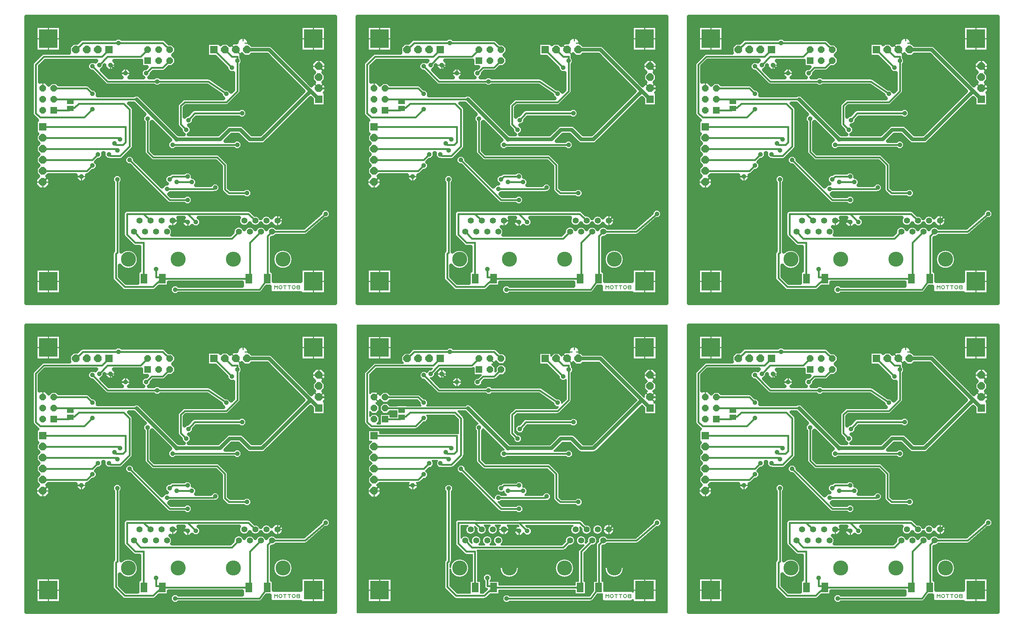
<source format=gbr>
%FSLAX23Y23*%
%MOIN*%
G04 EasyPC Gerber Version 14.0.2 Build 2922 *
%AMT107*0 Octagon Pad at angle 0*4,1,8,-0.00828,-0.02000,0.00828,-0.02000,0.02000,-0.00828,0.02000,0.00828,0.00828,0.02000,-0.00828,0.02000,-0.02000,0.00828,-0.02000,-0.00828,-0.00828,-0.02000,0*%
%ADD107T107*%
%AMT103*0 Octagon Pad at angle 0*4,1,8,-0.01243,-0.03000,0.01243,-0.03000,0.03000,-0.01243,0.03000,0.01243,0.01243,0.03000,-0.01243,0.03000,-0.03000,0.01243,-0.03000,-0.01243,-0.01243,-0.03000,0*%
%ADD103T103*%
%AMT105*0 Octagon Pad at angle 0*4,1,8,-0.01450,-0.03500,0.01450,-0.03500,0.03500,-0.01450,0.03500,0.01450,0.01450,0.03500,-0.01450,0.03500,-0.03500,0.01450,-0.03500,-0.01450,-0.01450,-0.03500,0*%
%ADD105T105*%
%ADD101R,0.06378X0.08583*%
%ADD106R,0.05906X0.05118*%
%ADD102R,0.06000X0.06000*%
%ADD104R,0.07000X0.07000*%
%ADD108R,0.16598X0.16598*%
%ADD98C,0.00800*%
%ADD96C,0.01000*%
%ADD97C,0.01600*%
%ADD95C,0.03200*%
%ADD99C,0.05543*%
%ADD100C,0.13595*%
X0Y0D02*
D02*
D95*
X79Y2675D02*
Y75D01*
X2879*
Y2675*
X79*
X165Y161D02*
Y389D01*
X393*
Y161*
X165*
Y2361D02*
Y2589D01*
X393*
Y2361*
X165*
X181Y1614D02*
X168D01*
Y1736*
X182*
G75*
G02X180Y1738I21J26*
G01*
X142Y1776*
G75*
G02X132Y1800I24J24*
G01*
Y2240*
G75*
G02X142Y2264I34J0*
G01*
X215Y2337*
G75*
G02X239Y2347I24J-24*
G01*
X471*
X468Y2350*
Y2400*
X503Y2436*
X542*
X567Y2462*
G75*
G02X591Y2472I24J-24*
G01*
X885*
X897Y2483*
X935*
X947Y2472*
X1316*
G75*
G02X1340Y2462I0J-34*
G01*
X1371Y2431*
X1402*
X1435Y2398*
Y2352*
X1408Y2325*
X1435Y2298*
Y2252*
X1402Y2219*
X1371*
X1340Y2188*
G75*
G02X1316Y2179I-24J24*
G01*
X1230*
X1212Y2160*
Y2143*
X1190Y2122*
X1235*
X1247Y2134*
X1285*
X1297Y2122*
X1729*
G75*
G02X1748Y2115I0J-34*
G01*
X1885Y2021*
X1910*
X1937Y1994*
X1957Y2014*
Y2167*
X1922*
X1895Y2193*
Y2210*
X1792Y2314*
X1718*
Y2436*
X1840*
Y2422*
X1853Y2436*
X1904*
X1925Y2415*
X1951Y2441*
X1986*
G75*
G02X2096Y2438I55J-4*
G01*
G75*
G02X2096Y2436I-55J0*
G01*
X2104*
X2123Y2417*
X2279*
G75*
G02X2308Y2405I0J-42*
G01*
X2663Y2050*
Y2052*
X2689Y2079*
X2668Y2100*
Y2150*
X2689Y2171*
X2663Y2198*
Y2252*
X2701Y2291*
X2756*
X2795Y2252*
Y2198*
X2769Y2171*
X2790Y2150*
Y2100*
X2769Y2079*
X2795Y2052*
Y1998*
X2783Y1986*
X2790*
Y1864*
X2668*
Y1927*
X2655Y1939*
X2247Y1532*
G75*
G02X2216Y1519I-31J31*
G01*
X2106*
G75*
G02X2075Y1532J44*
G01*
X2000Y1606*
X1941*
X1913Y1578*
X1881Y1547*
X1960*
X1972Y1559*
X2010*
X2037Y1532*
Y1493*
X2010Y1466*
X1972*
X1960Y1479*
X1435*
X1423Y1466*
X1385*
X1358Y1493*
Y1532*
X1385Y1559*
X1386*
X1219Y1725*
X1213Y1719*
Y1464*
X1243Y1434*
X1808*
G75*
G02X1832Y1424I0J-34*
G01*
X1903Y1353*
G75*
G02X1913Y1329I-24J-24*
G01*
Y1124*
X1928Y1109*
X2048*
X2060Y1121*
X2098*
X2125Y1094*
Y1056*
X2098Y1029*
X2060*
X2048Y1041*
X1914*
G75*
G02X1890Y1051I0J34*
G01*
X1855Y1086*
G75*
G02X1845Y1110I24J24*
G01*
Y1315*
X1794Y1366*
X1229*
G75*
G02X1205Y1376I0J34*
G01*
X1155Y1426*
G75*
G02X1145Y1450I24J24*
G01*
Y1719*
X1133Y1731*
Y1769*
X1154Y1790*
X1053Y1891*
X1008*
X1040Y1859*
G75*
G02X1050Y1834I-24J-24*
G01*
Y1500*
G75*
G02X1040Y1476I-34J0*
G01*
X953Y1388*
G75*
G02X929Y1379I-24J24*
G01*
X841*
G75*
G02X835Y1379J34*
G01*
X810*
X783Y1406*
Y1441*
X775*
Y1406*
X748Y1379*
X731*
X710Y1358*
X725Y1344*
Y1306*
X698Y1279*
X681*
X653Y1251*
G75*
G02X630Y1241I-24J24*
G01*
Y1204*
X600Y1174*
X558*
X528Y1204*
Y1241*
X281*
X269Y1229*
X295Y1202*
Y1148*
X256Y1109*
X201*
X163Y1148*
Y1202*
X189Y1229*
X168Y1250*
Y1300*
X192Y1325*
X168Y1350*
Y1400*
X192Y1425*
X168Y1450*
Y1500*
X192Y1525*
X168Y1550*
Y1600*
X181Y1614*
X868Y1171D02*
X858Y1181D01*
Y1219*
X885Y1246*
X923*
X950Y1219*
Y1181*
X939Y1171*
Y543*
G75*
G02X1098Y475I64J-68*
G01*
G75*
G02X927Y421I-94*
G01*
Y320*
X986Y261*
X1088*
Y369*
X1107*
Y591*
X1066*
G75*
G02X1042Y601I0J34*
G01*
X967Y676*
G75*
G02X957Y700I24J24*
G01*
Y888*
G75*
G02X991Y922I34*
G01*
X1131*
G75*
G02X1152I11J-34*
G01*
X1531*
G75*
G02X1552I11J-34*
G01*
X2091*
G75*
G02X2115Y912I0J-34*
G01*
X2148Y878*
G75*
G02X2204Y845I5J-53*
G01*
G75*
G02X2301Y851I50J-20*
G01*
G75*
G02X2412Y825I53J-26*
G01*
G75*
G02X2333Y770I-59*
G01*
G75*
G02X2345Y759I-29J-45*
G01*
X2591*
X2745Y893*
Y907*
X2772Y934*
X2810*
X2837Y907*
Y868*
X2810Y842*
X2790*
X2626Y699*
G75*
G02X2604Y691I-22J26*
G01*
X2345*
G75*
G02X2302Y671I-42J34*
G01*
Y368*
X2319*
Y278*
X2558*
G75*
G02X2565Y277I0J-26*
G01*
Y389*
X2793*
Y161*
X2565*
Y171*
G75*
G02X2558Y170I-7J25*
G01*
X2310*
G75*
G02X2284Y196J26*
G01*
Y231*
X2255*
X2219Y180*
G75*
G02X2191Y166I-28J20*
G01*
X1460*
X1448Y154*
X1410*
X1383Y181*
Y219*
X1410Y246*
X1448*
X1460Y234*
X2037*
Y265*
X1370*
Y231*
X1286*
X1254Y200*
G75*
G02X1229Y189I-25J25*
G01*
X971*
G75*
G02X946Y200I0J36*
G01*
X866Y280*
G75*
G02X856Y305I25J25*
G01*
Y525*
G75*
G02X866Y550I36J0*
G01*
X868Y552*
Y1171*
X1014Y1329D02*
X997D01*
X970Y1356*
Y1394*
X997Y1421*
X1035*
X1062Y1394*
Y1377*
X1308Y1132*
X1335Y1159*
X1355*
X1333Y1181*
Y1219*
X1360Y1246*
X1377*
X1380Y1249*
G75*
G02X1404Y1259I24J-24*
G01*
X1510*
X1522Y1271*
X1560*
X1587Y1244*
Y1221*
X1598*
X1625Y1194*
Y1156*
X1615Y1147*
X1748*
X1772Y1171*
X1810*
X1837Y1144*
Y1106*
X1810Y1079*
X1785*
G75*
G02X1779Y1079I-6J34*
G01*
X1385*
X1373Y1067*
X1393Y1047*
X1510*
X1522Y1059*
X1560*
X1587Y1032*
Y993*
X1560Y967*
X1522*
X1510Y979*
X1379*
G75*
G02X1355Y988I0J34*
G01*
X1014Y1329*
X2310Y475D02*
G75*
G02X2498I94D01*
G01*
G75*
G02X2310I-94*
G01*
X2565Y2361D02*
Y2589D01*
X2793*
Y2361*
X2565*
X79Y275D02*
G36*
Y75D01*
X2879*
Y275*
X2793*
Y161*
X2565*
Y171*
G75*
G02X2558Y170I-7J25*
G01*
X2310*
G75*
G02X2284Y196J26*
G01*
Y231*
X2255*
X2219Y180*
G75*
G02X2191Y166I-28J20*
G01*
X1460*
X1448Y154*
X1410*
X1383Y181*
Y219*
X1410Y246*
X1448*
X1460Y234*
X2037*
Y265*
X1370*
Y231*
X1286*
X1254Y200*
G75*
G02X1229Y189I-25J25*
G01*
X971*
G75*
G02X946Y200I0J36*
G01*
X871Y275*
X393*
Y161*
X165*
Y275*
X79*
G37*
X165D02*
G36*
Y389D01*
X393*
Y275*
X871*
X866Y280*
G75*
G02X856Y305I25J25*
G01*
Y475*
X79*
Y275*
X165*
G37*
X2879D02*
G36*
Y475D01*
X2498*
G75*
G02X2310I-94*
G01*
X2302*
Y368*
X2319*
Y278*
X2558*
G75*
G02X2565Y277I0J-26*
G01*
Y389*
X2793*
Y275*
X2879*
G37*
X79Y2475D02*
G36*
Y1194D01*
X163*
Y1202*
X189Y1229*
X168Y1250*
Y1300*
X192Y1325*
X168Y1350*
Y1400*
X192Y1425*
X168Y1450*
Y1500*
X192Y1525*
X168Y1550*
Y1600*
X181Y1614*
X168*
Y1736*
X182*
G75*
G02X180Y1738I21J26*
G01*
X142Y1776*
G75*
G02X132Y1800I24J24*
G01*
Y2240*
G75*
G02X142Y2264I34J0*
G01*
X215Y2337*
G75*
G02X239Y2347I24J-24*
G01*
X471*
X468Y2350*
Y2400*
X503Y2436*
X542*
X567Y2462*
G75*
G02X591Y2472I24J-24*
G01*
X885*
X889Y2475*
X393*
Y2361*
X165*
Y2475*
X79*
G37*
X165D02*
G36*
Y2589D01*
X393*
Y2475*
X889*
X897Y2483*
X935*
X947Y2472*
X1316*
G75*
G02X1340Y2462I0J-34*
G01*
X1371Y2431*
X1402*
X1435Y2398*
Y2352*
X1408Y2325*
X1435Y2298*
Y2252*
X1402Y2219*
X1371*
X1340Y2188*
G75*
G02X1316Y2179I-24J24*
G01*
X1230*
X1212Y2160*
Y2143*
X1190Y2122*
X1235*
X1247Y2134*
X1285*
X1297Y2122*
X1729*
G75*
G02X1748Y2115I0J-34*
G01*
X1885Y2021*
X1910*
X1937Y1994*
X1957Y2014*
Y2167*
X1922*
X1895Y2193*
Y2210*
X1792Y2314*
X1718*
Y2436*
X1840*
Y2422*
X1853Y2436*
X1904*
X1925Y2415*
X1951Y2441*
X1986*
G75*
G02X2081Y2475I55J-4*
G01*
X2565*
Y2589*
X2793*
Y2475*
X2879*
Y2675*
X79*
Y2475*
X165*
G37*
X2081D02*
G36*
G75*
G02X2096Y2438I-40J-37D01*
G01*
G75*
G02X2096Y2436I-55J0*
G01*
X2104*
X2123Y2417*
X2279*
G75*
G02X2308Y2405I0J-42*
G01*
X2663Y2050*
Y2052*
X2689Y2079*
X2668Y2100*
Y2150*
X2689Y2171*
X2663Y2198*
Y2252*
X2701Y2291*
X2756*
X2795Y2252*
Y2198*
X2769Y2171*
X2790Y2150*
Y2100*
X2769Y2079*
X2795Y2052*
Y1998*
X2783Y1986*
X2790*
Y1864*
X2668*
Y1927*
X2655Y1939*
X2247Y1532*
G75*
G02X2216Y1519I-31J31*
G01*
X2106*
G75*
G02X2075Y1532J44*
G01*
X2000Y1606*
X1941*
X1913Y1578*
X1881Y1547*
X1960*
X1972Y1559*
X2010*
X2037Y1532*
Y1493*
X2010Y1466*
X1972*
X1960Y1479*
X1435*
X1423Y1466*
X1385*
X1358Y1493*
Y1532*
X1385Y1559*
X1386*
X1219Y1725*
X1213Y1719*
Y1464*
X1243Y1434*
X1808*
G75*
G02X1832Y1424I0J-34*
G01*
X1903Y1353*
G75*
G02X1913Y1329I-24J-24*
G01*
Y1194*
X2879*
Y2475*
X2793*
Y2361*
X2565*
Y2475*
X2081*
G37*
X79Y1194D02*
G36*
Y475D01*
X856*
Y525*
G75*
G02X866Y550I36J0*
G01*
X868Y552*
Y1171*
X858Y1181*
Y1194*
X620*
X600Y1174*
X558*
X528Y1204*
Y1241*
X281*
X269Y1229*
X295Y1202*
Y1148*
X256Y1109*
X201*
X163Y1148*
Y1194*
X79*
G37*
X858D02*
G36*
Y1219D01*
X885Y1246*
X923*
X950Y1219*
Y1194*
X1149*
X1014Y1329*
X997*
X970Y1356*
Y1394*
X997Y1421*
X1035*
X1062Y1394*
Y1377*
X1308Y1132*
X1335Y1159*
X1355*
X1333Y1181*
Y1219*
X1360Y1246*
X1377*
X1380Y1249*
G75*
G02X1404Y1259I24J-24*
G01*
X1510*
X1522Y1271*
X1560*
X1587Y1244*
Y1221*
X1598*
X1625Y1194*
Y1194*
X1845*
Y1315*
X1794Y1366*
X1229*
G75*
G02X1205Y1376I0J34*
G01*
X1155Y1426*
G75*
G02X1145Y1450I24J24*
G01*
Y1719*
X1133Y1731*
Y1769*
X1154Y1790*
X1053Y1891*
X1008*
X1040Y1859*
G75*
G02X1050Y1834I-24J-24*
G01*
Y1500*
G75*
G02X1040Y1476I-34J0*
G01*
X953Y1388*
G75*
G02X929Y1379I-24J24*
G01*
X841*
G75*
G02X835Y1379J34*
G01*
X810*
X783Y1406*
Y1441*
X775*
Y1406*
X748Y1379*
X731*
X710Y1358*
X725Y1344*
Y1306*
X698Y1279*
X681*
X653Y1251*
G75*
G02X630Y1241I-24J24*
G01*
Y1204*
X620Y1194*
X858*
G37*
X950D02*
G36*
Y1181D01*
X939Y1171*
Y543*
G75*
G02X1098Y475I64J-68*
G01*
G75*
G02X927Y421I-94*
G01*
Y320*
X986Y261*
X1088*
Y369*
X1107*
Y591*
X1066*
G75*
G02X1042Y601I0J34*
G01*
X967Y676*
G75*
G02X957Y700I24J24*
G01*
Y888*
G75*
G02X991Y922I34*
G01*
X1131*
G75*
G02X1152I11J-34*
G01*
X1531*
G75*
G02X1552I11J-34*
G01*
X2091*
G75*
G02X2115Y912I0J-34*
G01*
X2148Y878*
G75*
G02X2204Y845I5J-53*
G01*
G75*
G02X2301Y851I50J-20*
G01*
G75*
G02X2412Y825I53J-26*
G01*
G75*
G02X2333Y770I-59*
G01*
G75*
G02X2345Y759I-29J-45*
G01*
X2591*
X2745Y893*
Y907*
X2772Y934*
X2810*
X2837Y907*
Y868*
X2810Y842*
X2790*
X2626Y699*
G75*
G02X2604Y691I-22J26*
G01*
X2345*
G75*
G02X2302Y671I-42J34*
G01*
Y475*
X2310*
G75*
G02X2498I94*
G01*
X2879*
Y1194*
X1913*
Y1124*
X1928Y1109*
X2048*
X2060Y1121*
X2098*
X2125Y1094*
Y1056*
X2098Y1029*
X2060*
X2048Y1041*
X1914*
G75*
G02X1890Y1051I0J34*
G01*
X1855Y1086*
G75*
G02X1845Y1110I24J24*
G01*
Y1194*
X1625*
Y1156*
X1615Y1147*
X1748*
X1772Y1171*
X1810*
X1837Y1144*
Y1106*
X1810Y1079*
X1785*
G75*
G02X1779Y1079I-6J34*
G01*
X1385*
X1373Y1067*
X1393Y1047*
X1510*
X1522Y1059*
X1560*
X1587Y1032*
Y993*
X1560Y967*
X1522*
X1510Y979*
X1379*
G75*
G02X1355Y988I0J34*
G01*
X1149Y1194*
X950*
G37*
X79Y5475D02*
Y2875D01*
X2879*
Y5475*
X79*
X165Y2961D02*
Y3189D01*
X393*
Y2961*
X165*
Y5161D02*
Y5389D01*
X393*
Y5161*
X165*
X180Y4536D02*
G75*
G02X179Y4537I24J27D01*
G01*
X141Y4575*
G75*
G02X131Y4600I25J25*
G01*
Y5040*
G75*
G02X141Y5065I36*
G01*
X214Y5138*
G75*
G02X239Y5148I25J-25*
G01*
X469*
X468Y5150*
Y5200*
X503Y5236*
X539*
X566Y5263*
G75*
G02X591Y5273I25J-25*
G01*
X887*
X897Y5283*
X935*
X946Y5273*
X1316*
G75*
G02X1341Y5263I0J-36*
G01*
X1373Y5231*
X1402*
X1435Y5198*
Y5152*
X1408Y5125*
X1435Y5098*
Y5052*
X1402Y5019*
X1373*
X1341Y4987*
G75*
G02X1316Y4977I-25J25*
G01*
X1231*
X1212Y4958*
Y4943*
X1192Y4923*
X1237*
X1247Y4934*
X1285*
X1297Y4922*
X1729*
G75*
G02X1748Y4915J-34*
G01*
X1885Y4821*
X1910*
X1937Y4794*
X1957Y4814*
Y4967*
X1922*
X1895Y4993*
Y5008*
X1789Y5114*
X1718*
Y5236*
X1840*
Y5222*
X1853Y5236*
X1904*
X1925Y5215*
X1951Y5241*
X1986*
G75*
G02X2096Y5237I55J-4*
G01*
G75*
G02X2096Y5236I-55J0*
G01*
X2104*
X2123Y5217*
X2279*
G75*
G02X2308Y5205I0J-42*
G01*
X2663Y4850*
Y4852*
X2689Y4879*
X2668Y4900*
Y4950*
X2689Y4971*
X2663Y4998*
Y5052*
X2701Y5091*
X2756*
X2795Y5052*
Y4998*
X2769Y4971*
X2790Y4950*
Y4900*
X2769Y4879*
X2795Y4852*
Y4798*
X2783Y4786*
X2790*
Y4664*
X2668*
Y4727*
X2655Y4739*
X2247Y4332*
G75*
G02X2216Y4319I-31J31*
G01*
X2106*
G75*
G02X2075Y4332J44*
G01*
X2000Y4406*
X1941*
X1913Y4378*
X1881Y4347*
X1960*
X1972Y4359*
X2010*
X2037Y4332*
Y4293*
X2010Y4267*
X1972*
X1960Y4279*
X1435*
X1423Y4267*
X1385*
X1358Y4293*
Y4332*
X1384Y4358*
X1218Y4524*
X1213Y4519*
Y4264*
X1243Y4234*
X1808*
G75*
G02X1832Y4224I0J-34*
G01*
X1903Y4153*
G75*
G02X1913Y4129I-24J-24*
G01*
Y3924*
X1928Y3909*
X2048*
X2060Y3921*
X2098*
X2125Y3894*
Y3856*
X2098Y3829*
X2060*
X2048Y3841*
X1914*
G75*
G02X1890Y3851I0J34*
G01*
X1855Y3886*
G75*
G02X1845Y3910I24J24*
G01*
Y4115*
X1794Y4166*
X1229*
G75*
G02X1205Y4176I0J34*
G01*
X1155Y4226*
G75*
G02X1145Y4250I24J24*
G01*
Y4519*
X1133Y4531*
Y4569*
X1153Y4589*
X1051Y4691*
X1010*
X1041Y4660*
G75*
G02X1052Y4634I-25J-25*
G01*
Y4300*
G75*
G02X1041Y4275I-36*
G01*
X954Y4187*
G75*
G02X929Y4177I-25J25*
G01*
X841*
G75*
G02X829Y4179J36*
G01*
X810*
X783Y4206*
Y4241*
X775*
Y4206*
X748Y4179*
X731*
X710Y4158*
X725Y4144*
Y4106*
X698Y4079*
X681*
X653Y4051*
G75*
G02X630Y4041I-24J24*
G01*
Y4004*
X600Y3974*
X558*
X528Y4004*
Y4041*
X281*
X269Y4029*
X295Y4002*
Y3948*
X256Y3909*
X201*
X163Y3948*
Y4002*
X189Y4029*
X168Y4050*
Y4100*
X192Y4125*
X168Y4150*
Y4200*
X192Y4225*
X168Y4250*
Y4300*
X192Y4325*
X168Y4350*
Y4400*
X181Y4414*
X168*
Y4536*
X180*
X868Y3971D02*
X858Y3981D01*
Y4019*
X885Y4046*
X923*
X950Y4019*
Y3981*
X939Y3971*
Y3343*
G75*
G02X1098Y3275I64J-68*
G01*
G75*
G02X927Y3221I-94*
G01*
Y3120*
X986Y3061*
X1088*
Y3169*
X1107*
Y3391*
X1066*
G75*
G02X1042Y3401I0J34*
G01*
X967Y3476*
G75*
G02X957Y3500I24J24*
G01*
Y3688*
G75*
G02X991Y3722I34*
G01*
X1131*
G75*
G02X1152I11J-34*
G01*
X1531*
G75*
G02X1552I11J-34*
G01*
X2091*
G75*
G02X2115Y3712I0J-34*
G01*
X2148Y3678*
G75*
G02X2204Y3645I5J-53*
G01*
G75*
G02X2301Y3651I50J-20*
G01*
G75*
G02X2412Y3625I53J-26*
G01*
G75*
G02X2333Y3570I-59*
G01*
G75*
G02X2345Y3559I-29J-45*
G01*
X2591*
X2745Y3693*
Y3707*
X2772Y3734*
X2810*
X2837Y3707*
Y3668*
X2810Y3642*
X2790*
X2626Y3499*
G75*
G02X2604Y3491I-22J26*
G01*
X2345*
G75*
G02X2302Y3471I-42J34*
G01*
Y3168*
X2319*
Y3078*
X2558*
G75*
G02X2565Y3077I0J-26*
G01*
Y3189*
X2793*
Y2961*
X2565*
Y2971*
G75*
G02X2558Y2970I-7J25*
G01*
X2310*
G75*
G02X2284Y2996J26*
G01*
Y3031*
X2255*
X2219Y2980*
G75*
G02X2191Y2966I-28J20*
G01*
X1460*
X1448Y2954*
X1410*
X1383Y2981*
Y3019*
X1410Y3046*
X1448*
X1460Y3034*
X2037*
Y3065*
X1370*
Y3031*
X1286*
X1254Y3000*
G75*
G02X1229Y2989I-25J25*
G01*
X971*
G75*
G02X946Y3000I0J36*
G01*
X866Y3080*
G75*
G02X856Y3105I25J25*
G01*
Y3325*
G75*
G02X866Y3350I36J0*
G01*
X868Y3352*
Y3971*
X1014Y4129D02*
X997D01*
X970Y4156*
Y4194*
X997Y4221*
X1035*
X1062Y4194*
Y4177*
X1308Y3932*
X1335Y3959*
X1355*
X1333Y3981*
Y4019*
X1360Y4046*
X1377*
X1380Y4049*
G75*
G02X1404Y4059I24J-24*
G01*
X1510*
X1522Y4071*
X1560*
X1587Y4044*
Y4021*
X1598*
X1625Y3994*
Y3956*
X1615Y3947*
X1748*
X1772Y3971*
X1810*
X1837Y3944*
Y3906*
X1810Y3879*
X1785*
G75*
G02X1779Y3878I-6J34*
G01*
X1385*
X1373Y3867*
X1393Y3847*
X1510*
X1522Y3859*
X1560*
X1587Y3832*
Y3793*
X1560Y3767*
X1522*
X1510Y3779*
X1379*
G75*
G02X1355Y3788I0J34*
G01*
X1014Y4129*
X2310Y3275D02*
G75*
G02X2498I94D01*
G01*
G75*
G02X2310I-94*
G01*
X2565Y5161D02*
Y5389D01*
X2793*
Y5161*
X2565*
X79Y3075D02*
G36*
Y2875D01*
X2879*
Y3075*
X2793*
Y2961*
X2565*
Y2971*
G75*
G02X2558Y2970I-7J25*
G01*
X2310*
G75*
G02X2284Y2996J26*
G01*
Y3031*
X2255*
X2219Y2980*
G75*
G02X2191Y2966I-28J20*
G01*
X1460*
X1448Y2954*
X1410*
X1383Y2981*
Y3019*
X1410Y3046*
X1448*
X1460Y3034*
X2037*
Y3065*
X1370*
Y3031*
X1286*
X1254Y3000*
G75*
G02X1229Y2989I-25J25*
G01*
X971*
G75*
G02X946Y3000I0J36*
G01*
X871Y3075*
X393*
Y2961*
X165*
Y3075*
X79*
G37*
X165D02*
G36*
Y3189D01*
X393*
Y3075*
X871*
X866Y3080*
G75*
G02X856Y3105I25J25*
G01*
Y3275*
X79*
Y3075*
X165*
G37*
X2879D02*
G36*
Y3275D01*
X2498*
G75*
G02X2310I-94*
G01*
X2302*
Y3168*
X2319*
Y3078*
X2558*
G75*
G02X2565Y3077I0J-26*
G01*
Y3189*
X2793*
Y3075*
X2879*
G37*
X79Y5275D02*
G36*
Y3994D01*
X163*
Y4002*
X189Y4029*
X168Y4050*
Y4100*
X192Y4125*
X168Y4150*
Y4200*
X192Y4225*
X168Y4250*
Y4300*
X192Y4325*
X168Y4350*
Y4400*
X181Y4414*
X168*
Y4536*
X180*
G75*
G02X179Y4537I24J27*
G01*
X141Y4575*
G75*
G02X131Y4600I25J25*
G01*
Y5040*
G75*
G02X141Y5065I36*
G01*
X214Y5138*
G75*
G02X239Y5148I25J-25*
G01*
X469*
X468Y5150*
Y5200*
X503Y5236*
X539*
X566Y5263*
G75*
G02X591Y5273I25J-25*
G01*
X887*
X889Y5275*
X393*
Y5161*
X165*
Y5275*
X79*
G37*
X165D02*
G36*
Y5389D01*
X393*
Y5275*
X889*
X897Y5283*
X935*
X946Y5273*
X1316*
G75*
G02X1341Y5263I0J-36*
G01*
X1373Y5231*
X1402*
X1435Y5198*
Y5152*
X1408Y5125*
X1435Y5098*
Y5052*
X1402Y5019*
X1373*
X1341Y4987*
G75*
G02X1316Y4977I-25J25*
G01*
X1231*
X1212Y4958*
Y4943*
X1192Y4923*
X1237*
X1247Y4934*
X1285*
X1297Y4922*
X1729*
G75*
G02X1748Y4915J-34*
G01*
X1885Y4821*
X1910*
X1937Y4794*
X1957Y4814*
Y4967*
X1922*
X1895Y4993*
Y5008*
X1789Y5114*
X1718*
Y5236*
X1840*
Y5222*
X1853Y5236*
X1904*
X1925Y5215*
X1951Y5241*
X1986*
G75*
G02X2081Y5275I55J-4*
G01*
X2565*
Y5389*
X2793*
Y5275*
X2879*
Y5475*
X79*
Y5275*
X165*
G37*
X2081D02*
G36*
G75*
G02X2096Y5237I-40J-38D01*
G01*
G75*
G02X2096Y5236I-55J0*
G01*
X2104*
X2123Y5217*
X2279*
G75*
G02X2308Y5205I0J-42*
G01*
X2663Y4850*
Y4852*
X2689Y4879*
X2668Y4900*
Y4950*
X2689Y4971*
X2663Y4998*
Y5052*
X2701Y5091*
X2756*
X2795Y5052*
Y4998*
X2769Y4971*
X2790Y4950*
Y4900*
X2769Y4879*
X2795Y4852*
Y4798*
X2783Y4786*
X2790*
Y4664*
X2668*
Y4727*
X2655Y4739*
X2247Y4332*
G75*
G02X2216Y4319I-31J31*
G01*
X2106*
G75*
G02X2075Y4332J44*
G01*
X2000Y4406*
X1941*
X1913Y4378*
X1881Y4347*
X1960*
X1972Y4359*
X2010*
X2037Y4332*
Y4293*
X2010Y4267*
X1972*
X1960Y4279*
X1435*
X1423Y4267*
X1385*
X1358Y4293*
Y4332*
X1384Y4358*
X1218Y4524*
X1213Y4519*
Y4264*
X1243Y4234*
X1808*
G75*
G02X1832Y4224I0J-34*
G01*
X1903Y4153*
G75*
G02X1913Y4129I-24J-24*
G01*
Y3994*
X2879*
Y5275*
X2793*
Y5161*
X2565*
Y5275*
X2081*
G37*
X79Y3994D02*
G36*
Y3275D01*
X856*
Y3325*
G75*
G02X866Y3350I36J0*
G01*
X868Y3352*
Y3971*
X858Y3981*
Y3994*
X620*
X600Y3974*
X558*
X528Y4004*
Y4041*
X281*
X269Y4029*
X295Y4002*
Y3948*
X256Y3909*
X201*
X163Y3948*
Y3994*
X79*
G37*
X858D02*
G36*
Y4019D01*
X885Y4046*
X923*
X950Y4019*
Y3994*
X1149*
X1014Y4129*
X997*
X970Y4156*
Y4194*
X997Y4221*
X1035*
X1062Y4194*
Y4177*
X1308Y3932*
X1335Y3959*
X1355*
X1333Y3981*
Y4019*
X1360Y4046*
X1377*
X1380Y4049*
G75*
G02X1404Y4059I24J-24*
G01*
X1510*
X1522Y4071*
X1560*
X1587Y4044*
Y4021*
X1598*
X1625Y3994*
Y3994*
X1845*
Y4115*
X1794Y4166*
X1229*
G75*
G02X1205Y4176I0J34*
G01*
X1155Y4226*
G75*
G02X1145Y4250I24J24*
G01*
Y4519*
X1133Y4531*
Y4569*
X1153Y4589*
X1051Y4691*
X1010*
X1041Y4660*
G75*
G02X1052Y4634I-25J-25*
G01*
Y4300*
G75*
G02X1041Y4275I-36*
G01*
X954Y4187*
G75*
G02X929Y4177I-25J25*
G01*
X841*
G75*
G02X829Y4179J36*
G01*
X810*
X783Y4206*
Y4241*
X775*
Y4206*
X748Y4179*
X731*
X710Y4158*
X725Y4144*
Y4106*
X698Y4079*
X681*
X653Y4051*
G75*
G02X630Y4041I-24J24*
G01*
Y4004*
X620Y3994*
X858*
G37*
X950D02*
G36*
Y3981D01*
X939Y3971*
Y3343*
G75*
G02X1098Y3275I64J-68*
G01*
G75*
G02X927Y3221I-94*
G01*
Y3120*
X986Y3061*
X1088*
Y3169*
X1107*
Y3391*
X1066*
G75*
G02X1042Y3401I0J34*
G01*
X967Y3476*
G75*
G02X957Y3500I24J24*
G01*
Y3688*
G75*
G02X991Y3722I34*
G01*
X1131*
G75*
G02X1152I11J-34*
G01*
X1531*
G75*
G02X1552I11J-34*
G01*
X2091*
G75*
G02X2115Y3712I0J-34*
G01*
X2148Y3678*
G75*
G02X2204Y3645I5J-53*
G01*
G75*
G02X2301Y3651I50J-20*
G01*
G75*
G02X2412Y3625I53J-26*
G01*
G75*
G02X2333Y3570I-59*
G01*
G75*
G02X2345Y3559I-29J-45*
G01*
X2591*
X2745Y3693*
Y3707*
X2772Y3734*
X2810*
X2837Y3707*
Y3668*
X2810Y3642*
X2790*
X2626Y3499*
G75*
G02X2604Y3491I-22J26*
G01*
X2345*
G75*
G02X2302Y3471I-42J34*
G01*
Y3275*
X2310*
G75*
G02X2498I94*
G01*
X2879*
Y3994*
X1913*
Y3924*
X1928Y3909*
X2048*
X2060Y3921*
X2098*
X2125Y3894*
Y3856*
X2098Y3829*
X2060*
X2048Y3841*
X1914*
G75*
G02X1890Y3851I0J34*
G01*
X1855Y3886*
G75*
G02X1845Y3910I24J24*
G01*
Y3994*
X1625*
Y3956*
X1615Y3947*
X1748*
X1772Y3971*
X1810*
X1837Y3944*
Y3906*
X1810Y3879*
X1785*
G75*
G02X1779Y3878I-6J34*
G01*
X1385*
X1373Y3867*
X1393Y3847*
X1510*
X1522Y3859*
X1560*
X1587Y3832*
Y3793*
X1560Y3767*
X1522*
X1510Y3779*
X1379*
G75*
G02X1355Y3788I0J34*
G01*
X1149Y3994*
X950*
G37*
X200Y2083D02*
X203Y2086D01*
X254*
X282Y2058*
X306Y2081*
X352*
X374Y2059*
X629*
G75*
G02X653Y2049I0J-34*
G01*
X681Y2021*
X698*
X725Y1994*
Y1959*
X1054*
G75*
G02X1108Y1955I25J-34*
G01*
X1455Y1609*
X1460*
X1463Y1606*
X1508*
X1483Y1631*
Y1648*
X1455Y1676*
G75*
G02X1445Y1700I24J24*
G01*
Y1865*
G75*
G02X1455Y1889I34J0*
G01*
X1490Y1924*
G75*
G02X1514Y1934I24J-24*
G01*
X1867*
X1845Y1956*
Y1965*
X1718Y2054*
X1297*
X1285Y2041*
X1247*
X1235Y2054*
X816*
G75*
G02X792Y2063I0J34*
G01*
X677Y2179*
X660*
X633Y2206*
Y2244*
X660Y2271*
X698*
X704Y2265*
X717Y2279*
X253*
X200Y2226*
Y2083*
G36*
X203Y2086*
X254*
X282Y2058*
X306Y2081*
X352*
X374Y2059*
X629*
G75*
G02X653Y2049I0J-34*
G01*
X681Y2021*
X698*
X725Y1994*
Y1959*
X1054*
G75*
G02X1108Y1955I25J-34*
G01*
X1455Y1609*
X1460*
X1463Y1606*
X1508*
X1483Y1631*
Y1648*
X1455Y1676*
G75*
G02X1445Y1700I24J24*
G01*
Y1865*
G75*
G02X1455Y1889I34J0*
G01*
X1490Y1924*
G75*
G02X1514Y1934I24J-24*
G01*
X1867*
X1845Y1956*
Y1965*
X1718Y2054*
X1297*
X1285Y2041*
X1247*
X1235Y2054*
X816*
G75*
G02X792Y2063I0J34*
G01*
X677Y2179*
X660*
X633Y2206*
Y2244*
X660Y2271*
X698*
X704Y2265*
X717Y2279*
X253*
X200Y2226*
Y2083*
G37*
X202Y4884D02*
X203Y4886D01*
X254*
X282Y4858*
X306Y4881*
X352*
X374Y4859*
X629*
G75*
G02X653Y4849I0J-34*
G01*
X681Y4821*
X698*
X725Y4794*
Y4759*
X1052*
G75*
G02X1110Y4756I27J-34*
G01*
X1457Y4409*
X1460*
X1463Y4406*
X1508*
X1483Y4431*
Y4448*
X1455Y4476*
G75*
G02X1445Y4500I24J24*
G01*
Y4665*
G75*
G02X1455Y4689I34J0*
G01*
X1490Y4724*
G75*
G02X1514Y4734I24J-24*
G01*
X1867*
X1845Y4756*
Y4765*
X1718Y4854*
X1297*
X1285Y4842*
X1247*
X1237Y4852*
X816*
G75*
G02X791Y4862J36*
G01*
X674Y4979*
X660*
X633Y5006*
Y5044*
X660Y5071*
X698*
X704Y5065*
X716Y5077*
X254*
X202Y5025*
Y4884*
G36*
X203Y4886*
X254*
X282Y4858*
X306Y4881*
X352*
X374Y4859*
X629*
G75*
G02X653Y4849I0J-34*
G01*
X681Y4821*
X698*
X725Y4794*
Y4759*
X1052*
G75*
G02X1110Y4756I27J-34*
G01*
X1457Y4409*
X1460*
X1463Y4406*
X1508*
X1483Y4431*
Y4448*
X1455Y4476*
G75*
G02X1445Y4500I24J24*
G01*
Y4665*
G75*
G02X1455Y4689I34J0*
G01*
X1490Y4724*
G75*
G02X1514Y4734I24J-24*
G01*
X1867*
X1845Y4756*
Y4765*
X1718Y4854*
X1297*
X1285Y4842*
X1247*
X1237Y4852*
X816*
G75*
G02X791Y4862J36*
G01*
X674Y4979*
X660*
X633Y5006*
Y5044*
X660Y5071*
X698*
X704Y5065*
X716Y5077*
X254*
X202Y5025*
Y4884*
G37*
X760Y2192D02*
X830Y2122D01*
X948*
X928Y2141*
Y2184*
X958Y2213*
X1000*
X1030Y2184*
Y2141*
X1010Y2122*
X1142*
X1120Y2143*
Y2182*
X1147Y2209*
X1164*
X1175Y2219*
X1123*
Y2279*
G75*
G02X1116Y2279I-6J33*
G01*
X872*
X892Y2259*
Y2216*
X862Y2187*
X820*
X790Y2216*
Y2238*
X787Y2235*
Y2218*
X760Y2192*
G36*
X830Y2122*
X948*
X928Y2141*
Y2184*
X958Y2213*
X1000*
X1030Y2184*
Y2141*
X1010Y2122*
X1142*
X1120Y2143*
Y2182*
X1147Y2209*
X1164*
X1175Y2219*
X1123*
Y2279*
G75*
G02X1116Y2279I-6J33*
G01*
X872*
X892Y2259*
Y2216*
X862Y2187*
X820*
X790Y2216*
Y2238*
X787Y2235*
Y2218*
X760Y2192*
G37*
X761Y4993D02*
X831Y4923D01*
X946*
X928Y4941*
Y4984*
X958Y5013*
X1000*
X1030Y4984*
Y4941*
X1011Y4923*
X1141*
X1120Y4943*
Y4982*
X1147Y5008*
X1162*
X1172Y5019*
X1123*
Y5078*
G75*
G02X1116Y5077I-6J35*
G01*
X874*
X892Y5059*
Y5016*
X862Y4987*
X820*
X790Y5016*
Y5036*
X787Y5033*
Y5018*
X761Y4993*
G36*
X831Y4923*
X946*
X928Y4941*
Y4984*
X958Y5013*
X1000*
X1030Y4984*
Y4941*
X1011Y4923*
X1141*
X1120Y4943*
Y4982*
X1147Y5008*
X1162*
X1172Y5019*
X1123*
Y5078*
G75*
G02X1116Y5077I-6J35*
G01*
X874*
X892Y5059*
Y5016*
X862Y4987*
X820*
X790Y5016*
Y5036*
X787Y5033*
Y5018*
X761Y4993*
G37*
X1383Y770D02*
G75*
G02X1399Y697I-29J-45D01*
G01*
X1927*
X1950Y720*
G75*
G02X1950Y725I53J5*
G01*
G75*
G02X2054Y745I54*
G01*
G75*
G02X2154I50J-20*
G01*
G75*
G02X2254I50J-20*
G01*
G75*
G02X2322Y775I50J-20*
G01*
G75*
G02X2301Y799I31J50*
G01*
G75*
G02X2204Y805I-47J26*
G01*
G75*
G02X2104I-50J20*
G01*
G75*
G02X2000Y825I-50J20*
G01*
G75*
G02X2008Y854I54*
G01*
X1640*
X1662Y832*
Y793*
X1635Y766*
X1597*
X1582Y781*
X1562Y761*
X1520*
X1490Y791*
Y834*
X1510Y854*
X1455*
G75*
G02X1383Y770I-51J-29*
G01*
G36*
G75*
G02X1399Y697I-29J-45*
G01*
X1927*
X1950Y720*
G75*
G02X1950Y725I53J5*
G01*
G75*
G02X2054Y745I54*
G01*
G75*
G02X2154I50J-20*
G01*
G75*
G02X2254I50J-20*
G01*
G75*
G02X2322Y775I50J-20*
G01*
G75*
G02X2301Y799I31J50*
G01*
G75*
G02X2204Y805I-47J26*
G01*
G75*
G02X2104I-50J20*
G01*
G75*
G02X2000Y825I-50J20*
G01*
G75*
G02X2008Y854I54*
G01*
X1640*
X1662Y832*
Y793*
X1635Y766*
X1597*
X1582Y781*
X1562Y761*
X1520*
X1490Y791*
Y834*
X1510Y854*
X1455*
G75*
G02X1383Y770I-51J-29*
G01*
G37*
Y3570D02*
G75*
G02X1399Y3497I-29J-45D01*
G01*
X1927*
X1950Y3520*
G75*
G02X1950Y3525I53J5*
G01*
G75*
G02X2054Y3545I54*
G01*
G75*
G02X2154I50J-20*
G01*
G75*
G02X2254I50J-20*
G01*
G75*
G02X2322Y3575I50J-20*
G01*
G75*
G02X2301Y3599I31J50*
G01*
G75*
G02X2204Y3605I-47J26*
G01*
G75*
G02X2104I-50J20*
G01*
G75*
G02X2000Y3625I-50J20*
G01*
G75*
G02X2008Y3654I54*
G01*
X1640*
X1662Y3632*
Y3593*
X1635Y3567*
X1597*
X1582Y3581*
X1562Y3562*
X1520*
X1490Y3591*
Y3634*
X1510Y3654*
X1455*
G75*
G02X1383Y3570I-51J-29*
G01*
G36*
G75*
G02X1399Y3497I-29J-45*
G01*
X1927*
X1950Y3520*
G75*
G02X1950Y3525I53J5*
G01*
G75*
G02X2054Y3545I54*
G01*
G75*
G02X2154I50J-20*
G01*
G75*
G02X2254I50J-20*
G01*
G75*
G02X2322Y3575I50J-20*
G01*
G75*
G02X2301Y3599I31J50*
G01*
G75*
G02X2204Y3605I-47J26*
G01*
G75*
G02X2104I-50J20*
G01*
G75*
G02X2000Y3625I-50J20*
G01*
G75*
G02X2008Y3654I54*
G01*
X1640*
X1662Y3632*
Y3593*
X1635Y3567*
X1597*
X1582Y3581*
X1562Y3562*
X1520*
X1490Y3591*
Y3634*
X1510Y3654*
X1455*
G75*
G02X1383Y3570I-51J-29*
G01*
G37*
X1441Y1563D02*
X1079Y1925D01*
X1441Y4363D02*
X1079Y4725D01*
X1513Y1768D02*
X1529Y1784D01*
X1541*
X1577Y1824*
G75*
G02X1604Y1836I26J-24*
G01*
X2005*
X2015Y1845*
X2053*
X2080Y1819*
Y1780*
X2053Y1754*
X2015*
X2004Y1764*
X1620*
X1594Y1736*
Y1718*
X1567Y1691*
X1552*
X1575Y1669*
Y1631*
X1549Y1606*
X1816*
X1851Y1640*
X1892Y1681*
G75*
G02X1922Y1694I31J-31*
G01*
X2018*
G75*
G02X2049Y1681J-44*
G01*
X2124Y1606*
X2198*
X2593Y2001*
X2261Y2333*
X2123*
X2104Y2314*
X2053*
X2032Y2335*
X2023Y2326*
G75*
G02X2025Y2313I-31J-13*
G01*
Y2306*
X2037Y2294*
Y2256*
X2025Y2244*
Y2000*
G75*
G02X2015Y1976I-34J0*
G01*
X1915Y1876*
G75*
G02X1891Y1866I-24J24*
G01*
X1528*
X1513Y1851*
Y1768*
G36*
X1529Y1784*
X1541*
X1577Y1824*
G75*
G02X1604Y1836I26J-24*
G01*
X2005*
X2015Y1845*
X2053*
X2080Y1819*
Y1780*
X2053Y1754*
X2015*
X2004Y1764*
X1620*
X1594Y1736*
Y1718*
X1567Y1691*
X1552*
X1575Y1669*
Y1631*
X1549Y1606*
X1816*
X1851Y1640*
X1892Y1681*
G75*
G02X1922Y1694I31J-31*
G01*
X2018*
G75*
G02X2049Y1681J-44*
G01*
X2124Y1606*
X2198*
X2593Y2001*
X2261Y2333*
X2123*
X2104Y2314*
X2053*
X2032Y2335*
X2023Y2326*
G75*
G02X2025Y2313I-31J-13*
G01*
Y2306*
X2037Y2294*
Y2256*
X2025Y2244*
Y2000*
G75*
G02X2015Y1976I-34J0*
G01*
X1915Y1876*
G75*
G02X1891Y1866I-24J24*
G01*
X1528*
X1513Y1851*
Y1768*
G37*
Y4568D02*
X1529Y4584D01*
X1541*
X1577Y4624*
G75*
G02X1604Y4636I26J-24*
G01*
X2005*
X2015Y4645*
X2053*
X2080Y4619*
Y4580*
X2053Y4553*
X2015*
X2004Y4564*
X1620*
X1594Y4536*
Y4518*
X1567Y4492*
X1552*
X1575Y4469*
Y4431*
X1549Y4406*
X1816*
X1851Y4440*
X1892Y4481*
G75*
G02X1922Y4494I31J-31*
G01*
X2018*
G75*
G02X2049Y4481J-44*
G01*
X2124Y4406*
X2198*
X2593Y4801*
X2261Y5133*
X2123*
X2104Y5114*
X2053*
X2032Y5135*
X2024Y5127*
G75*
G02X2027Y5113I-33J-14*
G01*
Y5104*
X2037Y5094*
Y5056*
X2025Y5044*
Y4800*
G75*
G02X2015Y4776I-34J0*
G01*
X1915Y4676*
G75*
G02X1891Y4666I-24J24*
G01*
X1528*
X1513Y4651*
Y4568*
G36*
X1529Y4584*
X1541*
X1577Y4624*
G75*
G02X1604Y4636I26J-24*
G01*
X2005*
X2015Y4645*
X2053*
X2080Y4619*
Y4580*
X2053Y4553*
X2015*
X2004Y4564*
X1620*
X1594Y4536*
Y4518*
X1567Y4492*
X1552*
X1575Y4469*
Y4431*
X1549Y4406*
X1816*
X1851Y4440*
X1892Y4481*
G75*
G02X1922Y4494I31J-31*
G01*
X2018*
G75*
G02X2049Y4481J-44*
G01*
X2124Y4406*
X2198*
X2593Y4801*
X2261Y5133*
X2123*
X2104Y5114*
X2053*
X2032Y5135*
X2024Y5127*
G75*
G02X2027Y5113I-33J-14*
G01*
Y5104*
X2037Y5094*
Y5056*
X2025Y5044*
Y4800*
G75*
G02X2015Y4776I-34J0*
G01*
X1915Y4676*
G75*
G02X1891Y4666I-24J24*
G01*
X1528*
X1513Y4651*
Y4568*
G37*
X2654Y2000D02*
X2216Y1563D01*
X2106*
X2018Y1650*
X1922*
X1882Y1609*
X1834Y1562*
X1441Y1563*
X2654Y2000D02*
X2729Y1925D01*
X2654Y2000D02*
X2279Y2375D01*
X2079*
X2654Y4800D02*
X2216Y4363D01*
X2106*
X2018Y4450*
X1922*
X1882Y4409*
X1834Y4362*
X1441Y4363*
X2654Y4800D02*
X2729Y4725D01*
X2654Y4800D02*
X2279Y5175D01*
X2079*
X3079Y5475D02*
Y2875D01*
X5879*
Y5475*
X3079*
X3165Y2961D02*
Y3189D01*
X3393*
Y2961*
X3165*
Y5161D02*
Y5389D01*
X3393*
Y5161*
X3165*
X3180Y4536D02*
G75*
G02X3179Y4537I24J27D01*
G01*
X3141Y4575*
G75*
G02X3131Y4600I25J25*
G01*
Y5040*
G75*
G02X3141Y5065I36*
G01*
X3214Y5138*
G75*
G02X3239Y5148I25J-25*
G01*
X3469*
X3468Y5150*
Y5200*
X3503Y5236*
X3539*
X3566Y5263*
G75*
G02X3591Y5273I25J-25*
G01*
X3887*
X3897Y5283*
X3935*
X3947Y5271*
X4316*
G75*
G02X4340Y5262I0J-34*
G01*
X4371Y5231*
X4402*
X4435Y5198*
Y5152*
X4408Y5125*
X4435Y5098*
Y5052*
X4402Y5019*
X4371*
X4340Y4988*
G75*
G02X4316Y4979I-24J24*
G01*
X4230*
X4212Y4960*
Y4943*
X4192Y4923*
X4237*
X4247Y4934*
X4285*
X4297Y4922*
X4729*
G75*
G02X4748Y4915J-34*
G01*
X4885Y4821*
X4910*
X4937Y4794*
X4957Y4814*
Y4967*
X4922*
X4895Y4993*
Y5008*
X4789Y5114*
X4718*
Y5236*
X4840*
Y5222*
X4853Y5236*
X4904*
X4925Y5215*
X4951Y5241*
X4986*
G75*
G02X5096Y5237I55J-4*
G01*
G75*
G02X5096Y5236I-55J0*
G01*
X5104*
X5123Y5217*
X5279*
G75*
G02X5308Y5205I0J-42*
G01*
X5663Y4850*
Y4852*
X5689Y4879*
X5668Y4900*
Y4950*
X5689Y4971*
X5663Y4998*
Y5052*
X5701Y5091*
X5756*
X5795Y5052*
Y4998*
X5769Y4971*
X5790Y4950*
Y4900*
X5769Y4879*
X5795Y4852*
Y4798*
X5783Y4786*
X5790*
Y4664*
X5668*
Y4727*
X5655Y4739*
X5247Y4332*
G75*
G02X5216Y4319I-31J31*
G01*
X5106*
G75*
G02X5075Y4332J44*
G01*
X5000Y4406*
X4941*
X4913Y4378*
X4881Y4347*
X4960*
X4972Y4359*
X5010*
X5037Y4332*
Y4293*
X5010Y4267*
X4972*
X4960Y4279*
X4435*
X4423Y4267*
X4385*
X4358Y4293*
Y4332*
X4384Y4358*
X4218Y4524*
X4213Y4519*
Y4264*
X4243Y4234*
X4808*
G75*
G02X4832Y4224I0J-34*
G01*
X4903Y4153*
G75*
G02X4913Y4129I-24J-24*
G01*
Y3924*
X4928Y3909*
X5048*
X5060Y3921*
X5098*
X5125Y3894*
Y3856*
X5098Y3829*
X5060*
X5048Y3841*
X4914*
G75*
G02X4890Y3851I0J34*
G01*
X4855Y3886*
G75*
G02X4845Y3910I24J24*
G01*
Y4115*
X4794Y4166*
X4229*
G75*
G02X4205Y4176I0J34*
G01*
X4155Y4226*
G75*
G02X4145Y4250I24J24*
G01*
Y4519*
X4133Y4531*
Y4569*
X4153Y4589*
X4051Y4691*
X4010*
X4041Y4660*
G75*
G02X4052Y4634I-25J-25*
G01*
Y4300*
G75*
G02X4041Y4275I-36*
G01*
X3954Y4187*
G75*
G02X3929Y4177I-25J25*
G01*
X3841*
G75*
G02X3829Y4179J36*
G01*
X3810*
X3783Y4206*
Y4241*
X3775*
Y4206*
X3748Y4179*
X3731*
X3710Y4158*
X3725Y4144*
Y4106*
X3698Y4079*
X3681*
X3653Y4051*
G75*
G02X3630Y4041I-24J24*
G01*
Y4004*
X3600Y3974*
X3558*
X3528Y4004*
Y4041*
X3281*
X3269Y4029*
X3295Y4002*
Y3948*
X3256Y3909*
X3201*
X3163Y3948*
Y4002*
X3189Y4029*
X3168Y4050*
Y4100*
X3192Y4125*
X3168Y4150*
Y4200*
X3192Y4225*
X3168Y4250*
Y4300*
X3192Y4325*
X3168Y4350*
Y4400*
X3181Y4414*
X3168*
Y4536*
X3180*
X3868Y3971D02*
X3858Y3981D01*
Y4019*
X3885Y4046*
X3923*
X3950Y4019*
Y3981*
X3939Y3971*
Y3343*
G75*
G02X4098Y3275I64J-68*
G01*
G75*
G02X3927Y3221I-94*
G01*
Y3120*
X3986Y3061*
X4088*
Y3169*
X4106*
Y3389*
X4066*
G75*
G02X4041Y3400J36*
G01*
X3966Y3475*
G75*
G02X3956Y3500I25J25*
G01*
Y3688*
G75*
G02X3991Y3723I36*
G01*
X4139*
G75*
G02X4152Y3722I2J-36*
G01*
X4531*
G75*
G02X4544Y3723I11J-34*
G01*
X5091*
G75*
G02X5116Y3713I0J-36*
G01*
X5150Y3679*
G75*
G02X5204Y3645I3J-54*
G01*
G75*
G02X5301Y3651I50J-20*
G01*
G75*
G02X5412Y3625I53J-26*
G01*
G75*
G02X5333Y3570I-59*
G01*
G75*
G02X5345Y3559I-29J-45*
G01*
X5591*
X5745Y3693*
Y3707*
X5772Y3734*
X5810*
X5837Y3707*
Y3668*
X5810Y3642*
X5790*
X5626Y3499*
G75*
G02X5604Y3491I-22J26*
G01*
X5345*
G75*
G02X5302Y3471I-42J34*
G01*
Y3168*
X5319*
Y3078*
X5558*
G75*
G02X5565Y3077I0J-26*
G01*
Y3189*
X5793*
Y2961*
X5565*
Y2971*
G75*
G02X5558Y2970I-7J25*
G01*
X5310*
G75*
G02X5284Y2996J26*
G01*
Y3031*
X5255*
X5219Y2980*
G75*
G02X5191Y2966I-28J20*
G01*
X4460*
X4448Y2954*
X4410*
X4383Y2981*
Y3019*
X4410Y3046*
X4448*
X4460Y3034*
X5037*
Y3065*
X4370*
Y3031*
X4286*
X4254Y3000*
G75*
G02X4229Y2989I-25J25*
G01*
X3971*
G75*
G02X3946Y3000J36*
G01*
X3866Y3080*
G75*
G02X3856Y3105I25J25*
G01*
Y3325*
G75*
G02X3866Y3350I36J0*
G01*
X3868Y3352*
Y3971*
X4014Y4129D02*
X3997D01*
X3970Y4156*
Y4194*
X3997Y4221*
X4035*
X4062Y4194*
Y4177*
X4308Y3932*
X4335Y3959*
X4355*
X4333Y3981*
Y4019*
X4360Y4046*
X4377*
X4380Y4049*
G75*
G02X4404Y4059I24J-24*
G01*
X4510*
X4522Y4071*
X4560*
X4587Y4044*
Y4021*
X4598*
X4625Y3994*
Y3956*
X4617Y3948*
X4749*
X4772Y3971*
X4810*
X4837Y3944*
Y3906*
X4810Y3879*
X4791*
G75*
G02X4779Y3877I-12J34*
G01*
X4383*
X4373Y3867*
X4393Y3847*
X4510*
X4522Y3859*
X4560*
X4587Y3832*
Y3793*
X4560Y3767*
X4522*
X4510Y3779*
X4379*
G75*
G02X4355Y3788J34*
G01*
X4014Y4129*
X5310Y3275D02*
G75*
G02X5498I94D01*
G01*
G75*
G02X5310I-94*
G01*
X5565Y5161D02*
Y5389D01*
X5793*
Y5161*
X5565*
X3079Y3075D02*
G36*
Y2875D01*
X5879*
Y3075*
X5793*
Y2961*
X5565*
Y2971*
G75*
G02X5558Y2970I-7J25*
G01*
X5310*
G75*
G02X5284Y2996J26*
G01*
Y3031*
X5255*
X5219Y2980*
G75*
G02X5191Y2966I-28J20*
G01*
X4460*
X4448Y2954*
X4410*
X4383Y2981*
Y3019*
X4410Y3046*
X4448*
X4460Y3034*
X5037*
Y3065*
X4370*
Y3031*
X4286*
X4254Y3000*
G75*
G02X4229Y2989I-25J25*
G01*
X3971*
G75*
G02X3946Y3000J36*
G01*
X3871Y3075*
X3393*
Y2961*
X3165*
Y3075*
X3079*
G37*
X3165D02*
G36*
Y3189D01*
X3393*
Y3075*
X3871*
X3866Y3080*
G75*
G02X3856Y3105I25J25*
G01*
Y3275*
X3079*
Y3075*
X3165*
G37*
X5879D02*
G36*
Y3275D01*
X5498*
G75*
G02X5310I-94*
G01*
X5302*
Y3168*
X5319*
Y3078*
X5558*
G75*
G02X5565Y3077I0J-26*
G01*
Y3189*
X5793*
Y3075*
X5879*
G37*
X3079Y5275D02*
G36*
Y3994D01*
X3163*
Y4002*
X3189Y4029*
X3168Y4050*
Y4100*
X3192Y4125*
X3168Y4150*
Y4200*
X3192Y4225*
X3168Y4250*
Y4300*
X3192Y4325*
X3168Y4350*
Y4400*
X3181Y4414*
X3168*
Y4536*
X3180*
G75*
G02X3179Y4537I24J27*
G01*
X3141Y4575*
G75*
G02X3131Y4600I25J25*
G01*
Y5040*
G75*
G02X3141Y5065I36*
G01*
X3214Y5138*
G75*
G02X3239Y5148I25J-25*
G01*
X3469*
X3468Y5150*
Y5200*
X3503Y5236*
X3539*
X3566Y5263*
G75*
G02X3591Y5273I25J-25*
G01*
X3887*
X3889Y5275*
X3393*
Y5161*
X3165*
Y5275*
X3079*
G37*
X3165D02*
G36*
Y5389D01*
X3393*
Y5275*
X3889*
X3897Y5283*
X3935*
X3947Y5271*
X4316*
G75*
G02X4340Y5262I0J-34*
G01*
X4371Y5231*
X4402*
X4435Y5198*
Y5152*
X4408Y5125*
X4435Y5098*
Y5052*
X4402Y5019*
X4371*
X4340Y4988*
G75*
G02X4316Y4979I-24J24*
G01*
X4230*
X4212Y4960*
Y4943*
X4192Y4923*
X4237*
X4247Y4934*
X4285*
X4297Y4922*
X4729*
G75*
G02X4748Y4915J-34*
G01*
X4885Y4821*
X4910*
X4937Y4794*
X4957Y4814*
Y4967*
X4922*
X4895Y4993*
Y5008*
X4789Y5114*
X4718*
Y5236*
X4840*
Y5222*
X4853Y5236*
X4904*
X4925Y5215*
X4951Y5241*
X4986*
G75*
G02X5081Y5275I55J-4*
G01*
X5565*
Y5389*
X5793*
Y5275*
X5879*
Y5475*
X3079*
Y5275*
X3165*
G37*
X5081D02*
G36*
G75*
G02X5096Y5237I-40J-38D01*
G01*
G75*
G02X5096Y5236I-55J0*
G01*
X5104*
X5123Y5217*
X5279*
G75*
G02X5308Y5205I0J-42*
G01*
X5663Y4850*
Y4852*
X5689Y4879*
X5668Y4900*
Y4950*
X5689Y4971*
X5663Y4998*
Y5052*
X5701Y5091*
X5756*
X5795Y5052*
Y4998*
X5769Y4971*
X5790Y4950*
Y4900*
X5769Y4879*
X5795Y4852*
Y4798*
X5783Y4786*
X5790*
Y4664*
X5668*
Y4727*
X5655Y4739*
X5247Y4332*
G75*
G02X5216Y4319I-31J31*
G01*
X5106*
G75*
G02X5075Y4332J44*
G01*
X5000Y4406*
X4941*
X4913Y4378*
X4881Y4347*
X4960*
X4972Y4359*
X5010*
X5037Y4332*
Y4293*
X5010Y4267*
X4972*
X4960Y4279*
X4435*
X4423Y4267*
X4385*
X4358Y4293*
Y4332*
X4384Y4358*
X4218Y4524*
X4213Y4519*
Y4264*
X4243Y4234*
X4808*
G75*
G02X4832Y4224I0J-34*
G01*
X4903Y4153*
G75*
G02X4913Y4129I-24J-24*
G01*
Y3994*
X5879*
Y5275*
X5793*
Y5161*
X5565*
Y5275*
X5081*
G37*
X3079Y3994D02*
G36*
Y3275D01*
X3856*
Y3325*
G75*
G02X3866Y3350I36J0*
G01*
X3868Y3352*
Y3971*
X3858Y3981*
Y3994*
X3620*
X3600Y3974*
X3558*
X3528Y4004*
Y4041*
X3281*
X3269Y4029*
X3295Y4002*
Y3948*
X3256Y3909*
X3201*
X3163Y3948*
Y3994*
X3079*
G37*
X3858D02*
G36*
Y4019D01*
X3885Y4046*
X3923*
X3950Y4019*
Y3994*
X4149*
X4014Y4129*
X3997*
X3970Y4156*
Y4194*
X3997Y4221*
X4035*
X4062Y4194*
Y4177*
X4308Y3932*
X4335Y3959*
X4355*
X4333Y3981*
Y4019*
X4360Y4046*
X4377*
X4380Y4049*
G75*
G02X4404Y4059I24J-24*
G01*
X4510*
X4522Y4071*
X4560*
X4587Y4044*
Y4021*
X4598*
X4625Y3994*
Y3994*
X4845*
Y4115*
X4794Y4166*
X4229*
G75*
G02X4205Y4176I0J34*
G01*
X4155Y4226*
G75*
G02X4145Y4250I24J24*
G01*
Y4519*
X4133Y4531*
Y4569*
X4153Y4589*
X4051Y4691*
X4010*
X4041Y4660*
G75*
G02X4052Y4634I-25J-25*
G01*
Y4300*
G75*
G02X4041Y4275I-36*
G01*
X3954Y4187*
G75*
G02X3929Y4177I-25J25*
G01*
X3841*
G75*
G02X3829Y4179J36*
G01*
X3810*
X3783Y4206*
Y4241*
X3775*
Y4206*
X3748Y4179*
X3731*
X3710Y4158*
X3725Y4144*
Y4106*
X3698Y4079*
X3681*
X3653Y4051*
G75*
G02X3630Y4041I-24J24*
G01*
Y4004*
X3620Y3994*
X3858*
G37*
X3950D02*
G36*
Y3981D01*
X3939Y3971*
Y3343*
G75*
G02X4098Y3275I64J-68*
G01*
G75*
G02X3927Y3221I-94*
G01*
Y3120*
X3986Y3061*
X4088*
Y3169*
X4106*
Y3389*
X4066*
G75*
G02X4041Y3400J36*
G01*
X3966Y3475*
G75*
G02X3956Y3500I25J25*
G01*
Y3688*
G75*
G02X3991Y3723I36*
G01*
X4139*
G75*
G02X4152Y3722I2J-36*
G01*
X4531*
G75*
G02X4544Y3723I11J-34*
G01*
X5091*
G75*
G02X5116Y3713I0J-36*
G01*
X5150Y3679*
G75*
G02X5204Y3645I3J-54*
G01*
G75*
G02X5301Y3651I50J-20*
G01*
G75*
G02X5412Y3625I53J-26*
G01*
G75*
G02X5333Y3570I-59*
G01*
G75*
G02X5345Y3559I-29J-45*
G01*
X5591*
X5745Y3693*
Y3707*
X5772Y3734*
X5810*
X5837Y3707*
Y3668*
X5810Y3642*
X5790*
X5626Y3499*
G75*
G02X5604Y3491I-22J26*
G01*
X5345*
G75*
G02X5302Y3471I-42J34*
G01*
Y3275*
X5310*
G75*
G02X5498I94*
G01*
X5879*
Y3994*
X4913*
Y3924*
X4928Y3909*
X5048*
X5060Y3921*
X5098*
X5125Y3894*
Y3856*
X5098Y3829*
X5060*
X5048Y3841*
X4914*
G75*
G02X4890Y3851I0J34*
G01*
X4855Y3886*
G75*
G02X4845Y3910I24J24*
G01*
Y3994*
X4625*
Y3956*
X4617Y3948*
X4749*
X4772Y3971*
X4810*
X4837Y3944*
Y3906*
X4810Y3879*
X4791*
G75*
G02X4779Y3877I-12J34*
G01*
X4383*
X4373Y3867*
X4393Y3847*
X4510*
X4522Y3859*
X4560*
X4587Y3832*
Y3793*
X4560Y3767*
X4522*
X4510Y3779*
X4379*
G75*
G02X4355Y3788J34*
G01*
X4149Y3994*
X3950*
G37*
X3202Y4884D02*
X3203Y4886D01*
X3254*
X3282Y4858*
X3306Y4881*
X3352*
X3374Y4859*
X3629*
G75*
G02X3653Y4849I0J-34*
G01*
X3681Y4821*
X3698*
X3725Y4794*
Y4759*
X4052*
G75*
G02X4110Y4756I27J-34*
G01*
X4457Y4409*
X4460*
X4463Y4406*
X4508*
X4483Y4431*
Y4448*
X4455Y4476*
G75*
G02X4445Y4500I24J24*
G01*
Y4665*
G75*
G02X4455Y4689I34J0*
G01*
X4490Y4724*
G75*
G02X4514Y4734I24J-24*
G01*
X4867*
X4845Y4756*
Y4765*
X4718Y4854*
X4297*
X4285Y4842*
X4247*
X4237Y4852*
X3816*
G75*
G02X3791Y4862J36*
G01*
X3674Y4979*
X3660*
X3633Y5006*
Y5044*
X3660Y5071*
X3698*
X3704Y5065*
X3716Y5077*
X3254*
X3202Y5025*
Y4884*
G36*
X3203Y4886*
X3254*
X3282Y4858*
X3306Y4881*
X3352*
X3374Y4859*
X3629*
G75*
G02X3653Y4849I0J-34*
G01*
X3681Y4821*
X3698*
X3725Y4794*
Y4759*
X4052*
G75*
G02X4110Y4756I27J-34*
G01*
X4457Y4409*
X4460*
X4463Y4406*
X4508*
X4483Y4431*
Y4448*
X4455Y4476*
G75*
G02X4445Y4500I24J24*
G01*
Y4665*
G75*
G02X4455Y4689I34J0*
G01*
X4490Y4724*
G75*
G02X4514Y4734I24J-24*
G01*
X4867*
X4845Y4756*
Y4765*
X4718Y4854*
X4297*
X4285Y4842*
X4247*
X4237Y4852*
X3816*
G75*
G02X3791Y4862J36*
G01*
X3674Y4979*
X3660*
X3633Y5006*
Y5044*
X3660Y5071*
X3698*
X3704Y5065*
X3716Y5077*
X3254*
X3202Y5025*
Y4884*
G37*
X3761Y4993D02*
X3831Y4923D01*
X3946*
X3928Y4941*
Y4984*
X3958Y5013*
X4000*
X4030Y4984*
Y4941*
X4011Y4923*
X4141*
X4120Y4943*
Y4982*
X4147Y5008*
X4164*
X4175Y5019*
X4123*
Y5079*
G75*
G02X4116Y5079I-6J33*
G01*
X3872*
X3892Y5059*
Y5016*
X3862Y4987*
X3820*
X3790Y5016*
Y5038*
X3787Y5035*
Y5018*
X3761Y4993*
G36*
X3831Y4923*
X3946*
X3928Y4941*
Y4984*
X3958Y5013*
X4000*
X4030Y4984*
Y4941*
X4011Y4923*
X4141*
X4120Y4943*
Y4982*
X4147Y5008*
X4164*
X4175Y5019*
X4123*
Y5079*
G75*
G02X4116Y5079I-6J33*
G01*
X3872*
X3892Y5059*
Y5016*
X3862Y4987*
X3820*
X3790Y5016*
Y5038*
X3787Y5035*
Y5018*
X3761Y4993*
G37*
X4383Y3570D02*
G75*
G02X4400Y3498I-29J-45D01*
G01*
X4927*
X4950Y3522*
G75*
G02X4950Y3525I54J3*
G01*
G75*
G02X5054Y3545I54*
G01*
G75*
G02X5154I50J-20*
G01*
G75*
G02X5254I50J-20*
G01*
G75*
G02X5322Y3575I50J-20*
G01*
G75*
G02X5301Y3599I31J50*
G01*
G75*
G02X5204Y3605I-47J26*
G01*
G75*
G02X5104I-50J20*
G01*
G75*
G02X5000Y3625I-50J20*
G01*
G75*
G02X5007Y3652I54*
G01*
X4642*
X4662Y3632*
Y3593*
X4635Y3567*
X4597*
X4582Y3581*
X4562Y3562*
X4520*
X4490Y3591*
Y3634*
X4510Y3654*
X4455*
G75*
G02X4383Y3570I-51J-29*
G01*
G36*
G75*
G02X4400Y3498I-29J-45*
G01*
X4927*
X4950Y3522*
G75*
G02X4950Y3525I54J3*
G01*
G75*
G02X5054Y3545I54*
G01*
G75*
G02X5154I50J-20*
G01*
G75*
G02X5254I50J-20*
G01*
G75*
G02X5322Y3575I50J-20*
G01*
G75*
G02X5301Y3599I31J50*
G01*
G75*
G02X5204Y3605I-47J26*
G01*
G75*
G02X5104I-50J20*
G01*
G75*
G02X5000Y3625I-50J20*
G01*
G75*
G02X5007Y3652I54*
G01*
X4642*
X4662Y3632*
Y3593*
X4635Y3567*
X4597*
X4582Y3581*
X4562Y3562*
X4520*
X4490Y3591*
Y3634*
X4510Y3654*
X4455*
G75*
G02X4383Y3570I-51J-29*
G01*
G37*
X4441Y1563D02*
X4079Y1925D01*
X4441Y4363D02*
X4079Y4725D01*
X4513Y4568D02*
X4529Y4584D01*
X4541*
X4577Y4624*
G75*
G02X4604Y4636I26J-24*
G01*
X5005*
X5015Y4645*
X5053*
X5080Y4619*
Y4580*
X5053Y4553*
X5015*
X5004Y4564*
X4620*
X4594Y4536*
Y4518*
X4567Y4492*
X4552*
X4575Y4469*
Y4431*
X4549Y4406*
X4816*
X4851Y4440*
X4892Y4481*
G75*
G02X4922Y4494I31J-31*
G01*
X5018*
G75*
G02X5049Y4481J-44*
G01*
X5124Y4406*
X5198*
X5593Y4801*
X5261Y5133*
X5123*
X5104Y5114*
X5053*
X5032Y5135*
X5024Y5127*
G75*
G02X5027Y5113I-33J-14*
G01*
Y5104*
X5037Y5094*
Y5056*
X5025Y5044*
Y4800*
G75*
G02X5015Y4776I-34J0*
G01*
X4915Y4676*
G75*
G02X4891Y4666I-24J24*
G01*
X4528*
X4513Y4651*
Y4568*
G36*
X4529Y4584*
X4541*
X4577Y4624*
G75*
G02X4604Y4636I26J-24*
G01*
X5005*
X5015Y4645*
X5053*
X5080Y4619*
Y4580*
X5053Y4553*
X5015*
X5004Y4564*
X4620*
X4594Y4536*
Y4518*
X4567Y4492*
X4552*
X4575Y4469*
Y4431*
X4549Y4406*
X4816*
X4851Y4440*
X4892Y4481*
G75*
G02X4922Y4494I31J-31*
G01*
X5018*
G75*
G02X5049Y4481J-44*
G01*
X5124Y4406*
X5198*
X5593Y4801*
X5261Y5133*
X5123*
X5104Y5114*
X5053*
X5032Y5135*
X5024Y5127*
G75*
G02X5027Y5113I-33J-14*
G01*
Y5104*
X5037Y5094*
Y5056*
X5025Y5044*
Y4800*
G75*
G02X5015Y4776I-34J0*
G01*
X4915Y4676*
G75*
G02X4891Y4666I-24J24*
G01*
X4528*
X4513Y4651*
Y4568*
G37*
X5654Y2000D02*
X5216Y1563D01*
X5106*
X5018Y1650*
X4922*
X4882Y1609*
X4835Y1562*
X4441Y1563*
X5654Y2000D02*
X5729Y1925D01*
X5654Y2000D02*
X5279Y2375D01*
X5079*
X5654Y4800D02*
X5216Y4363D01*
X5106*
X5018Y4450*
X4922*
X4882Y4409*
X4835Y4362*
X4441Y4363*
X5654Y4800D02*
X5729Y4725D01*
X5654Y4800D02*
X5279Y5175D01*
X5079*
X6079Y2675D02*
Y75D01*
X8879*
Y2675*
X6079*
X6165Y161D02*
Y389D01*
X6393*
Y161*
X6165*
Y2361D02*
Y2589D01*
X6393*
Y2361*
X6165*
X6181Y1614D02*
X6168D01*
Y1736*
X6182*
G75*
G02X6180Y1738I21J26*
G01*
X6142Y1776*
G75*
G02X6132Y1800I24J24*
G01*
Y2240*
G75*
G02X6142Y2264I34*
G01*
X6215Y2337*
G75*
G02X6239Y2347I24J-24*
G01*
X6471*
X6468Y2350*
Y2400*
X6503Y2436*
X6539*
X6566Y2463*
G75*
G02X6591Y2473I25J-25*
G01*
X6887*
X6897Y2483*
X6935*
X6947Y2472*
X7316*
G75*
G02X7340Y2462I0J-34*
G01*
X7371Y2431*
X7402*
X7435Y2398*
Y2352*
X7408Y2325*
X7435Y2298*
Y2252*
X7402Y2219*
X7371*
X7340Y2188*
G75*
G02X7316Y2179I-24J24*
G01*
X7230*
X7212Y2160*
Y2143*
X7190Y2122*
X7235*
X7247Y2134*
X7285*
X7297Y2122*
X7729*
G75*
G02X7748Y2115J-34*
G01*
X7885Y2021*
X7910*
X7937Y1994*
X7957Y2014*
Y2167*
X7922*
X7895Y2193*
Y2208*
X7789Y2314*
X7718*
Y2436*
X7840*
Y2422*
X7853Y2436*
X7904*
X7925Y2415*
X7951Y2441*
X7986*
G75*
G02X8096Y2438I55J-4*
G01*
G75*
G02X8096Y2436I-55J0*
G01*
X8104*
X8123Y2417*
X8279*
G75*
G02X8308Y2405I0J-42*
G01*
X8663Y2050*
Y2052*
X8689Y2079*
X8668Y2100*
Y2150*
X8689Y2171*
X8663Y2198*
Y2252*
X8701Y2291*
X8756*
X8795Y2252*
Y2198*
X8769Y2171*
X8790Y2150*
Y2100*
X8769Y2079*
X8795Y2052*
Y1998*
X8783Y1986*
X8790*
Y1864*
X8668*
Y1927*
X8655Y1939*
X8247Y1532*
G75*
G02X8216Y1519I-31J31*
G01*
X8106*
G75*
G02X8075Y1532I0J44*
G01*
X8000Y1606*
X7941*
X7913Y1578*
X7881Y1547*
X7960*
X7972Y1559*
X8010*
X8037Y1532*
Y1493*
X8010Y1466*
X7972*
X7960Y1479*
X7435*
X7423Y1466*
X7385*
X7358Y1493*
Y1532*
X7384Y1558*
X7218Y1724*
X7213Y1719*
Y1464*
X7243Y1434*
X7808*
G75*
G02X7832Y1424I0J-34*
G01*
X7903Y1353*
G75*
G02X7913Y1329I-24J-24*
G01*
Y1124*
X7928Y1109*
X8048*
X8060Y1121*
X8098*
X8125Y1094*
Y1056*
X8098Y1029*
X8060*
X8048Y1041*
X7914*
G75*
G02X7890Y1051I0J34*
G01*
X7855Y1086*
G75*
G02X7845Y1110I24J24*
G01*
Y1315*
X7794Y1366*
X7229*
G75*
G02X7205Y1376I0J34*
G01*
X7155Y1426*
G75*
G02X7145Y1450I24J24*
G01*
Y1719*
X7133Y1731*
Y1769*
X7153Y1789*
X7051Y1891*
X7010*
X7041Y1860*
G75*
G02X7052Y1834I-25J-25*
G01*
Y1500*
G75*
G02X7041Y1475I-36*
G01*
X6954Y1387*
G75*
G02X6929Y1377I-25J25*
G01*
X6841*
G75*
G02X6829Y1379J36*
G01*
X6810*
X6783Y1406*
Y1439*
X6775*
Y1406*
X6748Y1379*
X6731*
X6710Y1358*
X6725Y1344*
Y1306*
X6698Y1279*
X6681*
X6653Y1251*
G75*
G02X6630Y1241I-24J24*
G01*
Y1204*
X6600Y1174*
X6558*
X6528Y1204*
Y1241*
X6281*
X6269Y1229*
X6295Y1202*
Y1148*
X6256Y1109*
X6201*
X6163Y1148*
Y1202*
X6189Y1229*
X6168Y1250*
Y1300*
X6192Y1325*
X6168Y1350*
Y1400*
X6192Y1425*
X6168Y1450*
Y1500*
X6192Y1525*
X6168Y1550*
Y1600*
X6181Y1614*
X6868Y1171D02*
X6858Y1181D01*
Y1219*
X6885Y1246*
X6923*
X6950Y1219*
Y1181*
X6939Y1171*
Y543*
G75*
G02X7098Y475I64J-68*
G01*
G75*
G02X6927Y421I-94*
G01*
Y320*
X6986Y261*
X7088*
Y369*
X7107*
Y591*
X7066*
G75*
G02X7042Y601I0J34*
G01*
X6967Y676*
G75*
G02X6957Y700I24J24*
G01*
Y888*
G75*
G02X6991Y922I34*
G01*
X7131*
G75*
G02X7152I11J-34*
G01*
X7531*
G75*
G02X7552I11J-34*
G01*
X8091*
G75*
G02X8115Y912I0J-34*
G01*
X8148Y878*
G75*
G02X8204Y845I5J-53*
G01*
G75*
G02X8301Y851I50J-20*
G01*
G75*
G02X8412Y825I53J-26*
G01*
G75*
G02X8333Y770I-59*
G01*
G75*
G02X8345Y759I-29J-45*
G01*
X8591*
X8745Y893*
Y907*
X8772Y934*
X8810*
X8837Y907*
Y868*
X8810Y842*
X8790*
X8626Y699*
G75*
G02X8604Y691I-22J26*
G01*
X8345*
G75*
G02X8302Y671I-42J34*
G01*
Y368*
X8319*
Y278*
X8558*
G75*
G02X8565Y277I0J-26*
G01*
Y389*
X8793*
Y161*
X8565*
Y171*
G75*
G02X8558Y170I-7J25*
G01*
X8310*
G75*
G02X8284Y196J26*
G01*
Y231*
X8255*
X8219Y180*
G75*
G02X8191Y166I-28J20*
G01*
X7460*
X7448Y154*
X7410*
X7383Y181*
Y219*
X7410Y246*
X7448*
X7460Y234*
X8037*
Y265*
X7370*
Y231*
X7286*
X7254Y200*
G75*
G02X7229Y189I-25J25*
G01*
X6971*
G75*
G02X6946Y200J36*
G01*
X6866Y280*
G75*
G02X6856Y305I25J25*
G01*
Y525*
G75*
G02X6866Y550I36J0*
G01*
X6868Y552*
Y1171*
X7014Y1329D02*
X6997D01*
X6970Y1356*
Y1394*
X6997Y1421*
X7035*
X7062Y1394*
Y1377*
X7308Y1132*
X7335Y1159*
X7355*
X7333Y1181*
Y1219*
X7360Y1246*
X7377*
X7380Y1249*
G75*
G02X7404Y1259I24J-24*
G01*
X7510*
X7522Y1271*
X7560*
X7587Y1244*
Y1221*
X7598*
X7625Y1194*
Y1156*
X7617Y1148*
X7749*
X7772Y1171*
X7810*
X7837Y1144*
Y1106*
X7810Y1079*
X7791*
G75*
G02X7779Y1077I-12J34*
G01*
X7383*
X7373Y1067*
X7393Y1047*
X7510*
X7522Y1059*
X7560*
X7587Y1032*
Y993*
X7560Y967*
X7522*
X7510Y979*
X7379*
G75*
G02X7355Y988J34*
G01*
X7014Y1329*
X8310Y475D02*
G75*
G02X8498I94D01*
G01*
G75*
G02X8310I-94*
G01*
X8565Y2361D02*
Y2589D01*
X8793*
Y2361*
X8565*
X6079Y275D02*
G36*
Y75D01*
X8879*
Y275*
X8793*
Y161*
X8565*
Y171*
G75*
G02X8558Y170I-7J25*
G01*
X8310*
G75*
G02X8284Y196J26*
G01*
Y231*
X8255*
X8219Y180*
G75*
G02X8191Y166I-28J20*
G01*
X7460*
X7448Y154*
X7410*
X7383Y181*
Y219*
X7410Y246*
X7448*
X7460Y234*
X8037*
Y265*
X7370*
Y231*
X7286*
X7254Y200*
G75*
G02X7229Y189I-25J25*
G01*
X6971*
G75*
G02X6946Y200J36*
G01*
X6871Y275*
X6393*
Y161*
X6165*
Y275*
X6079*
G37*
X6165D02*
G36*
Y389D01*
X6393*
Y275*
X6871*
X6866Y280*
G75*
G02X6856Y305I25J25*
G01*
Y475*
X6079*
Y275*
X6165*
G37*
X8879D02*
G36*
Y475D01*
X8498*
G75*
G02X8310I-94*
G01*
X8302*
Y368*
X8319*
Y278*
X8558*
G75*
G02X8565Y277I0J-26*
G01*
Y389*
X8793*
Y275*
X8879*
G37*
X6079Y2475D02*
G36*
Y1194D01*
X6163*
Y1202*
X6189Y1229*
X6168Y1250*
Y1300*
X6192Y1325*
X6168Y1350*
Y1400*
X6192Y1425*
X6168Y1450*
Y1500*
X6192Y1525*
X6168Y1550*
Y1600*
X6181Y1614*
X6168*
Y1736*
X6182*
G75*
G02X6180Y1738I21J26*
G01*
X6142Y1776*
G75*
G02X6132Y1800I24J24*
G01*
Y2240*
G75*
G02X6142Y2264I34*
G01*
X6215Y2337*
G75*
G02X6239Y2347I24J-24*
G01*
X6471*
X6468Y2350*
Y2400*
X6503Y2436*
X6539*
X6566Y2463*
G75*
G02X6591Y2473I25J-25*
G01*
X6887*
X6889Y2475*
X6393*
Y2361*
X6165*
Y2475*
X6079*
G37*
X6165D02*
G36*
Y2589D01*
X6393*
Y2475*
X6889*
X6897Y2483*
X6935*
X6947Y2472*
X7316*
G75*
G02X7340Y2462I0J-34*
G01*
X7371Y2431*
X7402*
X7435Y2398*
Y2352*
X7408Y2325*
X7435Y2298*
Y2252*
X7402Y2219*
X7371*
X7340Y2188*
G75*
G02X7316Y2179I-24J24*
G01*
X7230*
X7212Y2160*
Y2143*
X7190Y2122*
X7235*
X7247Y2134*
X7285*
X7297Y2122*
X7729*
G75*
G02X7748Y2115J-34*
G01*
X7885Y2021*
X7910*
X7937Y1994*
X7957Y2014*
Y2167*
X7922*
X7895Y2193*
Y2208*
X7789Y2314*
X7718*
Y2436*
X7840*
Y2422*
X7853Y2436*
X7904*
X7925Y2415*
X7951Y2441*
X7986*
G75*
G02X8082Y2475I55J-4*
G01*
X8565*
Y2589*
X8793*
Y2475*
X8879*
Y2675*
X6079*
Y2475*
X6165*
G37*
X8082D02*
G36*
G75*
G02X8096Y2438I-40J-37D01*
G01*
G75*
G02X8096Y2436I-55J0*
G01*
X8104*
X8123Y2417*
X8279*
G75*
G02X8308Y2405I0J-42*
G01*
X8663Y2050*
Y2052*
X8689Y2079*
X8668Y2100*
Y2150*
X8689Y2171*
X8663Y2198*
Y2252*
X8701Y2291*
X8756*
X8795Y2252*
Y2198*
X8769Y2171*
X8790Y2150*
Y2100*
X8769Y2079*
X8795Y2052*
Y1998*
X8783Y1986*
X8790*
Y1864*
X8668*
Y1927*
X8655Y1939*
X8247Y1532*
G75*
G02X8216Y1519I-31J31*
G01*
X8106*
G75*
G02X8075Y1532I0J44*
G01*
X8000Y1606*
X7941*
X7913Y1578*
X7881Y1547*
X7960*
X7972Y1559*
X8010*
X8037Y1532*
Y1493*
X8010Y1466*
X7972*
X7960Y1479*
X7435*
X7423Y1466*
X7385*
X7358Y1493*
Y1532*
X7384Y1558*
X7218Y1724*
X7213Y1719*
Y1464*
X7243Y1434*
X7808*
G75*
G02X7832Y1424I0J-34*
G01*
X7903Y1353*
G75*
G02X7913Y1329I-24J-24*
G01*
Y1194*
X8879*
Y2475*
X8793*
Y2361*
X8565*
Y2475*
X8082*
G37*
X6079Y1194D02*
G36*
Y475D01*
X6856*
Y525*
G75*
G02X6866Y550I36J0*
G01*
X6868Y552*
Y1171*
X6858Y1181*
Y1194*
X6620*
X6600Y1174*
X6558*
X6528Y1204*
Y1241*
X6281*
X6269Y1229*
X6295Y1202*
Y1148*
X6256Y1109*
X6201*
X6163Y1148*
Y1194*
X6079*
G37*
X6858D02*
G36*
Y1219D01*
X6885Y1246*
X6923*
X6950Y1219*
Y1194*
X7149*
X7014Y1329*
X6997*
X6970Y1356*
Y1394*
X6997Y1421*
X7035*
X7062Y1394*
Y1377*
X7308Y1132*
X7335Y1159*
X7355*
X7333Y1181*
Y1219*
X7360Y1246*
X7377*
X7380Y1249*
G75*
G02X7404Y1259I24J-24*
G01*
X7510*
X7522Y1271*
X7560*
X7587Y1244*
Y1221*
X7598*
X7625Y1194*
Y1194*
X7845*
Y1315*
X7794Y1366*
X7229*
G75*
G02X7205Y1376I0J34*
G01*
X7155Y1426*
G75*
G02X7145Y1450I24J24*
G01*
Y1719*
X7133Y1731*
Y1769*
X7153Y1789*
X7051Y1891*
X7010*
X7041Y1860*
G75*
G02X7052Y1834I-25J-25*
G01*
Y1500*
G75*
G02X7041Y1475I-36*
G01*
X6954Y1387*
G75*
G02X6929Y1377I-25J25*
G01*
X6841*
G75*
G02X6829Y1379J36*
G01*
X6810*
X6783Y1406*
Y1439*
X6775*
Y1406*
X6748Y1379*
X6731*
X6710Y1358*
X6725Y1344*
Y1306*
X6698Y1279*
X6681*
X6653Y1251*
G75*
G02X6630Y1241I-24J24*
G01*
Y1204*
X6620Y1194*
X6858*
G37*
X6950D02*
G36*
Y1181D01*
X6939Y1171*
Y543*
G75*
G02X7098Y475I64J-68*
G01*
G75*
G02X6927Y421I-94*
G01*
Y320*
X6986Y261*
X7088*
Y369*
X7107*
Y591*
X7066*
G75*
G02X7042Y601I0J34*
G01*
X6967Y676*
G75*
G02X6957Y700I24J24*
G01*
Y888*
G75*
G02X6991Y922I34*
G01*
X7131*
G75*
G02X7152I11J-34*
G01*
X7531*
G75*
G02X7552I11J-34*
G01*
X8091*
G75*
G02X8115Y912I0J-34*
G01*
X8148Y878*
G75*
G02X8204Y845I5J-53*
G01*
G75*
G02X8301Y851I50J-20*
G01*
G75*
G02X8412Y825I53J-26*
G01*
G75*
G02X8333Y770I-59*
G01*
G75*
G02X8345Y759I-29J-45*
G01*
X8591*
X8745Y893*
Y907*
X8772Y934*
X8810*
X8837Y907*
Y868*
X8810Y842*
X8790*
X8626Y699*
G75*
G02X8604Y691I-22J26*
G01*
X8345*
G75*
G02X8302Y671I-42J34*
G01*
Y475*
X8310*
G75*
G02X8498I94*
G01*
X8879*
Y1194*
X7913*
Y1124*
X7928Y1109*
X8048*
X8060Y1121*
X8098*
X8125Y1094*
Y1056*
X8098Y1029*
X8060*
X8048Y1041*
X7914*
G75*
G02X7890Y1051I0J34*
G01*
X7855Y1086*
G75*
G02X7845Y1110I24J24*
G01*
Y1194*
X7625*
Y1156*
X7617Y1148*
X7749*
X7772Y1171*
X7810*
X7837Y1144*
Y1106*
X7810Y1079*
X7791*
G75*
G02X7779Y1077I-12J34*
G01*
X7383*
X7373Y1067*
X7393Y1047*
X7510*
X7522Y1059*
X7560*
X7587Y1032*
Y993*
X7560Y967*
X7522*
X7510Y979*
X7379*
G75*
G02X7355Y988J34*
G01*
X7149Y1194*
X6950*
G37*
X6079Y5475D02*
Y2875D01*
X8879*
Y5475*
X6079*
X6165Y2961D02*
Y3189D01*
X6393*
Y2961*
X6165*
Y5161D02*
Y5389D01*
X6393*
Y5161*
X6165*
X6181Y4414D02*
X6168D01*
Y4536*
X6182*
G75*
G02X6180Y4538I21J27*
G01*
X6142Y4576*
G75*
G02X6132Y4600I24J24*
G01*
Y5040*
G75*
G02X6142Y5064I34*
G01*
X6215Y5137*
G75*
G02X6239Y5147I24J-24*
G01*
X6471*
X6468Y5150*
Y5200*
X6503Y5236*
X6539*
X6566Y5263*
G75*
G02X6591Y5273I25J-25*
G01*
X6887*
X6897Y5283*
X6935*
X6947Y5271*
X7316*
G75*
G02X7340Y5262I0J-34*
G01*
X7371Y5231*
X7402*
X7435Y5198*
Y5152*
X7408Y5125*
X7435Y5098*
Y5052*
X7402Y5019*
X7371*
X7340Y4988*
G75*
G02X7316Y4979I-24J24*
G01*
X7230*
X7212Y4960*
Y4943*
X7190Y4922*
X7235*
X7247Y4934*
X7285*
X7297Y4922*
X7729*
G75*
G02X7748Y4915J-34*
G01*
X7885Y4821*
X7910*
X7937Y4794*
X7957Y4814*
Y4967*
X7922*
X7895Y4993*
Y5008*
X7789Y5114*
X7718*
Y5236*
X7840*
Y5222*
X7853Y5236*
X7904*
X7925Y5215*
X7951Y5241*
X7986*
G75*
G02X8096Y5237I55J-4*
G01*
G75*
G02X8096Y5236I-55J0*
G01*
X8104*
X8123Y5217*
X8279*
G75*
G02X8308Y5205I0J-42*
G01*
X8663Y4850*
Y4852*
X8689Y4879*
X8668Y4900*
Y4950*
X8689Y4971*
X8663Y4998*
Y5052*
X8701Y5091*
X8756*
X8795Y5052*
Y4998*
X8769Y4971*
X8790Y4950*
Y4900*
X8769Y4879*
X8795Y4852*
Y4798*
X8783Y4786*
X8790*
Y4664*
X8668*
Y4727*
X8655Y4739*
X8247Y4332*
G75*
G02X8216Y4319I-31J31*
G01*
X8106*
G75*
G02X8075Y4332J44*
G01*
X8000Y4406*
X7941*
X7913Y4378*
X7881Y4347*
X7960*
X7972Y4359*
X8010*
X8037Y4332*
Y4293*
X8010Y4267*
X7972*
X7960Y4279*
X7435*
X7423Y4267*
X7385*
X7358Y4293*
Y4332*
X7384Y4358*
X7218Y4524*
X7213Y4519*
Y4264*
X7243Y4234*
X7808*
G75*
G02X7832Y4224I0J-34*
G01*
X7903Y4153*
G75*
G02X7913Y4129I-24J-24*
G01*
Y3924*
X7928Y3909*
X8048*
X8060Y3921*
X8098*
X8125Y3894*
Y3856*
X8098Y3829*
X8060*
X8048Y3841*
X7914*
G75*
G02X7890Y3851I0J34*
G01*
X7855Y3886*
G75*
G02X7845Y3910I24J24*
G01*
Y4115*
X7794Y4166*
X7229*
G75*
G02X7205Y4176I0J34*
G01*
X7155Y4226*
G75*
G02X7145Y4250I24J24*
G01*
Y4519*
X7133Y4531*
Y4569*
X7153Y4589*
X7051Y4691*
X7010*
X7041Y4660*
G75*
G02X7052Y4634I-25J-25*
G01*
Y4300*
G75*
G02X7041Y4275I-36*
G01*
X6954Y4187*
G75*
G02X6929Y4177I-25J25*
G01*
X6841*
G75*
G02X6829Y4179J36*
G01*
X6810*
X6783Y4206*
Y4241*
X6775*
Y4206*
X6748Y4179*
X6731*
X6710Y4158*
X6725Y4144*
Y4106*
X6698Y4079*
X6681*
X6653Y4051*
G75*
G02X6630Y4041I-24J24*
G01*
Y4004*
X6600Y3974*
X6558*
X6528Y4004*
Y4041*
X6281*
X6269Y4029*
X6295Y4002*
Y3948*
X6256Y3909*
X6201*
X6163Y3948*
Y4002*
X6189Y4029*
X6168Y4050*
Y4100*
X6192Y4125*
X6168Y4150*
Y4200*
X6192Y4225*
X6168Y4250*
Y4300*
X6192Y4325*
X6168Y4350*
Y4400*
X6181Y4414*
X6868Y3971D02*
X6858Y3981D01*
Y4019*
X6885Y4046*
X6923*
X6950Y4019*
Y3981*
X6939Y3971*
Y3343*
G75*
G02X7098Y3275I64J-68*
G01*
G75*
G02X6927Y3221I-94*
G01*
Y3120*
X6986Y3061*
X7088*
Y3169*
X7107*
Y3391*
X7066*
G75*
G02X7042Y3401I0J34*
G01*
X6967Y3476*
G75*
G02X6957Y3500I24J24*
G01*
Y3688*
G75*
G02X6991Y3722I34*
G01*
X7131*
G75*
G02X7152I11J-34*
G01*
X7531*
G75*
G02X7552I11J-34*
G01*
X8091*
G75*
G02X8115Y3712I0J-34*
G01*
X8148Y3678*
G75*
G02X8204Y3645I5J-53*
G01*
G75*
G02X8301Y3651I50J-20*
G01*
G75*
G02X8412Y3625I53J-26*
G01*
G75*
G02X8333Y3570I-59*
G01*
G75*
G02X8345Y3559I-29J-45*
G01*
X8591*
X8745Y3693*
Y3707*
X8772Y3734*
X8810*
X8837Y3707*
Y3668*
X8810Y3642*
X8790*
X8626Y3499*
G75*
G02X8604Y3491I-22J26*
G01*
X8345*
G75*
G02X8302Y3471I-42J34*
G01*
Y3168*
X8319*
Y3078*
X8558*
G75*
G02X8565Y3077I0J-26*
G01*
Y3189*
X8793*
Y2961*
X8565*
Y2971*
G75*
G02X8558Y2970I-7J25*
G01*
X8310*
G75*
G02X8284Y2996J26*
G01*
Y3031*
X8255*
X8219Y2980*
G75*
G02X8191Y2966I-28J20*
G01*
X7460*
X7448Y2954*
X7410*
X7383Y2981*
Y3019*
X7410Y3046*
X7448*
X7460Y3034*
X8037*
Y3065*
X7370*
Y3031*
X7286*
X7254Y3000*
G75*
G02X7229Y2989I-25J25*
G01*
X6971*
G75*
G02X6946Y3000J36*
G01*
X6866Y3080*
G75*
G02X6856Y3105I25J25*
G01*
Y3325*
G75*
G02X6866Y3350I36J0*
G01*
X6868Y3352*
Y3971*
X7014Y4129D02*
X6997D01*
X6970Y4156*
Y4194*
X6997Y4221*
X7035*
X7062Y4194*
Y4177*
X7308Y3932*
X7335Y3959*
X7355*
X7333Y3981*
Y4019*
X7360Y4046*
X7377*
X7380Y4049*
G75*
G02X7404Y4059I24J-24*
G01*
X7510*
X7522Y4071*
X7560*
X7587Y4044*
Y4021*
X7598*
X7625Y3994*
Y3956*
X7617Y3948*
X7749*
X7772Y3971*
X7810*
X7837Y3944*
Y3906*
X7810Y3879*
X7791*
G75*
G02X7779Y3877I-12J34*
G01*
X7383*
X7373Y3867*
X7393Y3847*
X7510*
X7522Y3859*
X7560*
X7587Y3832*
Y3793*
X7560Y3767*
X7522*
X7510Y3779*
X7379*
G75*
G02X7355Y3788J34*
G01*
X7014Y4129*
X8310Y3275D02*
G75*
G02X8498I94D01*
G01*
G75*
G02X8310I-94*
G01*
X8565Y5161D02*
Y5389D01*
X8793*
Y5161*
X8565*
X6079Y3075D02*
G36*
Y2875D01*
X8879*
Y3075*
X8793*
Y2961*
X8565*
Y2971*
G75*
G02X8558Y2970I-7J25*
G01*
X8310*
G75*
G02X8284Y2996J26*
G01*
Y3031*
X8255*
X8219Y2980*
G75*
G02X8191Y2966I-28J20*
G01*
X7460*
X7448Y2954*
X7410*
X7383Y2981*
Y3019*
X7410Y3046*
X7448*
X7460Y3034*
X8037*
Y3065*
X7370*
Y3031*
X7286*
X7254Y3000*
G75*
G02X7229Y2989I-25J25*
G01*
X6971*
G75*
G02X6946Y3000J36*
G01*
X6871Y3075*
X6393*
Y2961*
X6165*
Y3075*
X6079*
G37*
X6165D02*
G36*
Y3189D01*
X6393*
Y3075*
X6871*
X6866Y3080*
G75*
G02X6856Y3105I25J25*
G01*
Y3275*
X6079*
Y3075*
X6165*
G37*
X8879D02*
G36*
Y3275D01*
X8498*
G75*
G02X8310I-94*
G01*
X8302*
Y3168*
X8319*
Y3078*
X8558*
G75*
G02X8565Y3077I0J-26*
G01*
Y3189*
X8793*
Y3075*
X8879*
G37*
X6079Y5275D02*
G36*
Y3994D01*
X6163*
Y4002*
X6189Y4029*
X6168Y4050*
Y4100*
X6192Y4125*
X6168Y4150*
Y4200*
X6192Y4225*
X6168Y4250*
Y4300*
X6192Y4325*
X6168Y4350*
Y4400*
X6181Y4414*
X6168*
Y4536*
X6182*
G75*
G02X6180Y4538I21J27*
G01*
X6142Y4576*
G75*
G02X6132Y4600I24J24*
G01*
Y5040*
G75*
G02X6142Y5064I34*
G01*
X6215Y5137*
G75*
G02X6239Y5147I24J-24*
G01*
X6471*
X6468Y5150*
Y5200*
X6503Y5236*
X6539*
X6566Y5263*
G75*
G02X6591Y5273I25J-25*
G01*
X6887*
X6889Y5275*
X6393*
Y5161*
X6165*
Y5275*
X6079*
G37*
X6165D02*
G36*
Y5389D01*
X6393*
Y5275*
X6889*
X6897Y5283*
X6935*
X6947Y5271*
X7316*
G75*
G02X7340Y5262I0J-34*
G01*
X7371Y5231*
X7402*
X7435Y5198*
Y5152*
X7408Y5125*
X7435Y5098*
Y5052*
X7402Y5019*
X7371*
X7340Y4988*
G75*
G02X7316Y4979I-24J24*
G01*
X7230*
X7212Y4960*
Y4943*
X7190Y4922*
X7235*
X7247Y4934*
X7285*
X7297Y4922*
X7729*
G75*
G02X7748Y4915J-34*
G01*
X7885Y4821*
X7910*
X7937Y4794*
X7957Y4814*
Y4967*
X7922*
X7895Y4993*
Y5008*
X7789Y5114*
X7718*
Y5236*
X7840*
Y5222*
X7853Y5236*
X7904*
X7925Y5215*
X7951Y5241*
X7986*
G75*
G02X8081Y5275I55J-4*
G01*
X8565*
Y5389*
X8793*
Y5275*
X8879*
Y5475*
X6079*
Y5275*
X6165*
G37*
X8081D02*
G36*
G75*
G02X8096Y5237I-40J-38D01*
G01*
G75*
G02X8096Y5236I-55J0*
G01*
X8104*
X8123Y5217*
X8279*
G75*
G02X8308Y5205I0J-42*
G01*
X8663Y4850*
Y4852*
X8689Y4879*
X8668Y4900*
Y4950*
X8689Y4971*
X8663Y4998*
Y5052*
X8701Y5091*
X8756*
X8795Y5052*
Y4998*
X8769Y4971*
X8790Y4950*
Y4900*
X8769Y4879*
X8795Y4852*
Y4798*
X8783Y4786*
X8790*
Y4664*
X8668*
Y4727*
X8655Y4739*
X8247Y4332*
G75*
G02X8216Y4319I-31J31*
G01*
X8106*
G75*
G02X8075Y4332J44*
G01*
X8000Y4406*
X7941*
X7913Y4378*
X7881Y4347*
X7960*
X7972Y4359*
X8010*
X8037Y4332*
Y4293*
X8010Y4267*
X7972*
X7960Y4279*
X7435*
X7423Y4267*
X7385*
X7358Y4293*
Y4332*
X7384Y4358*
X7218Y4524*
X7213Y4519*
Y4264*
X7243Y4234*
X7808*
G75*
G02X7832Y4224I0J-34*
G01*
X7903Y4153*
G75*
G02X7913Y4129I-24J-24*
G01*
Y3994*
X8879*
Y5275*
X8793*
Y5161*
X8565*
Y5275*
X8081*
G37*
X6079Y3994D02*
G36*
Y3275D01*
X6856*
Y3325*
G75*
G02X6866Y3350I36J0*
G01*
X6868Y3352*
Y3971*
X6858Y3981*
Y3994*
X6620*
X6600Y3974*
X6558*
X6528Y4004*
Y4041*
X6281*
X6269Y4029*
X6295Y4002*
Y3948*
X6256Y3909*
X6201*
X6163Y3948*
Y3994*
X6079*
G37*
X6858D02*
G36*
Y4019D01*
X6885Y4046*
X6923*
X6950Y4019*
Y3994*
X7149*
X7014Y4129*
X6997*
X6970Y4156*
Y4194*
X6997Y4221*
X7035*
X7062Y4194*
Y4177*
X7308Y3932*
X7335Y3959*
X7355*
X7333Y3981*
Y4019*
X7360Y4046*
X7377*
X7380Y4049*
G75*
G02X7404Y4059I24J-24*
G01*
X7510*
X7522Y4071*
X7560*
X7587Y4044*
Y4021*
X7598*
X7625Y3994*
Y3994*
X7845*
Y4115*
X7794Y4166*
X7229*
G75*
G02X7205Y4176I0J34*
G01*
X7155Y4226*
G75*
G02X7145Y4250I24J24*
G01*
Y4519*
X7133Y4531*
Y4569*
X7153Y4589*
X7051Y4691*
X7010*
X7041Y4660*
G75*
G02X7052Y4634I-25J-25*
G01*
Y4300*
G75*
G02X7041Y4275I-36*
G01*
X6954Y4187*
G75*
G02X6929Y4177I-25J25*
G01*
X6841*
G75*
G02X6829Y4179J36*
G01*
X6810*
X6783Y4206*
Y4241*
X6775*
Y4206*
X6748Y4179*
X6731*
X6710Y4158*
X6725Y4144*
Y4106*
X6698Y4079*
X6681*
X6653Y4051*
G75*
G02X6630Y4041I-24J24*
G01*
Y4004*
X6620Y3994*
X6858*
G37*
X6950D02*
G36*
Y3981D01*
X6939Y3971*
Y3343*
G75*
G02X7098Y3275I64J-68*
G01*
G75*
G02X6927Y3221I-94*
G01*
Y3120*
X6986Y3061*
X7088*
Y3169*
X7107*
Y3391*
X7066*
G75*
G02X7042Y3401I0J34*
G01*
X6967Y3476*
G75*
G02X6957Y3500I24J24*
G01*
Y3688*
G75*
G02X6991Y3722I34*
G01*
X7131*
G75*
G02X7152I11J-34*
G01*
X7531*
G75*
G02X7552I11J-34*
G01*
X8091*
G75*
G02X8115Y3712I0J-34*
G01*
X8148Y3678*
G75*
G02X8204Y3645I5J-53*
G01*
G75*
G02X8301Y3651I50J-20*
G01*
G75*
G02X8412Y3625I53J-26*
G01*
G75*
G02X8333Y3570I-59*
G01*
G75*
G02X8345Y3559I-29J-45*
G01*
X8591*
X8745Y3693*
Y3707*
X8772Y3734*
X8810*
X8837Y3707*
Y3668*
X8810Y3642*
X8790*
X8626Y3499*
G75*
G02X8604Y3491I-22J26*
G01*
X8345*
G75*
G02X8302Y3471I-42J34*
G01*
Y3275*
X8310*
G75*
G02X8498I94*
G01*
X8879*
Y3994*
X7913*
Y3924*
X7928Y3909*
X8048*
X8060Y3921*
X8098*
X8125Y3894*
Y3856*
X8098Y3829*
X8060*
X8048Y3841*
X7914*
G75*
G02X7890Y3851I0J34*
G01*
X7855Y3886*
G75*
G02X7845Y3910I24J24*
G01*
Y3994*
X7625*
Y3956*
X7617Y3948*
X7749*
X7772Y3971*
X7810*
X7837Y3944*
Y3906*
X7810Y3879*
X7791*
G75*
G02X7779Y3877I-12J34*
G01*
X7383*
X7373Y3867*
X7393Y3847*
X7510*
X7522Y3859*
X7560*
X7587Y3832*
Y3793*
X7560Y3767*
X7522*
X7510Y3779*
X7379*
G75*
G02X7355Y3788J34*
G01*
X7149Y3994*
X6950*
G37*
X6200Y2083D02*
X6203Y2086D01*
X6254*
X6282Y2058*
X6306Y2081*
X6352*
X6374Y2059*
X6629*
G75*
G02X6653Y2049I0J-34*
G01*
X6681Y2021*
X6698*
X6725Y1994*
Y1959*
X7052*
G75*
G02X7110Y1956I27J-34*
G01*
X7457Y1609*
X7460*
X7463Y1606*
X7508*
X7483Y1631*
Y1648*
X7455Y1676*
G75*
G02X7445Y1700I24J24*
G01*
Y1865*
G75*
G02X7455Y1889I34J0*
G01*
X7490Y1924*
G75*
G02X7514Y1934I24J-24*
G01*
X7867*
X7845Y1956*
Y1965*
X7718Y2054*
X7297*
X7285Y2041*
X7247*
X7235Y2054*
X6816*
G75*
G02X6792Y2063J34*
G01*
X6677Y2179*
X6660*
X6633Y2206*
Y2244*
X6660Y2271*
X6698*
X6704Y2265*
X6717Y2279*
X6253*
X6200Y2226*
Y2083*
G36*
X6203Y2086*
X6254*
X6282Y2058*
X6306Y2081*
X6352*
X6374Y2059*
X6629*
G75*
G02X6653Y2049I0J-34*
G01*
X6681Y2021*
X6698*
X6725Y1994*
Y1959*
X7052*
G75*
G02X7110Y1956I27J-34*
G01*
X7457Y1609*
X7460*
X7463Y1606*
X7508*
X7483Y1631*
Y1648*
X7455Y1676*
G75*
G02X7445Y1700I24J24*
G01*
Y1865*
G75*
G02X7455Y1889I34J0*
G01*
X7490Y1924*
G75*
G02X7514Y1934I24J-24*
G01*
X7867*
X7845Y1956*
Y1965*
X7718Y2054*
X7297*
X7285Y2041*
X7247*
X7235Y2054*
X6816*
G75*
G02X6792Y2063J34*
G01*
X6677Y2179*
X6660*
X6633Y2206*
Y2244*
X6660Y2271*
X6698*
X6704Y2265*
X6717Y2279*
X6253*
X6200Y2226*
Y2083*
G37*
Y4883D02*
X6203Y4886D01*
X6254*
X6282Y4858*
X6306Y4881*
X6352*
X6374Y4859*
X6629*
G75*
G02X6653Y4849I0J-34*
G01*
X6681Y4821*
X6698*
X6725Y4794*
Y4759*
X7052*
G75*
G02X7110Y4756I27J-34*
G01*
X7457Y4409*
X7460*
X7463Y4406*
X7508*
X7483Y4431*
Y4448*
X7455Y4476*
G75*
G02X7445Y4500I24J24*
G01*
Y4665*
G75*
G02X7455Y4689I34J0*
G01*
X7490Y4724*
G75*
G02X7514Y4734I24J-24*
G01*
X7867*
X7845Y4756*
Y4765*
X7718Y4854*
X7297*
X7285Y4842*
X7247*
X7235Y4854*
X6816*
G75*
G02X6792Y4863I0J34*
G01*
X6677Y4979*
X6660*
X6633Y5006*
Y5044*
X6660Y5071*
X6698*
X6704Y5065*
X6717Y5079*
X6253*
X6200Y5026*
Y4883*
G36*
X6203Y4886*
X6254*
X6282Y4858*
X6306Y4881*
X6352*
X6374Y4859*
X6629*
G75*
G02X6653Y4849I0J-34*
G01*
X6681Y4821*
X6698*
X6725Y4794*
Y4759*
X7052*
G75*
G02X7110Y4756I27J-34*
G01*
X7457Y4409*
X7460*
X7463Y4406*
X7508*
X7483Y4431*
Y4448*
X7455Y4476*
G75*
G02X7445Y4500I24J24*
G01*
Y4665*
G75*
G02X7455Y4689I34J0*
G01*
X7490Y4724*
G75*
G02X7514Y4734I24J-24*
G01*
X7867*
X7845Y4756*
Y4765*
X7718Y4854*
X7297*
X7285Y4842*
X7247*
X7235Y4854*
X6816*
G75*
G02X6792Y4863I0J34*
G01*
X6677Y4979*
X6660*
X6633Y5006*
Y5044*
X6660Y5071*
X6698*
X6704Y5065*
X6717Y5079*
X6253*
X6200Y5026*
Y4883*
G37*
X6760Y4992D02*
X6830Y4922D01*
X6948*
X6928Y4941*
Y4984*
X6958Y5013*
X7000*
X7030Y4984*
Y4941*
X7010Y4922*
X7142*
X7120Y4943*
Y4982*
X7147Y5008*
X7164*
X7175Y5019*
X7123*
Y5078*
G75*
G02X7116Y5077I-7J35*
G01*
X6874*
X6892Y5059*
Y5016*
X6862Y4987*
X6820*
X6790Y5016*
Y5036*
X6787Y5033*
Y5018*
X6760Y4992*
G36*
X6830Y4922*
X6948*
X6928Y4941*
Y4984*
X6958Y5013*
X7000*
X7030Y4984*
Y4941*
X7010Y4922*
X7142*
X7120Y4943*
Y4982*
X7147Y5008*
X7164*
X7175Y5019*
X7123*
Y5078*
G75*
G02X7116Y5077I-7J35*
G01*
X6874*
X6892Y5059*
Y5016*
X6862Y4987*
X6820*
X6790Y5016*
Y5036*
X6787Y5033*
Y5018*
X6760Y4992*
G37*
X6760Y2192D02*
X6830Y2122D01*
X6948*
X6928Y2141*
Y2184*
X6958Y2213*
X7000*
X7030Y2184*
Y2141*
X7010Y2122*
X7142*
X7120Y2143*
Y2182*
X7147Y2209*
X7164*
X7175Y2219*
X7123*
Y2278*
G75*
G02X7116Y2277I-7J35*
G01*
X6874*
X6892Y2259*
Y2216*
X6862Y2187*
X6820*
X6790Y2216*
Y2236*
X6787Y2233*
Y2218*
X6760Y2192*
G36*
X6830Y2122*
X6948*
X6928Y2141*
Y2184*
X6958Y2213*
X7000*
X7030Y2184*
Y2141*
X7010Y2122*
X7142*
X7120Y2143*
Y2182*
X7147Y2209*
X7164*
X7175Y2219*
X7123*
Y2278*
G75*
G02X7116Y2277I-7J35*
G01*
X6874*
X6892Y2259*
Y2216*
X6862Y2187*
X6820*
X6790Y2216*
Y2236*
X6787Y2233*
Y2218*
X6760Y2192*
G37*
X7383Y770D02*
G75*
G02X7399Y697I-29J-45D01*
G01*
X7927*
X7950Y720*
G75*
G02X7950Y725I53J5*
G01*
G75*
G02X8054Y745I54*
G01*
G75*
G02X8154I50J-20*
G01*
G75*
G02X8254I50J-20*
G01*
G75*
G02X8322Y775I50J-20*
G01*
G75*
G02X8301Y799I31J50*
G01*
G75*
G02X8204Y805I-47J26*
G01*
G75*
G02X8104I-50J20*
G01*
G75*
G02X8000Y825I-50J20*
G01*
G75*
G02X8008Y854I54*
G01*
X7640*
X7662Y832*
Y793*
X7635Y766*
X7597*
X7582Y781*
X7562Y761*
X7520*
X7490Y791*
Y834*
X7510Y854*
X7455*
G75*
G02X7383Y770I-51J-29*
G01*
G36*
G75*
G02X7399Y697I-29J-45*
G01*
X7927*
X7950Y720*
G75*
G02X7950Y725I53J5*
G01*
G75*
G02X8054Y745I54*
G01*
G75*
G02X8154I50J-20*
G01*
G75*
G02X8254I50J-20*
G01*
G75*
G02X8322Y775I50J-20*
G01*
G75*
G02X8301Y799I31J50*
G01*
G75*
G02X8204Y805I-47J26*
G01*
G75*
G02X8104I-50J20*
G01*
G75*
G02X8000Y825I-50J20*
G01*
G75*
G02X8008Y854I54*
G01*
X7640*
X7662Y832*
Y793*
X7635Y766*
X7597*
X7582Y781*
X7562Y761*
X7520*
X7490Y791*
Y834*
X7510Y854*
X7455*
G75*
G02X7383Y770I-51J-29*
G01*
G37*
Y3570D02*
G75*
G02X7399Y3497I-29J-45D01*
G01*
X7927*
X7950Y3520*
G75*
G02X7950Y3525I53J5*
G01*
G75*
G02X8054Y3545I54*
G01*
G75*
G02X8154I50J-20*
G01*
G75*
G02X8254I50J-20*
G01*
G75*
G02X8322Y3575I50J-20*
G01*
G75*
G02X8301Y3599I31J50*
G01*
G75*
G02X8204Y3605I-47J26*
G01*
G75*
G02X8104I-50J20*
G01*
G75*
G02X8000Y3625I-50J20*
G01*
G75*
G02X8008Y3654I54*
G01*
X7640*
X7662Y3632*
Y3593*
X7635Y3567*
X7597*
X7582Y3581*
X7562Y3562*
X7520*
X7490Y3591*
Y3634*
X7510Y3654*
X7455*
G75*
G02X7383Y3570I-51J-29*
G01*
G36*
G75*
G02X7399Y3497I-29J-45*
G01*
X7927*
X7950Y3520*
G75*
G02X7950Y3525I53J5*
G01*
G75*
G02X8054Y3545I54*
G01*
G75*
G02X8154I50J-20*
G01*
G75*
G02X8254I50J-20*
G01*
G75*
G02X8322Y3575I50J-20*
G01*
G75*
G02X8301Y3599I31J50*
G01*
G75*
G02X8204Y3605I-47J26*
G01*
G75*
G02X8104I-50J20*
G01*
G75*
G02X8000Y3625I-50J20*
G01*
G75*
G02X8008Y3654I54*
G01*
X7640*
X7662Y3632*
Y3593*
X7635Y3567*
X7597*
X7582Y3581*
X7562Y3562*
X7520*
X7490Y3591*
Y3634*
X7510Y3654*
X7455*
G75*
G02X7383Y3570I-51J-29*
G01*
G37*
X7441Y1563D02*
X7079Y1925D01*
X7441Y4363D02*
X7079Y4725D01*
X7513Y1768D02*
X7529Y1784D01*
X7541*
X7577Y1824*
G75*
G02X7604Y1836I27J-24*
G01*
X8005*
X8015Y1845*
X8053*
X8080Y1819*
Y1780*
X8053Y1754*
X8015*
X8004Y1764*
X7620*
X7594Y1736*
Y1718*
X7567Y1691*
X7552*
X7575Y1669*
Y1631*
X7549Y1606*
X7816*
X7851Y1640*
X7892Y1681*
G75*
G02X7922Y1694I31J-31*
G01*
X8018*
G75*
G02X8049Y1681J-44*
G01*
X8124Y1606*
X8198*
X8593Y2001*
X8261Y2333*
X8123*
X8104Y2314*
X8053*
X8032Y2335*
X8024Y2327*
G75*
G02X8027Y2313I-33J-14*
G01*
Y2304*
X8037Y2294*
Y2256*
X8025Y2244*
Y2000*
G75*
G02X8015Y1976I-34J0*
G01*
X7915Y1876*
G75*
G02X7891Y1866I-24J24*
G01*
X7528*
X7513Y1851*
Y1768*
G36*
X7529Y1784*
X7541*
X7577Y1824*
G75*
G02X7604Y1836I27J-24*
G01*
X8005*
X8015Y1845*
X8053*
X8080Y1819*
Y1780*
X8053Y1754*
X8015*
X8004Y1764*
X7620*
X7594Y1736*
Y1718*
X7567Y1691*
X7552*
X7575Y1669*
Y1631*
X7549Y1606*
X7816*
X7851Y1640*
X7892Y1681*
G75*
G02X7922Y1694I31J-31*
G01*
X8018*
G75*
G02X8049Y1681J-44*
G01*
X8124Y1606*
X8198*
X8593Y2001*
X8261Y2333*
X8123*
X8104Y2314*
X8053*
X8032Y2335*
X8024Y2327*
G75*
G02X8027Y2313I-33J-14*
G01*
Y2304*
X8037Y2294*
Y2256*
X8025Y2244*
Y2000*
G75*
G02X8015Y1976I-34J0*
G01*
X7915Y1876*
G75*
G02X7891Y1866I-24J24*
G01*
X7528*
X7513Y1851*
Y1768*
G37*
Y4568D02*
X7529Y4584D01*
X7541*
X7577Y4624*
G75*
G02X7604Y4636I26J-24*
G01*
X8005*
X8015Y4645*
X8053*
X8080Y4619*
Y4580*
X8053Y4553*
X8015*
X8004Y4564*
X7620*
X7594Y4536*
Y4518*
X7567Y4492*
X7552*
X7575Y4469*
Y4431*
X7549Y4406*
X7816*
X7851Y4440*
X7892Y4481*
G75*
G02X7922Y4494I31J-31*
G01*
X8018*
G75*
G02X8049Y4481J-44*
G01*
X8124Y4406*
X8198*
X8593Y4801*
X8261Y5133*
X8123*
X8104Y5114*
X8053*
X8032Y5135*
X8024Y5127*
G75*
G02X8027Y5113I-33J-14*
G01*
Y5104*
X8037Y5094*
Y5056*
X8025Y5044*
Y4800*
G75*
G02X8015Y4776I-34J0*
G01*
X7915Y4676*
G75*
G02X7891Y4666I-24J24*
G01*
X7528*
X7513Y4651*
Y4568*
G36*
X7529Y4584*
X7541*
X7577Y4624*
G75*
G02X7604Y4636I26J-24*
G01*
X8005*
X8015Y4645*
X8053*
X8080Y4619*
Y4580*
X8053Y4553*
X8015*
X8004Y4564*
X7620*
X7594Y4536*
Y4518*
X7567Y4492*
X7552*
X7575Y4469*
Y4431*
X7549Y4406*
X7816*
X7851Y4440*
X7892Y4481*
G75*
G02X7922Y4494I31J-31*
G01*
X8018*
G75*
G02X8049Y4481J-44*
G01*
X8124Y4406*
X8198*
X8593Y4801*
X8261Y5133*
X8123*
X8104Y5114*
X8053*
X8032Y5135*
X8024Y5127*
G75*
G02X8027Y5113I-33J-14*
G01*
Y5104*
X8037Y5094*
Y5056*
X8025Y5044*
Y4800*
G75*
G02X8015Y4776I-34J0*
G01*
X7915Y4676*
G75*
G02X7891Y4666I-24J24*
G01*
X7528*
X7513Y4651*
Y4568*
G37*
X8654Y2000D02*
X8216Y1563D01*
X8106*
X8018Y1650*
X7922*
X7882Y1609*
X7835Y1562*
X7441Y1563*
X8654Y2000D02*
X8729Y1925D01*
X8654Y2000D02*
X8279Y2375D01*
X8079*
X8654Y4800D02*
X8216Y4363D01*
X8106*
X8018Y4450*
X7922*
X7882Y4409*
X7835Y4362*
X7441Y4363*
X8654Y4800D02*
X8729Y4725D01*
X8654Y4800D02*
X8279Y5175D01*
X8079*
D02*
D96*
X199Y1175D02*
X163D01*
X199Y3975D02*
X163D01*
X201Y275D02*
X165D01*
X201Y2475D02*
X165D01*
X201Y3075D02*
X165D01*
X201Y5275D02*
X165D01*
X229Y1145D02*
Y1109D01*
Y2050D02*
Y2086D01*
Y3945D02*
Y3909D01*
Y4850D02*
Y4886D01*
X259Y1175D02*
X295D01*
X259Y3975D02*
X295D01*
X279Y197D02*
Y161D01*
Y353D02*
Y389D01*
Y2397D02*
Y2361D01*
Y2553D02*
Y2589D01*
Y2997D02*
Y2961D01*
Y3153D02*
Y3189D01*
Y5197D02*
Y5161D01*
Y5353D02*
Y5389D01*
X357Y275D02*
X393D01*
X357Y2475D02*
X393D01*
X357Y3075D02*
X393D01*
X357Y5275D02*
X393D01*
X564Y1225D02*
X528D01*
X564Y4025D02*
X528D01*
X579Y1210D02*
Y1174D01*
Y4010D02*
Y3974D01*
X594Y1225D02*
X630D01*
X594Y4025D02*
X630D01*
X826Y2238D02*
X790D01*
X841Y2223D02*
Y2187D01*
Y5023D02*
Y4987D01*
X856Y2238D02*
X892D01*
X856Y5038D02*
X892D01*
X964Y2163D02*
X928D01*
X964Y4962D02*
X928D01*
X979Y2178D02*
Y2213D01*
Y4977D02*
Y5013D01*
X994Y2163D02*
X1030D01*
X994Y4962D02*
X1030D01*
X1404Y802D02*
Y766D01*
Y3602D02*
Y3566D01*
X1426Y825D02*
X1462D01*
X1426Y3625D02*
X1462D01*
X1526Y813D02*
X1490D01*
X1526Y3613D02*
X1490D01*
X1541Y798D02*
Y761D01*
Y3598D02*
Y3562D01*
X1958Y2396D02*
X1932Y2422D01*
X1958Y5196D02*
X1932Y5222D01*
X2000Y2354D02*
X2025Y2328D01*
X2000Y5154D02*
X2025Y5128D01*
X2041Y2457D02*
Y2493D01*
Y5256D02*
Y5292D01*
X2060Y2438D02*
X2096D01*
X2060Y5237D02*
X2096D01*
X2354Y802D02*
Y766D01*
Y848D02*
Y884D01*
Y3602D02*
Y3566D01*
Y3648D02*
Y3684D01*
X2376Y825D02*
X2412D01*
X2376Y3625D02*
X2412D01*
X2601Y2475D02*
X2565D01*
X2601Y5275D02*
X2565D01*
X2679Y197D02*
Y161D01*
Y353D02*
Y389D01*
Y2397D02*
Y2361D01*
Y2553D02*
Y2589D01*
Y2997D02*
Y2961D01*
Y3153D02*
Y3189D01*
Y5197D02*
Y5161D01*
Y5353D02*
Y5389D01*
X2699Y2225D02*
X2663D01*
X2699Y5025D02*
X2663D01*
X2708Y2046D02*
X2682Y2072D01*
X2708Y4846D02*
X2682Y4872D01*
X2729Y2255D02*
Y2291D01*
Y5055D02*
Y5091D01*
X2750Y2046D02*
X2775Y2072D01*
X2750Y4846D02*
X2775Y4872D01*
X2757Y275D02*
X2793D01*
X2757Y2475D02*
X2793D01*
X2757Y3075D02*
X2793D01*
X2757Y5275D02*
X2793D01*
X2759Y2225D02*
X2795D01*
X2759Y5025D02*
X2795D01*
X3199Y1175D02*
X3171D01*
X3199Y3975D02*
X3163D01*
X3201Y275D02*
X3173D01*
X3201Y2475D02*
X3173D01*
X3201Y3075D02*
X3165D01*
X3201Y5275D02*
X3165D01*
X3229Y1145D02*
Y1117D01*
Y3945D02*
Y3909D01*
Y4850D02*
Y4886D01*
X3246Y2007D02*
X3266Y1988D01*
X3246Y2043D02*
X3266Y2062D01*
X3259Y1175D02*
X3287D01*
X3259Y3975D02*
X3295D01*
X3279Y197D02*
Y169D01*
Y353D02*
Y381D01*
Y2397D02*
Y2369D01*
Y2553D02*
Y2581D01*
Y2997D02*
Y2961D01*
Y3153D02*
Y3189D01*
Y5197D02*
Y5161D01*
Y5353D02*
Y5389D01*
X3357Y275D02*
X3385D01*
X3357Y2475D02*
X3385D01*
X3357Y3075D02*
X3393D01*
X3357Y5275D02*
X3393D01*
X3564Y1225D02*
X3536D01*
X3564Y4025D02*
X3528D01*
X3579Y1210D02*
Y1182D01*
Y4010D02*
Y3974D01*
X3594Y1225D02*
X3622D01*
X3594Y4025D02*
X3630D01*
X3826Y2238D02*
X3798D01*
X3826Y5038D02*
X3790D01*
X3841Y2223D02*
Y2195D01*
Y2253D02*
Y2281D01*
Y5023D02*
Y4987D01*
X3856Y2238D02*
X3884D01*
X3856Y5038D02*
X3892D01*
X3964Y2163D02*
X3936D01*
X3964Y4962D02*
X3928D01*
X3979Y2148D02*
Y2120D01*
Y2178D02*
Y2206D01*
Y4977D02*
Y5013D01*
X3994Y2163D02*
X4022D01*
X3994Y4962D02*
X4030D01*
X4296Y2357D02*
X4316Y2338D01*
X4381Y825D02*
X4353D01*
X4404Y802D02*
Y774D01*
Y3602D02*
Y3566D01*
X4426Y825D02*
X4454D01*
X4426Y3625D02*
X4462D01*
X4526Y813D02*
X4498D01*
X4526Y3613D02*
X4490D01*
X4541Y798D02*
Y769D01*
Y3598D02*
Y3562D01*
X4958Y2396D02*
X4938Y2416D01*
X4958Y5196D02*
X4932Y5222D01*
X5000Y2354D02*
X5020Y2334D01*
X5000Y5154D02*
X5025Y5128D01*
X5022Y2438D02*
X4994D01*
X5041Y2457D02*
Y2485D01*
Y5256D02*
Y5292D01*
X5060Y2438D02*
X5088D01*
X5060Y5237D02*
X5096D01*
X5331Y825D02*
X5303D01*
X5354Y802D02*
Y774D01*
Y848D02*
Y876D01*
Y3602D02*
Y3566D01*
Y3648D02*
Y3684D01*
X5376Y825D02*
X5404D01*
X5376Y3625D02*
X5412D01*
X5601Y275D02*
X5573D01*
X5601Y2475D02*
X5573D01*
X5601Y5275D02*
X5565D01*
X5679Y197D02*
Y169D01*
Y353D02*
Y381D01*
Y2397D02*
Y2369D01*
Y2553D02*
Y2581D01*
Y2997D02*
Y2961D01*
Y3153D02*
Y3189D01*
Y5197D02*
Y5161D01*
Y5353D02*
Y5389D01*
X5699Y2225D02*
X5671D01*
X5699Y5025D02*
X5663D01*
X5708Y2046D02*
X5688Y2066D01*
X5708Y4846D02*
X5682Y4872D01*
X5729Y2255D02*
Y2283D01*
Y5055D02*
Y5091D01*
X5750Y2004D02*
X5770Y1984D01*
X5750Y2046D02*
X5770Y2066D01*
X5750Y4846D02*
X5775Y4872D01*
X5757Y275D02*
X5785D01*
X5757Y2475D02*
X5785D01*
X5757Y3075D02*
X5793D01*
X5757Y5275D02*
X5793D01*
X5759Y2225D02*
X5787D01*
X5759Y5025D02*
X5795D01*
X6199Y1175D02*
X6163D01*
X6199Y3975D02*
X6163D01*
X6201Y275D02*
X6165D01*
X6201Y2475D02*
X6165D01*
X6201Y3075D02*
X6165D01*
X6201Y5275D02*
X6165D01*
X6229Y1145D02*
Y1109D01*
Y2050D02*
Y2086D01*
Y3945D02*
Y3909D01*
Y4850D02*
Y4886D01*
X6259Y1175D02*
X6295D01*
X6259Y3975D02*
X6295D01*
X6279Y197D02*
Y161D01*
Y353D02*
Y389D01*
Y2397D02*
Y2361D01*
Y2553D02*
Y2589D01*
Y2997D02*
Y2961D01*
Y3153D02*
Y3189D01*
Y5197D02*
Y5161D01*
Y5353D02*
Y5389D01*
X6357Y275D02*
X6393D01*
X6357Y2475D02*
X6393D01*
X6357Y3075D02*
X6393D01*
X6357Y5275D02*
X6393D01*
X6564Y1225D02*
X6528D01*
X6564Y4025D02*
X6528D01*
X6579Y1210D02*
Y1174D01*
Y4010D02*
Y3974D01*
X6594Y1225D02*
X6630D01*
X6594Y4025D02*
X6630D01*
X6841Y2223D02*
Y2187D01*
Y5023D02*
Y4987D01*
X6856Y2238D02*
X6892D01*
X6856Y5038D02*
X6892D01*
X6964Y2163D02*
X6928D01*
X6964Y4962D02*
X6928D01*
X6979Y2178D02*
Y2213D01*
Y4977D02*
Y5013D01*
X6994Y2163D02*
X7030D01*
X6994Y4962D02*
X7030D01*
X7404Y802D02*
Y766D01*
Y3602D02*
Y3566D01*
X7426Y825D02*
X7462D01*
X7426Y3625D02*
X7462D01*
X7526Y813D02*
X7490D01*
X7526Y3613D02*
X7490D01*
X7541Y798D02*
Y761D01*
Y3598D02*
Y3562D01*
X7958Y2396D02*
X7932Y2422D01*
X7958Y5196D02*
X7932Y5222D01*
X8000Y2354D02*
X8025Y2328D01*
X8000Y5154D02*
X8025Y5128D01*
X8041Y2457D02*
Y2493D01*
Y5256D02*
Y5292D01*
X8060Y2438D02*
X8096D01*
X8060Y5237D02*
X8096D01*
X8354Y802D02*
Y766D01*
Y848D02*
Y884D01*
Y3602D02*
Y3566D01*
Y3648D02*
Y3684D01*
X8376Y825D02*
X8412D01*
X8376Y3625D02*
X8412D01*
X8601Y2475D02*
X8565D01*
X8601Y5275D02*
X8565D01*
X8679Y197D02*
Y161D01*
Y353D02*
Y389D01*
Y2397D02*
Y2361D01*
Y2553D02*
Y2589D01*
Y2997D02*
Y2961D01*
Y3153D02*
Y3189D01*
Y5197D02*
Y5161D01*
Y5353D02*
Y5389D01*
X8699Y2225D02*
X8663D01*
X8699Y5025D02*
X8663D01*
X8708Y2046D02*
X8682Y2072D01*
X8708Y4846D02*
X8682Y4872D01*
X8729Y2255D02*
Y2291D01*
Y5055D02*
Y5091D01*
X8750Y2046D02*
X8775Y2072D01*
X8750Y4846D02*
X8775Y4872D01*
X8757Y275D02*
X8793D01*
X8757Y2475D02*
X8793D01*
X8757Y3075D02*
X8793D01*
X8757Y5275D02*
X8793D01*
X8759Y2225D02*
X8795D01*
X8759Y5025D02*
X8795D01*
D02*
D97*
X229Y1175D02*
X279Y1225D01*
X579*
X229Y3975D02*
X279Y4025D01*
X579*
X329Y1825D02*
X466D01*
X479Y1838*
Y1842*
X329Y1925D02*
X466D01*
X329Y4625D02*
X466D01*
X479Y4638*
Y4642*
X329Y4725D02*
X466D01*
Y1925D02*
X479Y1908D01*
X466Y1925D02*
X479Y1913D01*
Y1908*
X466Y4725D02*
X479Y4708D01*
X466Y4725D02*
X479Y4713D01*
Y4708*
X679Y1325D02*
X629Y1275D01*
X229*
X679Y1838D02*
X604Y1763D01*
X204*
X166Y1800*
Y2240*
X239Y2313*
X766*
X829Y2375*
X679Y1975D02*
X629Y2025D01*
X329*
X679Y2225D02*
X816Y2088D01*
X1266*
X679Y4125D02*
X629Y4075D01*
X229*
X679Y4638D02*
X604Y4563D01*
X204*
X166Y4600*
Y5040*
X239Y5113*
X766*
X829Y5175*
X679Y4775D02*
X629Y4825D01*
X329*
X679Y5025D02*
X816Y4888D01*
X1266*
X729Y1425D02*
X679Y1375D01*
X229*
X729Y4225D02*
X679Y4175D01*
X229*
X741Y2238D02*
X816Y2313D01*
X1116*
X1179Y2375*
X741Y5038D02*
X816Y5113D01*
X1116*
X1179Y5175*
X829Y1425D02*
X841Y1413D01*
X929*
X1016Y1500*
Y1834*
X963Y1888*
X554*
X516Y1850*
X479*
Y1842*
X829Y4225D02*
X841Y4213D01*
X929*
X1016Y4300*
Y4634*
X963Y4687*
X554*
X516Y4650*
X479*
Y4642*
X841Y2238D02*
X916Y2163D01*
X979*
X841Y5038D02*
X916Y4962D01*
X979*
X879Y1525D02*
X891Y1513D01*
X954*
X979Y1538*
Y1675*
X229*
X879Y4325D02*
X891Y4313D01*
X954*
X979Y4337*
Y4475*
X229*
X904Y1200D02*
Y538D01*
X891Y525*
Y305*
X971Y225*
X1229*
X1304Y300*
X1312Y300*
X904Y1463D02*
X891Y1475D01*
X229*
X904Y4000D02*
Y3338D01*
X891Y3325*
Y3105*
X971Y3025*
X1229*
X1304Y3100*
X1312Y3100*
X904Y4262D02*
X891Y4275D01*
X229*
X916Y2438D02*
X591D01*
X529Y2375*
X916Y5237D02*
X591D01*
X529Y5175*
X929Y1563D02*
X916Y1575D01*
X229*
X929Y4363D02*
X916Y4375D01*
X229*
X1016Y1375D02*
X1379Y1013D01*
X1541*
X1016Y4175D02*
X1379Y3813D01*
X1541*
X1054Y725D02*
X1116Y663D01*
X1941*
X2004Y725*
X1054Y3525D02*
X1116Y3463D01*
X1941*
X2004Y3525*
X1079Y1925D02*
X466D01*
X1079Y4725D02*
X466D01*
X1141Y888D02*
X1541D01*
X1141D02*
X1204Y825D01*
X1141Y3688D02*
X1541D01*
X1141D02*
X1204Y3625D01*
X1146Y300D02*
X1141Y313D01*
Y625*
X1066*
X991Y700*
Y888*
X1141*
X1146Y3100D02*
X1141Y3113D01*
Y3425*
X1066*
X991Y3500*
Y3688*
X1141*
X1166Y2163D02*
X1216Y2213D01*
X1316*
X1379Y2275*
X1166Y4962D02*
X1216Y5013D01*
X1316*
X1379Y5075*
X1179Y1750D02*
Y1450D01*
X1229Y1400*
X1808*
X1879Y1329*
Y1110*
X1914Y1075*
X2079*
X1179Y4550D02*
Y4250D01*
X1229Y4200*
X1808*
X1879Y4129*
Y3910*
X1914Y3875*
X2079*
X1254Y388D02*
Y313D01*
X1304*
X1312Y300*
X1254Y3188D02*
Y3113D01*
X1304*
X1312Y3100*
Y300D02*
X1316Y300D01*
X2091*
X2095Y300*
X1312Y3100D02*
X1316Y3100D01*
X2091*
X2095Y3100*
X1379Y1200D02*
X1404Y1225D01*
X1541*
X1379Y2375D02*
X1316Y2438D01*
X916*
X1379Y4000D02*
X1404Y4025D01*
X1541*
X1379Y5175D02*
X1316Y5237D01*
X916*
X1404Y1513D02*
X1991D01*
X1404Y4313D02*
X1991D01*
X1429Y200D02*
X2191D01*
X2254Y288*
X2261Y300*
X1429Y3000D02*
X2191D01*
X2254Y3088*
X2261Y3100*
X1441Y1175D02*
X1579D01*
X1441Y3975D02*
X1579D01*
X1529Y1650D02*
X1479Y1700D01*
Y1865*
X1514Y1900*
X1891*
X1991Y2000*
Y2275*
X1529Y4450D02*
X1479Y4500D01*
Y4665*
X1514Y4700*
X1891*
X1991Y4800*
Y5075*
X1541Y813D02*
X1529Y825D01*
X1404*
X1541Y888D02*
X1616Y813D01*
X1541Y3613D02*
X1529Y3625D01*
X1404*
X1541Y3688D02*
X1616Y3613D01*
X1548Y1738D02*
X1604Y1800D01*
X1616Y1800*
X2034*
X1548Y4538D02*
X1604Y4600D01*
X1616Y4599*
X2034*
X1779Y2375D02*
X1941Y2213D01*
X1779Y5175D02*
X1941Y5013D01*
X1791Y1125D02*
X1779Y1113D01*
X1354*
X1791Y3925D02*
X1779Y3913D01*
X1354*
X1891Y1975D02*
X1729Y2088D01*
X1266*
X1891Y4775D02*
X1729Y4888D01*
X1266*
X1991Y2275D02*
Y2313D01*
X1941*
X1879Y2375*
X1991Y5075D02*
Y5113D01*
X1941*
X1879Y5175*
X2095Y300D02*
X2104Y300D01*
Y625*
X2204Y725*
X2095Y3100D02*
X2104Y3100D01*
Y3425*
X2204Y3525*
X2154Y825D02*
X2091Y888D01*
X1541*
X2154Y3625D02*
X2091Y3688D01*
X1541*
X2261Y300D02*
X2266Y300D01*
Y688*
X2304Y725*
X2261Y3100D02*
X2266Y3100D01*
Y3488*
X2304Y3525*
X2354Y825D02*
X2791Y1263D01*
Y2025*
X2354Y3625D02*
X2791Y4063D01*
Y4825*
X2729Y2225D02*
X2791Y2163D01*
Y2025*
X2729Y5025D02*
X2791Y4962D01*
Y4825*
Y888D02*
X2604Y725D01*
X2304*
X2791Y2025D02*
X2729D01*
X2791Y3688D02*
X2604Y3525D01*
X2304*
X2791Y4825D02*
X2729D01*
X3079Y2675D02*
Y75D01*
X5879*
Y2675*
X3079*
X3173Y169D02*
Y381D01*
X3385*
Y169*
X3173*
Y2369D02*
Y2581D01*
X3385*
Y2369*
X3173*
X3200Y1229D02*
X3176Y1253D01*
Y1297*
X3204Y1325*
X3176Y1353*
Y1397*
X3204Y1425*
X3176Y1453*
Y1497*
X3204Y1525*
X3176Y1553*
Y1597*
X3201Y1622*
X3176*
Y1728*
X3282*
Y1701*
X3979*
G75*
G02X3989Y1699I0J-26*
G01*
Y1823*
X3952Y1860*
X3710*
X3717Y1853*
Y1822*
X3694Y1800*
X3678*
X3622Y1744*
G75*
G02X3604Y1736I-18J18*
G01*
X3204*
G75*
G02X3185Y1744J26*
G01*
X3148Y1782*
G75*
G02X3140Y1800I18J18*
G01*
Y2240*
G75*
G02X3148Y2258I26*
G01*
X3221Y2331*
G75*
G02X3239Y2338I18J-18*
G01*
X3490*
X3476Y2353*
Y2397*
X3507Y2428*
X3545*
X3573Y2456*
G75*
G02X3591Y2463I18J-18*
G01*
X3889*
X3901Y2476*
X3932*
X3944Y2463*
X4316*
G75*
G02X4335Y2456J-26*
G01*
X4368Y2423*
X4399*
X4427Y2395*
Y2355*
X4399Y2327*
X4359*
X4332Y2354*
Y2353*
X4301Y2322*
X4300*
X4327Y2295*
Y2260*
X4331Y2264*
Y2295*
X4359Y2323*
X4399*
X4427Y2295*
Y2255*
X4399Y2227*
X4368*
X4335Y2194*
G75*
G02X4316Y2187I-18J18*
G01*
X4227*
X4204Y2164*
Y2147*
X4182Y2125*
X4151*
X4128Y2147*
Y2178*
X4151Y2201*
X4168*
X4194Y2227*
X4131*
Y2291*
G75*
G02X4116Y2287I-14J22*
G01*
X3827*
X3779Y2239*
Y2222*
X3757Y2200*
X3741*
X3827Y2114*
X4239*
X4251Y2126*
X4282*
X4294Y2114*
X4729*
G75*
G02X4744Y2109J-26*
G01*
X4882Y2013*
X4907*
X4929Y1991*
Y1975*
X4965Y2011*
Y2183*
X4957Y2175*
X4926*
X4903Y2197*
Y2212*
X4793Y2322*
X4726*
Y2428*
X4832*
Y2403*
X4857Y2428*
X4901*
X4925Y2403*
X4955Y2433*
X4994*
G75*
G02X4994Y2438I47J5*
G01*
G75*
G02X5088I47*
G01*
G75*
G02X5087Y2428I-47J0*
G01*
X5101*
X5120Y2409*
X5279*
G75*
G02X5303Y2399I0J-34*
G01*
X5670Y2032*
G75*
G02X5671Y2031I-16J-32*
G01*
Y2049*
X5700Y2079*
X5676Y2103*
Y2147*
X5700Y2171*
X5671Y2201*
Y2249*
X5705Y2283*
X5753*
X5787Y2249*
Y2201*
X5757Y2171*
X5782Y2147*
Y2103*
X5757Y2079*
X5787Y2049*
Y2001*
X5764Y1978*
X5782*
Y1872*
X5676*
Y1930*
X5655Y1951*
X5241Y1537*
G75*
G02X5216Y1527I-25J25*
G01*
X5106*
G75*
G02X5081Y1537J36*
G01*
X5004Y1614*
X4937*
X4907Y1584*
X4861Y1539*
X4964*
X4976Y1550*
X5007*
X5029Y1528*
Y1497*
X5007Y1475*
X4976*
X4964Y1486*
X4431*
X4419Y1475*
X4388*
X4366Y1497*
Y1528*
X4388Y1550*
X4403*
X4217Y1737*
Y1734*
X4205Y1722*
Y1461*
X4240Y1426*
X4808*
G75*
G02X4826Y1418J-26*
G01*
X4897Y1348*
G75*
G02X4905Y1329I-18J-18*
G01*
Y1121*
X4925Y1101*
X5051*
X5063Y1113*
X5094*
X5117Y1091*
Y1059*
X5094Y1037*
X5063*
X5051Y1049*
X4914*
G75*
G02X4896Y1057J26*
G01*
X4860Y1092*
G75*
G02X4853Y1110I18J18*
G01*
Y1319*
X4797Y1374*
X4229*
G75*
G02X4210Y1382J26*
G01*
X4160Y1432*
G75*
G02X4153Y1450I18J18*
G01*
Y1722*
X4141Y1734*
Y1766*
X4163Y1788*
X4165*
X4054Y1899*
X3991*
X4036Y1854*
G75*
G02X4044Y1834I-20J-19*
G01*
Y1500*
G75*
G02X4036Y1481I-28*
G01*
X3948Y1393*
G75*
G02X3929Y1385I-19J20*
G01*
X3841*
G75*
G02X3831Y1387J28*
G01*
X3813*
X3791Y1409*
Y1441*
X3799Y1449*
X3758*
X3767Y1441*
Y1409*
X3744Y1387*
X3728*
X3699Y1358*
X3717Y1341*
Y1309*
X3694Y1287*
X3678*
X3647Y1257*
G75*
G02X3629Y1249I-18J18*
G01*
X3616*
X3622Y1243*
Y1207*
X3597Y1182*
X3561*
X3536Y1207*
Y1243*
X3542Y1249*
X3278*
X3257Y1229*
X3287Y1199*
Y1151*
X3253Y1117*
X3205*
X3171Y1151*
Y1199*
X3200Y1229*
X3823Y2195D02*
X3798Y2220D01*
Y2255*
X3823Y2281*
X3859*
X3884Y2255*
Y2220*
X3859Y2195*
X3823*
X3876Y1174D02*
X3866Y1184D01*
Y1216*
X3888Y1238*
X3919*
X3942Y1216*
Y1184*
X3931Y1174*
Y538*
G75*
G02X3923Y518I-28J0*
G01*
X3919Y514*
Y488*
G75*
G02X4090Y475I85J-13*
G01*
G75*
G02X3919Y462I-86*
G01*
Y316*
X3983Y253*
X4096*
Y361*
X4114*
Y597*
X4066*
G75*
G02X4047Y605J28*
G01*
X3972Y680*
G75*
G02X3964Y700I19J20*
G01*
Y888*
G75*
G02X3991Y915I28*
G01*
X4139*
G75*
G02X4151Y914I2J-28*
G01*
X4532*
G75*
G02X4543Y915I9J-26*
G01*
X5091*
G75*
G02X5111Y907J-28*
G01*
X5147Y870*
G75*
G02X5199Y825I6J-45*
G01*
G75*
G02X5108I-46*
G01*
G75*
G02X5108Y831I46*
G01*
X5095Y845*
G75*
G02X5099Y825I-41J-20*
G01*
G75*
G02X5008I-46*
G01*
G75*
G02X5024Y860I46*
G01*
X4606*
X4615Y851*
X4632*
X4654Y828*
Y797*
X4632Y774*
X4601*
X4582Y793*
X4559Y769*
X4523*
X4498Y795*
Y830*
X4523Y856*
X4536*
X4531Y862*
X4439*
G75*
G02X4454Y825I-35J-37*
G01*
G75*
G02X4353I-51*
G01*
G75*
G02X4369Y862I51*
G01*
X4331*
G75*
G02X4349Y825I-28J-37*
G01*
G75*
G02X4258I-46*
G01*
G75*
G02X4276Y862I46*
G01*
X4231*
G75*
G02X4249Y825I-28J-37*
G01*
G75*
G02X4158I-46*
G01*
G75*
G02X4159Y833I46J0*
G01*
X4142Y850*
G75*
G02X4149Y825I-38J-25*
G01*
G75*
G02X4058I-46*
G01*
G75*
G02X4074Y860I46*
G01*
X4019*
Y754*
G75*
G02X4099Y725I35J-29*
G01*
G75*
G02X4099Y719I-46*
G01*
X4113Y705*
G75*
G02X4108Y725I41J20*
G01*
G75*
G02X4199I46*
G01*
G75*
G02X4183Y690I-46*
G01*
X4224*
G75*
G02X4208Y725I29J35*
G01*
G75*
G02X4299I46*
G01*
G75*
G02X4283Y690I-46*
G01*
X4324*
G75*
G02X4308Y725I29J35*
G01*
G75*
G02X4399I46*
G01*
G75*
G02X4383Y690I-46*
G01*
X4930*
X4958Y719*
G75*
G02X4958Y725I45J6*
G01*
G75*
G02X5049I46*
G01*
G75*
G02X4997Y680I-46*
G01*
X4961Y643*
G75*
G02X4941Y635I-20J19*
G01*
X4167*
G75*
G02X4169Y625I-26J-10*
G01*
Y361*
X4196*
Y253*
X4217*
X4251Y287*
G75*
G02X4228Y313I2J26*
G01*
Y360*
X4216Y372*
Y403*
X4238Y426*
X4269*
X4292Y403*
Y372*
X4281Y361*
X4362*
Y328*
X5045*
Y360*
X5076*
Y625*
G75*
G02X5084Y644I28J0*
G01*
X5124Y684*
G75*
G02X5058Y725I-20J41*
G01*
G75*
G02X5149I46*
G01*
G75*
G02X5145Y705I-46*
G01*
X5158Y719*
G75*
G02X5158Y725I45J6*
G01*
G75*
G02X5249I46*
G01*
G75*
G02X5245Y705I-46J0*
G01*
G75*
G02X5247Y707I22J-17*
G01*
X5258Y719*
G75*
G02X5258Y725I45J6*
G01*
G75*
G02X5341Y751I46*
G01*
X5594*
X5753Y889*
Y903*
X5776Y925*
X5807*
X5829Y903*
Y872*
X5807Y850*
X5787*
X5621Y705*
G75*
G02X5604Y699I-17J20*
G01*
X5341*
G75*
G02X5297Y680I-38J26*
G01*
X5294Y676*
Y360*
X5311*
Y270*
X5558*
G75*
G02X5573Y262J-18*
G01*
Y381*
X5785*
Y169*
X5573*
Y186*
G75*
G02X5558Y178I-15J10*
G01*
X5310*
G75*
G02X5292Y196J18*
G01*
Y239*
X5251*
X5212Y185*
G75*
G02X5191Y174I-21J15*
G01*
X4456*
X4444Y162*
X4413*
X4391Y184*
Y216*
X4413Y238*
X4444*
X4456Y226*
X5178*
X5211Y273*
Y360*
X5239*
Y688*
G75*
G02X5241Y698I28*
G01*
G75*
G02X5197Y680I-37J27*
G01*
X5131Y614*
Y360*
X5145*
Y239*
X5045*
Y273*
X4362*
Y239*
X4282*
X4248Y205*
G75*
G02X4229Y197I-19J20*
G01*
X3971*
G75*
G02X3952Y206J28*
G01*
X3872Y286*
G75*
G02X3864Y305I20J19*
G01*
Y525*
G75*
G02X3872Y545I28J0*
G01*
X3876Y549*
Y1174*
X3961Y2120D02*
X3936Y2145D01*
Y2180*
X3961Y2206*
X3997*
X4022Y2180*
Y2145*
X3997Y2120*
X3961*
X4018Y1337D02*
X4001D01*
X3978Y1359*
Y1391*
X4001Y1413*
X4032*
X4054Y1391*
Y1374*
X4316Y1112*
Y1128*
X4338Y1151*
X4369*
X4380Y1140*
X4422*
X4403Y1159*
Y1171*
X4394Y1162*
X4363*
X4341Y1184*
Y1216*
X4363Y1238*
X4380*
X4385Y1243*
G75*
G02X4404Y1251I18J-18*
G01*
X4514*
X4526Y1263*
X4557*
X4579Y1241*
Y1213*
X4594*
X4617Y1191*
Y1159*
X4598Y1140*
X4753*
Y1141*
X4776Y1163*
X4807*
X4829Y1141*
Y1109*
X4807Y1087*
X4789*
G75*
G02X4779Y1085I-10J25*
G01*
X4380*
X4369Y1075*
X4354*
X4390Y1039*
X4514*
X4526Y1050*
X4557*
X4579Y1028*
Y997*
X4557Y975*
X4526*
X4514Y987*
X4379*
G75*
G02X4360Y994J26*
G01*
X4018Y1337*
X4368Y475D02*
G75*
G02X4540I86D01*
G01*
G75*
G02X4368I-86*
G01*
X4868D02*
G75*
G02X5040I86D01*
G01*
G75*
G02X4868I-86*
G01*
X5208Y825D02*
G75*
G02X5299I46D01*
G01*
G75*
G02X5208I-46*
G01*
X5303D02*
G75*
G02X5404I51D01*
G01*
G75*
G02X5303I-51*
G01*
X5318Y475D02*
G75*
G02X5490I86D01*
G01*
G75*
G02X5318I-86*
G01*
X5573Y2369D02*
Y2581D01*
X5785*
Y2369*
X5573*
X3079Y275D02*
G36*
Y75D01*
X5879*
Y275*
X5785*
Y169*
X5573*
Y186*
G75*
G02X5558Y178I-15J10*
G01*
X5310*
G75*
G02X5292Y196J18*
G01*
Y239*
X5251*
X5212Y185*
G75*
G02X5191Y174I-21J15*
G01*
X4456*
X4444Y162*
X4413*
X4391Y184*
Y216*
X4413Y238*
X4444*
X4456Y226*
X5178*
X5211Y273*
Y360*
X5239*
Y688*
G75*
G02X5241Y698I28*
G01*
G75*
G02X5197Y680I-37J27*
G01*
X5131Y614*
Y360*
X5145*
Y239*
X5045*
Y273*
X4362*
Y239*
X4282*
X4248Y205*
G75*
G02X4229Y197I-19J20*
G01*
X3971*
G75*
G02X3952Y206J28*
G01*
X3882Y275*
X3385*
Y169*
X3173*
Y275*
X3079*
G37*
X3173D02*
G36*
Y381D01*
X3385*
Y275*
X3882*
X3872Y286*
G75*
G02X3864Y305I20J19*
G01*
Y475*
X3079*
Y275*
X3173*
G37*
X5879D02*
G36*
Y475D01*
X5490*
G75*
G02X5318I-86*
G01*
X5294*
Y360*
X5311*
Y270*
X5558*
G75*
G02X5573Y262J-18*
G01*
Y381*
X5785*
Y275*
X5879*
G37*
X3079Y2475D02*
G36*
Y2238D01*
X3140*
Y2240*
G75*
G02X3148Y2258I26*
G01*
X3221Y2331*
G75*
G02X3239Y2338I18J-18*
G01*
X3490*
X3476Y2353*
Y2397*
X3507Y2428*
X3545*
X3573Y2456*
G75*
G02X3591Y2463I18J-18*
G01*
X3889*
X3900Y2475*
X3385*
Y2369*
X3173*
Y2475*
X3079*
G37*
X3173D02*
G36*
Y2581D01*
X3385*
Y2475*
X3900*
X3901Y2476*
X3932*
X3944Y2463*
X4316*
G75*
G02X4335Y2456J-26*
G01*
X4368Y2423*
X4399*
X4427Y2395*
Y2355*
X4399Y2327*
X4359*
X4332Y2354*
Y2353*
X4301Y2322*
X4300*
X4327Y2295*
Y2260*
X4331Y2264*
Y2295*
X4359Y2323*
X4399*
X4427Y2295*
Y2255*
X4399Y2227*
X4368*
X4335Y2194*
G75*
G02X4316Y2187I-18J18*
G01*
X4227*
X4204Y2164*
Y2147*
X4182Y2125*
X4151*
X4128Y2147*
Y2163*
X4022*
Y2145*
X3997Y2120*
X3961*
X3936Y2145*
Y2163*
X3778*
X3827Y2114*
X4239*
X4251Y2126*
X4282*
X4294Y2114*
X4729*
G75*
G02X4744Y2109J-26*
G01*
X4882Y2013*
X4907*
X4929Y1991*
Y1975*
X4965Y2011*
Y2183*
X4957Y2175*
X4926*
X4903Y2197*
Y2212*
X4793Y2322*
X4726*
Y2428*
X4832*
Y2403*
X4857Y2428*
X4901*
X4925Y2403*
X4955Y2433*
X4994*
G75*
G02X4994Y2438I47J5*
G01*
G75*
G02X5070Y2475I47*
G01*
X5573*
Y2581*
X5785*
Y2475*
X5879*
Y2675*
X3079*
Y2475*
X3173*
G37*
X5070D02*
G36*
G75*
G02X5088Y2438I-28J-38D01*
G01*
G75*
G02X5087Y2428I-47J0*
G01*
X5101*
X5120Y2409*
X5279*
G75*
G02X5303Y2399I0J-34*
G01*
X5670Y2032*
G75*
G02X5671Y2031I-16J-32*
G01*
Y2049*
X5700Y2079*
X5676Y2103*
Y2147*
X5700Y2171*
X5671Y2201*
Y2249*
X5705Y2283*
X5753*
X5787Y2249*
Y2238*
X5879*
Y2475*
X5785*
Y2369*
X5573*
Y2475*
X5070*
G37*
X3079Y2238D02*
G36*
Y2163D01*
X3140*
Y2238*
X3079*
G37*
X3779D02*
G36*
Y2222D01*
X3757Y2200*
X3741*
X3778Y2163*
X3936*
Y2180*
X3961Y2206*
X3997*
X4022Y2180*
Y2163*
X4128*
Y2178*
X4151Y2201*
X4168*
X4194Y2227*
X4131*
Y2238*
X3884*
Y2220*
X3859Y2195*
X3823*
X3798Y2220*
Y2238*
X3779*
G37*
X3798D02*
G36*
Y2255D01*
X3823Y2281*
X3859*
X3884Y2255*
Y2238*
X4131*
Y2291*
G75*
G02X4116Y2287I-14J22*
G01*
X3827*
X3779Y2239*
Y2238*
X3798*
G37*
X5787D02*
G36*
Y2201D01*
X5757Y2171*
X5766Y2163*
X5879*
Y2238*
X5787*
G37*
X3079Y2163D02*
G36*
Y1194D01*
X3171*
Y1199*
X3200Y1229*
X3176Y1253*
Y1297*
X3204Y1325*
X3176Y1353*
Y1397*
X3204Y1425*
X3176Y1453*
Y1497*
X3204Y1525*
X3176Y1553*
Y1597*
X3201Y1622*
X3176*
Y1728*
X3282*
Y1701*
X3979*
G75*
G02X3989Y1699I0J-26*
G01*
Y1823*
X3952Y1860*
X3710*
X3717Y1853*
Y1822*
X3694Y1800*
X3678*
X3622Y1744*
G75*
G02X3604Y1736I-18J18*
G01*
X3204*
G75*
G02X3185Y1744J26*
G01*
X3148Y1782*
G75*
G02X3140Y1800I18J18*
G01*
Y2163*
X3079*
G37*
X5766D02*
G36*
X5782Y2147D01*
Y2103*
X5757Y2079*
X5787Y2049*
Y2001*
X5764Y1978*
X5782*
Y1872*
X5676*
Y1930*
X5655Y1951*
X5241Y1537*
G75*
G02X5216Y1527I-25J25*
G01*
X5106*
G75*
G02X5081Y1537J36*
G01*
X5004Y1614*
X4937*
X4907Y1584*
X4861Y1539*
X4964*
X4976Y1550*
X5007*
X5029Y1528*
Y1497*
X5007Y1475*
X4976*
X4964Y1486*
X4431*
X4419Y1475*
X4388*
X4366Y1497*
Y1528*
X4388Y1550*
X4403*
X4217Y1737*
Y1734*
X4205Y1722*
Y1461*
X4240Y1426*
X4808*
G75*
G02X4826Y1418J-26*
G01*
X4897Y1348*
G75*
G02X4905Y1329I-18J-18*
G01*
Y1194*
X5879*
Y2163*
X5766*
G37*
X3079Y1194D02*
G36*
Y825D01*
X3876*
Y1174*
X3866Y1184*
Y1194*
X3608*
X3597Y1182*
X3561*
X3536Y1207*
Y1243*
X3542Y1249*
X3278*
X3257Y1229*
X3287Y1199*
Y1151*
X3253Y1117*
X3205*
X3171Y1151*
Y1194*
X3079*
G37*
X3866D02*
G36*
Y1216D01*
X3888Y1238*
X3919*
X3942Y1216*
Y1194*
X4161*
X4018Y1337*
X4001*
X3978Y1359*
Y1391*
X4001Y1413*
X4032*
X4054Y1391*
Y1374*
X4316Y1112*
Y1128*
X4338Y1151*
X4369*
X4380Y1140*
X4422*
X4403Y1159*
Y1171*
X4394Y1162*
X4363*
X4341Y1184*
Y1216*
X4363Y1238*
X4380*
X4385Y1243*
G75*
G02X4404Y1251I18J-18*
G01*
X4514*
X4526Y1263*
X4557*
X4579Y1241*
Y1213*
X4594*
X4614Y1194*
X4853*
Y1319*
X4797Y1374*
X4229*
G75*
G02X4210Y1382J26*
G01*
X4160Y1432*
G75*
G02X4153Y1450I18J18*
G01*
Y1722*
X4141Y1734*
Y1766*
X4163Y1788*
X4165*
X4054Y1899*
X3991*
X4036Y1854*
G75*
G02X4044Y1834I-20J-19*
G01*
Y1500*
G75*
G02X4036Y1481I-28*
G01*
X3948Y1393*
G75*
G02X3929Y1385I-19J20*
G01*
X3841*
G75*
G02X3831Y1387J28*
G01*
X3813*
X3791Y1409*
Y1441*
X3799Y1449*
X3758*
X3767Y1441*
Y1409*
X3744Y1387*
X3728*
X3699Y1358*
X3717Y1341*
Y1309*
X3694Y1287*
X3678*
X3647Y1257*
G75*
G02X3629Y1249I-18J18*
G01*
X3616*
X3622Y1243*
Y1207*
X3608Y1194*
X3866*
G37*
X3942D02*
G36*
Y1184D01*
X3931Y1174*
Y538*
G75*
G02X3923Y518I-28J0*
G01*
X3919Y514*
Y488*
G75*
G02X4090Y475I85J-13*
G01*
G75*
G02X3919Y462I-86*
G01*
Y316*
X3983Y253*
X4096*
Y361*
X4114*
Y597*
X4066*
G75*
G02X4047Y605J28*
G01*
X3972Y680*
G75*
G02X3964Y700I19J20*
G01*
Y888*
G75*
G02X3991Y915I28*
G01*
X4139*
G75*
G02X4151Y914I2J-28*
G01*
X4532*
G75*
G02X4543Y915I9J-26*
G01*
X5091*
G75*
G02X5111Y907J-28*
G01*
X5147Y870*
G75*
G02X5199Y825I6J-45*
G01*
X5208*
G75*
G02X5299I46*
G01*
X5303*
G75*
G02X5404I51*
G01*
X5679*
X5753Y889*
Y903*
X5776Y925*
X5807*
X5829Y903*
Y872*
X5807Y850*
X5787*
X5759Y825*
X5879*
Y1194*
X4905*
Y1121*
X4925Y1101*
X5051*
X5063Y1113*
X5094*
X5117Y1091*
Y1059*
X5094Y1037*
X5063*
X5051Y1049*
X4914*
G75*
G02X4896Y1057J26*
G01*
X4860Y1092*
G75*
G02X4853Y1110I18J18*
G01*
Y1194*
X4614*
X4617Y1191*
Y1159*
X4598Y1140*
X4753*
Y1141*
X4776Y1163*
X4807*
X4829Y1141*
Y1109*
X4807Y1087*
X4789*
G75*
G02X4779Y1085I-10J25*
G01*
X4380*
X4369Y1075*
X4354*
X4390Y1039*
X4514*
X4526Y1050*
X4557*
X4579Y1028*
Y997*
X4557Y975*
X4526*
X4514Y987*
X4379*
G75*
G02X4360Y994J26*
G01*
X4161Y1194*
X3942*
G37*
X3864Y475D02*
G36*
Y525D01*
G75*
G02X3872Y545I28J0*
G01*
X3876Y549*
Y825*
X3079*
Y475*
X3864*
G37*
X4169D02*
G36*
Y361D01*
X4196*
Y253*
X4217*
X4251Y287*
G75*
G02X4228Y313I2J26*
G01*
Y360*
X4216Y372*
Y403*
X4238Y426*
X4269*
X4292Y403*
Y372*
X4281Y361*
X4362*
Y328*
X5045*
Y360*
X5076*
Y475*
X5040*
G75*
G02X4868I-86*
G01*
X4540*
G75*
G02X4368I-86*
G01*
X4169*
G37*
X4368D02*
G36*
G75*
G02X4540I86D01*
G01*
X4868*
G75*
G02X5040I86*
G01*
X5076*
Y625*
G75*
G02X5084Y644I28J0*
G01*
X5124Y684*
G75*
G02X5058Y725I-20J41*
G01*
G75*
G02X5149I46*
G01*
G75*
G02X5145Y705I-46*
G01*
X5158Y719*
G75*
G02X5158Y725I45J6*
G01*
G75*
G02X5249I46*
G01*
G75*
G02X5245Y705I-46J0*
G01*
G75*
G02X5247Y707I22J-17*
G01*
X5258Y719*
G75*
G02X5258Y725I45J6*
G01*
G75*
G02X5341Y751I46*
G01*
X5594*
X5679Y825*
X5404*
G75*
G02X5303I-51*
G01*
X5299*
G75*
G02X5208I-46*
G01*
X5199*
G75*
G02X5108I-46*
G01*
G75*
G02X5108Y831I46*
G01*
X5095Y845*
G75*
G02X5099Y825I-41J-20*
G01*
G75*
G02X5008I-46*
G01*
G75*
G02X5024Y860I46*
G01*
X4606*
X4615Y851*
X4632*
X4654Y828*
Y797*
X4632Y774*
X4601*
X4582Y793*
X4559Y769*
X4523*
X4498Y795*
Y830*
X4523Y856*
X4536*
X4531Y862*
X4439*
G75*
G02X4454Y825I-35J-37*
G01*
G75*
G02X4353I-51*
G01*
G75*
G02X4369Y862I51*
G01*
X4331*
G75*
G02X4349Y825I-28J-37*
G01*
G75*
G02X4258I-46*
G01*
G75*
G02X4276Y862I46*
G01*
X4231*
G75*
G02X4249Y825I-28J-37*
G01*
G75*
G02X4158I-46*
G01*
G75*
G02X4159Y833I46J0*
G01*
X4142Y850*
G75*
G02X4149Y825I-38J-25*
G01*
G75*
G02X4058I-46*
G01*
G75*
G02X4074Y860I46*
G01*
X4019*
Y754*
G75*
G02X4099Y719I35J-29*
G01*
X4113Y705*
G75*
G02X4108Y725I41J20*
G01*
G75*
G02X4199I46*
G01*
G75*
G02X4183Y690I-46*
G01*
X4224*
G75*
G02X4208Y725I29J35*
G01*
G75*
G02X4299I46*
G01*
G75*
G02X4283Y690I-46*
G01*
X4324*
G75*
G02X4308Y725I29J35*
G01*
G75*
G02X4399I46*
G01*
G75*
G02X4383Y690I-46*
G01*
X4930*
X4958Y719*
G75*
G02X4958Y725I45J6*
G01*
G75*
G02X5049I46*
G01*
G75*
G02X4997Y680I-46*
G01*
X4961Y643*
G75*
G02X4941Y635I-20J19*
G01*
X4167*
G75*
G02X4169Y625I-26J-10*
G01*
Y475*
X4368*
G37*
X5318D02*
G36*
G75*
G02X5490I86D01*
G01*
X5879*
Y825*
X5759*
X5621Y705*
G75*
G02X5604Y699I-17J20*
G01*
X5341*
G75*
G02X5297Y680I-38J26*
G01*
X5294Y676*
Y475*
X5318*
G37*
X3192Y1856D02*
X3209Y1873D01*
X3249*
X3277Y1845*
Y1805*
X3260Y1788*
X3281*
Y1873*
X3377*
Y1851*
X3431*
Y1899*
X3371*
X3349Y1877*
X3309*
X3281Y1905*
Y1945*
X3309Y1973*
X3349*
X3371Y1951*
X3431*
Y1952*
X3461*
G75*
G02X3472I6J-27*
G01*
X3526*
Y1951*
X3649*
X3641Y1959*
Y1976*
X3618Y1999*
X3371*
X3349Y1977*
X3309*
X3282Y2004*
Y2003*
X3251Y1972*
X3250*
X3277Y1945*
Y1905*
X3249Y1877*
X3209*
X3192Y1894*
Y1856*
G36*
X3209Y1873*
X3249*
X3277Y1845*
Y1805*
X3260Y1788*
X3281*
Y1873*
X3377*
Y1851*
X3431*
Y1899*
X3371*
X3349Y1877*
X3309*
X3281Y1905*
Y1945*
X3309Y1973*
X3349*
X3371Y1951*
X3431*
Y1952*
X3461*
G75*
G02X3472I6J-27*
G01*
X3526*
Y1951*
X3649*
X3641Y1959*
Y1976*
X3618Y1999*
X3371*
X3349Y1977*
X3309*
X3282Y2004*
Y2003*
X3251Y1972*
X3250*
X3277Y1945*
Y1905*
X3249Y1877*
X3209*
X3192Y1894*
Y1856*
G37*
Y2063D02*
X3207Y2078D01*
X3251*
X3282Y2047*
Y2046*
X3309Y2073*
X3349*
X3371Y2051*
X3629*
G75*
G02X3647Y2043J-26*
G01*
X3678Y2013*
X3694*
X3717Y1991*
Y1959*
X3708Y1951*
X4054*
G75*
G02X4104Y1950I24J-26*
G01*
X4454Y1600*
X4457*
X4460Y1598*
X4820*
X4857Y1634*
X4897Y1675*
G75*
G02X4922Y1686I25J-25*
G01*
X5018*
G75*
G02X5044Y1675J-36*
G01*
X5121Y1598*
X5202*
X5605Y2001*
X5265Y2341*
X5120*
X5101Y2322*
X5057*
X5032Y2347*
X5014Y2328*
G75*
G02X5019Y2313I-23J-16*
G01*
Y2301*
X5029Y2291*
Y2259*
X5017Y2247*
Y2000*
G75*
G02X5010Y1982I-26*
G01*
X4910Y1882*
G75*
G02X4891Y1874I-18J18*
G01*
X4525*
X4505Y1854*
Y1711*
X4528Y1688*
X4544*
X4567Y1666*
Y1634*
X4544Y1612*
X4513*
X4491Y1634*
Y1651*
X4460Y1682*
G75*
G02X4453Y1700I18J18*
G01*
Y1865*
G75*
G02X4460Y1883I26*
G01*
X4496Y1918*
G75*
G02X4514Y1926I18J-18*
G01*
X4881*
X4892Y1937*
X4876*
X4853Y1959*
Y1970*
X4721Y2062*
X4294*
X4282Y2050*
X4251*
X4239Y2062*
X3816*
G75*
G02X3798Y2069J26*
G01*
X3680Y2187*
X3663*
X3641Y2209*
Y2241*
X3663Y2263*
X3694*
X3704Y2254*
X3726Y2276*
X3742*
X3753Y2287*
X3250*
X3192Y2229*
Y2063*
X4545Y1776D02*
X4583Y1818D01*
G75*
G02X4604Y1828I21J-18*
G01*
X5008*
X5018Y1838*
X5049*
X5072Y1815*
Y1784*
X5049Y1762*
X5018*
X5007Y1772*
X4616*
X4586Y1739*
Y1722*
X4564Y1700*
X4532*
X4510Y1722*
Y1753*
X4532Y1776*
X4545*
X4505Y1769D02*
G36*
Y1711D01*
X4528Y1688*
X4544*
X4567Y1666*
Y1634*
X4544Y1612*
X4513*
X4491Y1634*
Y1651*
X4460Y1682*
G75*
G02X4453Y1700I18J18*
G01*
Y1865*
G75*
G02X4460Y1883I26*
G01*
X4496Y1918*
G75*
G02X4514Y1926I18J-18*
G01*
X4881*
X4892Y1937*
X4876*
X4853Y1959*
Y1970*
X4721Y2062*
X4294*
X4282Y2050*
X4251*
X4239Y2062*
X3816*
G75*
G02X3798Y2069J26*
G01*
X3680Y2187*
X3663*
X3641Y2209*
Y2241*
X3663Y2263*
X3694*
X3704Y2254*
X3726Y2276*
X3742*
X3753Y2287*
X3250*
X3192Y2229*
Y2063*
X3207Y2078*
X3251*
X3282Y2047*
Y2046*
X3309Y2073*
X3349*
X3371Y2051*
X3629*
G75*
G02X3647Y2043J-26*
G01*
X3678Y2013*
X3694*
X3717Y1991*
Y1959*
X3708Y1951*
X4054*
G75*
G02X4104Y1950I24J-26*
G01*
X4454Y1600*
X4457*
X4460Y1598*
X4820*
X4857Y1634*
X4897Y1675*
G75*
G02X4922Y1686I25J-25*
G01*
X5018*
G75*
G02X5044Y1675J-36*
G01*
X5121Y1598*
X5202*
X5372Y1769*
X5056*
X5049Y1762*
X5018*
X5007Y1772*
X4616*
X4586Y1739*
Y1722*
X4564Y1700*
X4532*
X4510Y1722*
Y1753*
X4525Y1769*
X4505*
G37*
X4525D02*
G36*
X4532Y1776D01*
X4545*
X4583Y1818*
G75*
G02X4604Y1828I21J-18*
G01*
X5008*
X5018Y1838*
X5049*
X5072Y1815*
Y1784*
X5056Y1769*
X5372*
X5605Y2001*
X5265Y2341*
X5120*
X5101Y2322*
X5057*
X5032Y2347*
X5014Y2328*
G75*
G02X5019Y2313I-23J-16*
G01*
Y2301*
X5029Y2291*
Y2259*
X5017Y2247*
Y2000*
G75*
G02X5010Y1982I-26*
G01*
X4910Y1882*
G75*
G02X4891Y1874I-18J18*
G01*
X4525*
X4505Y1854*
Y1769*
X4525*
G37*
X3229Y1175D02*
X3279Y1225D01*
X3579*
X3229Y3975D02*
X3279Y4025D01*
X3579*
X3329Y1825D02*
X3466D01*
X3479Y1838*
Y1842*
X3329Y1925D02*
X3466D01*
X3329Y4625D02*
X3466D01*
X3479Y4638*
Y4642*
X3466Y1925D02*
X3479Y1908D01*
X3466Y1925D02*
X3479Y1913D01*
Y1908*
X3466Y4725D02*
X3479Y4708D01*
X3466Y4725D02*
X3329D01*
X3466D02*
X3479Y4713D01*
Y4708*
X3679Y1325D02*
X3629Y1275D01*
X3229*
X3679Y1838D02*
X3604Y1763D01*
X3204*
X3166Y1800*
Y2240*
X3239Y2313*
X3766*
X3829Y2375*
X3679Y1975D02*
X3629Y2025D01*
X3329*
X3679Y2225D02*
X3816Y2088D01*
X4266*
X3679Y4125D02*
X3629Y4075D01*
X3229*
X3679Y4638D02*
X3604Y4563D01*
X3204*
X3166Y4600*
Y5040*
X3239Y5113*
X3766*
X3829Y5175*
X3679Y4775D02*
X3629Y4825D01*
X3329*
X3679Y5025D02*
X3816Y4888D01*
X4266*
X3729Y1425D02*
X3679Y1375D01*
X3229*
X3729Y4225D02*
X3679Y4175D01*
X3229*
X3741Y2238D02*
X3816Y2313D01*
X4116*
X4179Y2375*
X3741Y5038D02*
X3816Y5113D01*
X4116*
X4179Y5175*
X3829Y1425D02*
X3841Y1413D01*
X3929*
X4016Y1500*
Y1834*
X3963Y1888*
X3554*
X3516Y1850*
X3479*
Y1842*
X3829Y4225D02*
X3841Y4213D01*
X3929*
X4016Y4300*
Y4634*
X3963Y4687*
X3554*
X3516Y4650*
X3479*
Y4642*
X3841Y2238D02*
X3916Y2163D01*
X3979*
X3841Y5038D02*
X3916Y4962D01*
X3979*
X3879Y1525D02*
X3891Y1513D01*
X3954*
X3979Y1538*
Y1675*
X3229*
X3879Y4325D02*
X3891Y4313D01*
X3954*
X3979Y4337*
Y4475*
X3229*
X3904Y1200D02*
Y538D01*
X3891Y525*
Y305*
X3971Y225*
X4229*
X4304Y300*
X4312Y300*
X3904Y1463D02*
X3891Y1475D01*
X3229*
X3904Y4000D02*
Y3338D01*
X3891Y3325*
Y3105*
X3971Y3025*
X4229*
X4304Y3100*
X4312Y3100*
X3904Y4262D02*
X3891Y4275D01*
X3229*
X3916Y2438D02*
X3591D01*
X3529Y2375*
X3916Y5237D02*
X3591D01*
X3529Y5175*
X3929Y1563D02*
X3916Y1575D01*
X3229*
X3929Y4363D02*
X3916Y4375D01*
X3229*
X4016Y1375D02*
X4379Y1013D01*
X4541*
X4016Y4175D02*
X4379Y3813D01*
X4541*
X4054Y725D02*
X4116Y663D01*
X4941*
X5004Y725*
X4054Y3525D02*
X4116Y3463D01*
X4941*
X5004Y3525*
X4079Y1925D02*
X3466D01*
X4079Y4725D02*
X3466D01*
X4141Y888D02*
X4541D01*
X4141D02*
X4204Y825D01*
X4141Y3688D02*
X4541D01*
X4141D02*
X4204Y3625D01*
X4146Y300D02*
X4141Y313D01*
Y625*
X4066*
X3991Y700*
Y888*
X4141*
X4146Y3100D02*
X4141Y3113D01*
Y3425*
X4066*
X3991Y3500*
Y3688*
X4141*
X4166Y2163D02*
X4216Y2213D01*
X4316*
X4379Y2275*
X4166Y4962D02*
X4216Y5013D01*
X4316*
X4379Y5075*
X4179Y1750D02*
Y1450D01*
X4229Y1400*
X4808*
X4879Y1329*
Y1110*
X4914Y1075*
X5079*
X4179Y4550D02*
Y4250D01*
X4229Y4200*
X4808*
X4879Y4129*
Y3910*
X4914Y3875*
X5079*
X4254Y388D02*
Y313D01*
X4304*
X4312Y300*
X4254Y3188D02*
Y3113D01*
X4304*
X4312Y3100*
Y300D02*
X4316Y300D01*
X5091*
X5095Y300*
X4312Y3100D02*
X4316Y3100D01*
X5091*
X5095Y3100*
X4379Y1200D02*
X4404Y1225D01*
X4541*
X4379Y2375D02*
X4316Y2438D01*
X3916*
X4379Y4000D02*
X4404Y4025D01*
X4541*
X4379Y5175D02*
X4316Y5237D01*
X3916*
X4404Y1513D02*
X4991D01*
X4404Y4313D02*
X4991D01*
X4429Y200D02*
X5191D01*
X5254Y288*
X5261Y300*
X4429Y3000D02*
X5191D01*
X5254Y3088*
X5261Y3100*
X4441Y1175D02*
X4579D01*
X4441Y3975D02*
X4579D01*
X4529Y1650D02*
X4479Y1700D01*
Y1865*
X4514Y1900*
X4891*
X4991Y2000*
Y2275*
X4529Y4450D02*
X4479Y4500D01*
Y4665*
X4514Y4700*
X4891*
X4991Y4800*
Y5075*
X4541Y813D02*
X4529Y825D01*
X4404*
X4541Y888D02*
X4616Y813D01*
X4541Y3613D02*
X4529Y3625D01*
X4404*
X4541Y3688D02*
X4616Y3613D01*
X4548Y1738D02*
X4604Y1800D01*
X4616Y1800*
X5034*
X4548Y4538D02*
X4604Y4600D01*
X4616Y4599*
X5034*
X4779Y2375D02*
X4941Y2213D01*
X4779Y5175D02*
X4941Y5013D01*
X4791Y1125D02*
X4779Y1113D01*
X4354*
X4791Y3925D02*
X4779Y3913D01*
X4354*
X4891Y1975D02*
X4729Y2088D01*
X4266*
X4891Y4775D02*
X4729Y4888D01*
X4266*
X4991Y2275D02*
Y2313D01*
X4941*
X4879Y2375*
X4991Y5075D02*
Y5113D01*
X4941*
X4879Y5175*
X5095Y300D02*
X5104Y300D01*
Y625*
X5204Y725*
X5095Y3100D02*
X5104Y3100D01*
Y3425*
X5204Y3525*
X5154Y825D02*
X5091Y888D01*
X4541*
X5154Y3625D02*
X5091Y3688D01*
X4541*
X5261Y300D02*
X5266Y300D01*
Y688*
X5304Y725*
Y3525D02*
X5266Y3488D01*
Y3100*
X5261Y3100*
X5354Y825D02*
X5791Y1263D01*
Y2025*
X5354Y3625D02*
X5791Y4063D01*
Y4825*
X5729Y2225D02*
X5791Y2163D01*
Y2025*
X5729Y5025D02*
X5791Y4962D01*
Y4825*
Y888D02*
X5604Y725D01*
X5304*
X5791Y2025D02*
X5729D01*
X5791Y3688D02*
X5604Y3525D01*
X5304*
X5791Y4825D02*
X5729D01*
X6229Y1175D02*
X6279Y1225D01*
X6579*
X6229Y3975D02*
X6279Y4025D01*
X6579*
X6329Y1825D02*
X6466D01*
X6479Y1838*
Y1842*
X6329Y4625D02*
X6466D01*
X6479Y4638*
Y4642*
X6329Y4725D02*
X6466D01*
Y1925D02*
X6479Y1908D01*
X6466Y1925D02*
X6329D01*
X6466D02*
X6479Y1913D01*
Y1908*
X6466Y4725D02*
X6479Y4708D01*
X6466Y4725D02*
X6479Y4713D01*
Y4708*
X6679Y1325D02*
X6629Y1275D01*
X6229*
X6679Y1838D02*
X6604Y1763D01*
X6204*
X6166Y1800*
Y2240*
X6239Y2313*
X6766*
X6829Y2375*
X6679Y1975D02*
X6629Y2025D01*
X6329*
X6679Y2225D02*
X6816Y2088D01*
X7266*
X6679Y4125D02*
X6629Y4075D01*
X6229*
X6679Y4638D02*
X6604Y4563D01*
X6204*
X6166Y4600*
Y5040*
X6239Y5113*
X6766*
X6829Y5175*
X6679Y4775D02*
X6629Y4825D01*
X6329*
X6679Y5025D02*
X6816Y4888D01*
X7266*
X6729Y1425D02*
X6679Y1375D01*
X6229*
X6729Y4225D02*
X6679Y4175D01*
X6229*
X6741Y2238D02*
X6816Y2313D01*
X7116*
X7179Y2375*
X6741Y5038D02*
X6816Y5113D01*
X7116*
X7179Y5175*
X6829Y1425D02*
X6841Y1413D01*
X6929*
X7016Y1500*
Y1834*
X6963Y1888*
X6554*
X6516Y1850*
X6479*
Y1842*
X6829Y4225D02*
X6841Y4213D01*
X6929*
X7016Y4300*
Y4634*
X6963Y4687*
X6554*
X6516Y4650*
X6479*
Y4642*
X6841Y2238D02*
X6916Y2163D01*
X6979*
X6841Y5038D02*
X6916Y4962D01*
X6979*
X6879Y1525D02*
X6891Y1513D01*
X6954*
X6979Y1538*
Y1675*
X6229*
X6879Y4325D02*
X6891Y4313D01*
X6954*
X6979Y4337*
Y4475*
X6229*
X6904Y1200D02*
Y538D01*
X6891Y525*
Y305*
X6971Y225*
X7229*
X7304Y300*
X7312Y300*
X6904Y1463D02*
X6891Y1475D01*
X6229*
X6904Y4000D02*
Y3338D01*
X6891Y3325*
Y3105*
X6971Y3025*
X7229*
X7304Y3100*
X7312Y3100*
X6904Y4262D02*
X6891Y4275D01*
X6229*
X6916Y2438D02*
X6591D01*
X6529Y2375*
X6916Y5237D02*
X6591D01*
X6529Y5175*
X6929Y1563D02*
X6916Y1575D01*
X6229*
X6929Y4363D02*
X6916Y4375D01*
X6229*
X7016Y1375D02*
X7379Y1013D01*
X7541*
X7016Y4175D02*
X7379Y3813D01*
X7541*
X7054Y725D02*
X7116Y663D01*
X7941*
X8004Y725*
X7054Y3525D02*
X7116Y3463D01*
X7941*
X8004Y3525*
X7079Y1925D02*
X6466D01*
X7079Y4725D02*
X6466D01*
X7141Y888D02*
X7541D01*
X7141D02*
X7204Y825D01*
X7141Y3688D02*
X7541D01*
X7141D02*
X7204Y3625D01*
X7146Y300D02*
X7141Y313D01*
Y625*
X7066*
X6991Y700*
Y888*
X7141*
X7146Y3100D02*
X7141Y3113D01*
Y3425*
X7066*
X6991Y3500*
Y3688*
X7141*
X7166Y2163D02*
X7216Y2213D01*
X7316*
X7379Y2275*
X7166Y4962D02*
X7216Y5013D01*
X7316*
X7379Y5075*
X7179Y1750D02*
Y1450D01*
X7229Y1400*
X7808*
X7879Y1329*
Y1110*
X7914Y1075*
X8079*
X7179Y4550D02*
Y4250D01*
X7229Y4200*
X7808*
X7879Y4129*
Y3910*
X7914Y3875*
X8079*
X7254Y388D02*
Y313D01*
X7304*
X7312Y300*
X7254Y3188D02*
Y3113D01*
X7304*
X7312Y3100*
Y300D02*
X7316Y300D01*
X8091*
X8095Y300*
X7312Y3100D02*
X7316Y3100D01*
X8091*
X8095Y3100*
X7379Y1200D02*
X7404Y1225D01*
X7541*
X7379Y2375D02*
X7316Y2438D01*
X6916*
X7379Y4000D02*
X7404Y4025D01*
X7541*
X7379Y5175D02*
X7316Y5237D01*
X6916*
X7404Y1513D02*
X7991D01*
X7404Y4313D02*
X7991D01*
X7429Y200D02*
X8191D01*
X8254Y288*
X8261Y300*
X7429Y3000D02*
X8191D01*
X8254Y3088*
X8261Y3100*
X7441Y1175D02*
X7579D01*
X7441Y3975D02*
X7579D01*
X7529Y1650D02*
X7479Y1700D01*
Y1865*
X7514Y1900*
X7891*
X7991Y2000*
Y2275*
X7529Y4450D02*
X7479Y4500D01*
Y4665*
X7514Y4700*
X7891*
X7991Y4800*
Y5075*
X7541Y813D02*
X7529Y825D01*
X7404*
X7541Y888D02*
X7616Y813D01*
X7541Y3613D02*
X7529Y3625D01*
X7404*
X7541Y3688D02*
X7616Y3613D01*
X7548Y1738D02*
X7604Y1800D01*
X7616Y1800*
X8034*
X7548Y4538D02*
X7604Y4600D01*
X7616Y4599*
X8034*
X7779Y2375D02*
X7941Y2213D01*
X7779Y5175D02*
X7941Y5013D01*
X7791Y1125D02*
X7779Y1113D01*
X7354*
X7791Y3925D02*
X7779Y3913D01*
X7354*
X7891Y1975D02*
X7729Y2088D01*
X7266*
X7891Y4775D02*
X7729Y4888D01*
X7266*
X7991Y2275D02*
Y2313D01*
X7941*
X7879Y2375*
X7991Y5075D02*
Y5113D01*
X7941*
X7879Y5175*
X8095Y300D02*
X8104Y300D01*
Y625*
X8204Y725*
X8095Y3100D02*
X8104Y3100D01*
Y3425*
X8204Y3525*
X8154Y825D02*
X8091Y888D01*
X7541*
X8154Y3625D02*
X8091Y3688D01*
X7541*
X8261Y3100D02*
X8266Y3100D01*
Y3488*
X8304Y3525*
Y725D02*
X8266Y688D01*
Y300*
X8261Y300*
X8354Y825D02*
X8791Y1263D01*
Y2025*
X8354Y3625D02*
X8791Y4063D01*
Y4825*
X8729Y2225D02*
X8791Y2163D01*
Y2025*
X8729Y5025D02*
X8791Y4962D01*
Y4825*
Y888D02*
X8604Y725D01*
X8304*
X8791Y2025D02*
X8729D01*
X8791Y3688D02*
X8604Y3525D01*
X8304*
X8791Y4825D02*
X8729D01*
D02*
D98*
X2536Y223D02*
X2531Y220D01*
X2529Y215*
X2531Y210*
X2536Y207*
X2554*
Y238*
X2536*
X2531Y235*
X2529Y230*
X2531Y225*
X2536Y223*
X2554*
X2514Y218D02*
Y228D01*
X2511Y233*
X2509Y235*
X2504Y238*
X2499*
X2494Y235*
X2491Y233*
X2489Y228*
Y218*
X2491Y213*
X2494Y210*
X2499Y207*
X2504*
X2509Y210*
X2511Y213*
X2514Y218*
X2461Y207D02*
Y238D01*
X2474D02*
X2449D01*
X2421Y207D02*
Y238D01*
X2434D02*
X2409D01*
X2394Y218D02*
Y228D01*
X2391Y233*
X2389Y235*
X2384Y238*
X2379*
X2374Y235*
X2371Y233*
X2369Y228*
Y218*
X2371Y213*
X2374Y210*
X2379Y207*
X2384*
X2389Y210*
X2391Y213*
X2394Y218*
X2354Y207D02*
Y238D01*
X2341Y223*
X2329Y238*
Y207*
X2536Y3023D02*
X2531Y3020D01*
X2529Y3015*
X2531Y3010*
X2536Y3008*
X2554*
Y3038*
X2536*
X2531Y3035*
X2529Y3030*
X2531Y3025*
X2536Y3023*
X2554*
X2514Y3018D02*
Y3028D01*
X2511Y3033*
X2509Y3035*
X2504Y3038*
X2499*
X2494Y3035*
X2491Y3033*
X2489Y3028*
Y3018*
X2491Y3013*
X2494Y3010*
X2499Y3008*
X2504*
X2509Y3010*
X2511Y3013*
X2514Y3018*
X2461Y3008D02*
Y3038D01*
X2474D02*
X2449D01*
X2421Y3008D02*
Y3038D01*
X2434D02*
X2409D01*
X2394Y3018D02*
Y3028D01*
X2391Y3033*
X2389Y3035*
X2384Y3038*
X2379*
X2374Y3035*
X2371Y3033*
X2369Y3028*
Y3018*
X2371Y3013*
X2374Y3010*
X2379Y3008*
X2384*
X2389Y3010*
X2391Y3013*
X2394Y3018*
X2354Y3008D02*
Y3038D01*
X2341Y3023*
X2329Y3038*
Y3008*
X5536Y223D02*
X5531Y220D01*
X5529Y215*
X5531Y210*
X5536Y207*
X5554*
Y238*
X5536*
X5531Y235*
X5529Y230*
X5531Y225*
X5536Y223*
X5554*
X5514Y218D02*
Y228D01*
X5511Y233*
X5509Y235*
X5504Y238*
X5499*
X5494Y235*
X5491Y233*
X5489Y228*
Y218*
X5491Y213*
X5494Y210*
X5499Y207*
X5504*
X5509Y210*
X5511Y213*
X5514Y218*
X5461Y207D02*
Y238D01*
X5474D02*
X5449D01*
X5421Y207D02*
Y238D01*
X5434D02*
X5409D01*
X5394Y218D02*
Y228D01*
X5391Y233*
X5389Y235*
X5384Y238*
X5379*
X5374Y235*
X5371Y233*
X5369Y228*
Y218*
X5371Y213*
X5374Y210*
X5379Y207*
X5384*
X5389Y210*
X5391Y213*
X5394Y218*
X5354Y207D02*
Y238D01*
X5341Y223*
X5329Y238*
Y207*
X5536Y3023D02*
X5531Y3020D01*
X5529Y3015*
X5531Y3010*
X5536Y3008*
X5554*
Y3038*
X5536*
X5531Y3035*
X5529Y3030*
X5531Y3025*
X5536Y3023*
X5554*
X5514Y3018D02*
Y3028D01*
X5511Y3033*
X5509Y3035*
X5504Y3038*
X5499*
X5494Y3035*
X5491Y3033*
X5489Y3028*
Y3018*
X5491Y3013*
X5494Y3010*
X5499Y3008*
X5504*
X5509Y3010*
X5511Y3013*
X5514Y3018*
X5461Y3008D02*
Y3038D01*
X5474D02*
X5449D01*
X5421Y3008D02*
Y3038D01*
X5434D02*
X5409D01*
X5394Y3018D02*
Y3028D01*
X5391Y3033*
X5389Y3035*
X5384Y3038*
X5379*
X5374Y3035*
X5371Y3033*
X5369Y3028*
Y3018*
X5371Y3013*
X5374Y3010*
X5379Y3008*
X5384*
X5389Y3010*
X5391Y3013*
X5394Y3018*
X5354Y3008D02*
Y3038D01*
X5341Y3023*
X5329Y3038*
Y3008*
X8536Y223D02*
X8531Y220D01*
X8529Y215*
X8531Y210*
X8536Y207*
X8554*
Y238*
X8536*
X8531Y235*
X8529Y230*
X8531Y225*
X8536Y223*
X8554*
X8514Y218D02*
Y228D01*
X8511Y233*
X8509Y235*
X8504Y238*
X8499*
X8494Y235*
X8491Y233*
X8489Y228*
Y218*
X8491Y213*
X8494Y210*
X8499Y207*
X8504*
X8509Y210*
X8511Y213*
X8514Y218*
X8461Y207D02*
Y238D01*
X8474D02*
X8449D01*
X8421Y207D02*
Y238D01*
X8434D02*
X8409D01*
X8394Y218D02*
Y228D01*
X8391Y233*
X8389Y235*
X8384Y238*
X8379*
X8374Y235*
X8371Y233*
X8369Y228*
Y218*
X8371Y213*
X8374Y210*
X8379Y207*
X8384*
X8389Y210*
X8391Y213*
X8394Y218*
X8354Y207D02*
Y238D01*
X8341Y223*
X8329Y238*
Y207*
X8536Y3023D02*
X8531Y3020D01*
X8529Y3015*
X8531Y3010*
X8536Y3008*
X8554*
Y3038*
X8536*
X8531Y3035*
X8529Y3030*
X8531Y3025*
X8536Y3023*
X8554*
X8514Y3018D02*
Y3028D01*
X8511Y3033*
X8509Y3035*
X8504Y3038*
X8499*
X8494Y3035*
X8491Y3033*
X8489Y3028*
Y3018*
X8491Y3013*
X8494Y3010*
X8499Y3008*
X8504*
X8509Y3010*
X8511Y3013*
X8514Y3018*
X8461Y3008D02*
Y3038D01*
X8474D02*
X8449D01*
X8421Y3008D02*
Y3038D01*
X8434D02*
X8409D01*
X8394Y3018D02*
Y3028D01*
X8391Y3033*
X8389Y3035*
X8384Y3038*
X8379*
X8374Y3035*
X8371Y3033*
X8369Y3028*
Y3018*
X8371Y3013*
X8374Y3010*
X8379Y3008*
X8384*
X8389Y3010*
X8391Y3013*
X8394Y3018*
X8354Y3008D02*
Y3038D01*
X8341Y3023*
X8329Y3038*
Y3008*
D02*
D99*
X1054Y725D03*
Y3525D03*
X1104Y825D03*
Y3625D03*
X1154Y725D03*
Y3525D03*
X1204Y825D03*
Y3625D03*
X1254Y725D03*
Y3525D03*
X1304Y825D03*
Y3625D03*
X1354Y725D03*
Y3525D03*
X1404Y825D03*
Y3625D03*
X2004Y725D03*
Y3525D03*
X2054Y825D03*
Y3625D03*
X2104Y725D03*
Y3525D03*
X2154Y825D03*
Y3625D03*
X2204Y725D03*
Y3525D03*
X2254Y825D03*
Y3625D03*
X2304Y725D03*
Y3525D03*
X2354Y825D03*
Y3625D03*
X4054Y725D03*
Y3525D03*
X4104Y825D03*
Y3625D03*
X4154Y725D03*
Y3525D03*
X4204Y825D03*
Y3625D03*
X4254Y725D03*
Y3525D03*
X4304Y825D03*
Y3625D03*
X4354Y725D03*
Y3525D03*
X4404Y825D03*
Y3625D03*
X5004Y725D03*
Y3525D03*
X5054Y825D03*
Y3625D03*
X5104Y725D03*
Y3525D03*
X5154Y825D03*
Y3625D03*
X5204Y725D03*
Y3525D03*
X5254Y825D03*
Y3625D03*
X5304Y725D03*
Y3525D03*
X5354Y825D03*
Y3625D03*
X7054Y725D03*
Y3525D03*
X7104Y825D03*
Y3625D03*
X7154Y725D03*
Y3525D03*
X7204Y825D03*
Y3625D03*
X7254Y725D03*
Y3525D03*
X7304Y825D03*
Y3625D03*
X7354Y725D03*
Y3525D03*
X7404Y825D03*
Y3625D03*
X8004Y725D03*
Y3525D03*
X8054Y825D03*
Y3625D03*
X8104Y725D03*
Y3525D03*
X8154Y825D03*
Y3625D03*
X8204Y725D03*
Y3525D03*
X8254Y825D03*
Y3625D03*
X8304Y725D03*
Y3525D03*
X8354Y825D03*
Y3625D03*
D02*
D100*
X1004Y475D03*
Y3275D03*
X1454Y475D03*
Y3275D03*
X1954Y475D03*
Y3275D03*
X2404Y475D03*
Y3275D03*
X4004Y475D03*
Y3275D03*
X4454Y475D03*
Y3275D03*
X4954Y475D03*
Y3275D03*
X5404Y475D03*
Y3275D03*
X7004Y475D03*
Y3275D03*
X7454Y475D03*
Y3275D03*
X7954Y475D03*
Y3275D03*
X8404Y475D03*
Y3275D03*
D02*
D101*
X1146Y300D03*
Y3100D03*
X1312Y300D03*
Y3100D03*
X2095Y300D03*
Y3100D03*
X2261Y300D03*
Y3100D03*
X4146Y300D03*
Y3100D03*
X4312Y300D03*
Y3100D03*
X5095Y300D03*
Y3100D03*
X5261Y300D03*
Y3100D03*
X7146Y300D03*
Y3100D03*
X7312Y300D03*
Y3100D03*
X8095Y300D03*
Y3100D03*
X8261Y300D03*
Y3100D03*
D02*
D102*
X329Y1825D03*
Y4625D03*
X1179Y2275D03*
Y5075D03*
X3329Y1825D03*
Y4625D03*
X4179Y2275D03*
Y5075D03*
X6329Y1825D03*
Y4625D03*
X7179Y2275D03*
Y5075D03*
D02*
D103*
X229Y1825D03*
Y1925D03*
Y2025D03*
Y4625D03*
Y4725D03*
Y4825D03*
X329Y1925D03*
Y2025D03*
Y4725D03*
Y4825D03*
X1179Y2375D03*
Y5175D03*
X1279Y2275D03*
Y2375D03*
Y5075D03*
Y5175D03*
X1379Y2275D03*
Y2375D03*
Y5075D03*
Y5175D03*
X3229Y1825D03*
Y1925D03*
Y2025D03*
Y4625D03*
Y4725D03*
Y4825D03*
X3329Y1925D03*
Y2025D03*
Y4725D03*
Y4825D03*
X4179Y2375D03*
Y5175D03*
X4279Y2275D03*
Y2375D03*
Y5075D03*
Y5175D03*
X4379Y2275D03*
Y2375D03*
Y5075D03*
Y5175D03*
X6229Y1825D03*
Y1925D03*
Y2025D03*
Y4625D03*
Y4725D03*
Y4825D03*
X6329Y1925D03*
Y2025D03*
Y4725D03*
Y4825D03*
X7179Y2375D03*
Y5175D03*
X7279Y2275D03*
Y2375D03*
Y5075D03*
Y5175D03*
X7379Y2275D03*
Y2375D03*
Y5075D03*
Y5175D03*
D02*
D104*
X229Y1675D03*
Y4475D03*
X829Y2375D03*
Y5175D03*
X1779Y2375D03*
Y5175D03*
X2729Y1925D03*
Y4725D03*
X3229Y1675D03*
Y4475D03*
X3829Y2375D03*
Y5175D03*
X4779Y2375D03*
Y5175D03*
X5729Y1925D03*
Y4725D03*
X6229Y1675D03*
Y4475D03*
X6829Y2375D03*
Y5175D03*
X7779Y2375D03*
Y5175D03*
X8729Y1925D03*
Y4725D03*
D02*
D105*
X229Y1175D03*
Y1275D03*
Y1375D03*
Y1475D03*
Y1575D03*
Y3975D03*
Y4075D03*
Y4175D03*
Y4275D03*
Y4375D03*
X529Y2375D03*
Y5175D03*
X629Y2375D03*
Y5175D03*
X729Y2375D03*
Y5175D03*
X1879Y2375D03*
Y5175D03*
X1979Y2375D03*
Y5175D03*
X2079Y2375D03*
Y5175D03*
X2729Y2025D03*
Y2125D03*
Y2225D03*
Y4825D03*
Y4925D03*
Y5025D03*
X3229Y1175D03*
Y1275D03*
Y1375D03*
Y1475D03*
Y1575D03*
Y3975D03*
Y4075D03*
Y4175D03*
Y4275D03*
Y4375D03*
X3529Y2375D03*
Y5175D03*
X3629Y2375D03*
Y5175D03*
X3729Y2375D03*
Y5175D03*
X4879Y2375D03*
Y5175D03*
X4979Y2375D03*
Y5175D03*
X5079Y2375D03*
Y5175D03*
X5729Y2025D03*
Y2125D03*
Y2225D03*
Y4825D03*
Y4925D03*
Y5025D03*
X6229Y1175D03*
Y1275D03*
Y1375D03*
Y1475D03*
Y1575D03*
Y3975D03*
Y4075D03*
Y4175D03*
Y4275D03*
Y4375D03*
X6529Y2375D03*
Y5175D03*
X6629Y2375D03*
Y5175D03*
X6729Y2375D03*
Y5175D03*
X7879Y2375D03*
Y5175D03*
X7979Y2375D03*
Y5175D03*
X8079Y2375D03*
Y5175D03*
X8729Y2025D03*
Y2125D03*
Y2225D03*
Y4825D03*
Y4925D03*
Y5025D03*
D02*
D106*
X479Y1842D03*
Y1908D03*
Y4642D03*
Y4708D03*
X3479Y1842D03*
Y1908D03*
Y4642D03*
Y4708D03*
X6479Y1842D03*
Y1908D03*
Y4642D03*
Y4708D03*
D02*
D107*
X579Y1225D03*
Y4025D03*
X679Y1325D03*
Y1838D03*
Y1975D03*
Y2225D03*
Y4125D03*
Y4638D03*
Y4775D03*
Y5025D03*
X729Y1425D03*
Y4225D03*
X741Y2238D03*
Y5038D03*
X829Y1425D03*
Y4225D03*
X841Y2238D03*
Y5038D03*
X879Y1525D03*
Y4325D03*
X904Y1200D03*
Y1463D03*
Y4000D03*
Y4262D03*
X916Y2438D03*
Y5237D03*
X929Y1563D03*
Y4363D03*
X979Y2163D03*
Y4962D03*
X1016Y1375D03*
Y4175D03*
X1166Y2163D03*
Y4962D03*
X1179Y1750D03*
Y4550D03*
X1254Y388D03*
Y3188D03*
X1266Y2088D03*
Y4888D03*
X1354Y1113D03*
Y3913D03*
X1379Y1200D03*
Y4000D03*
X1404Y1513D03*
Y4313D03*
X1429Y200D03*
Y3000D03*
X1441Y1175D03*
Y1563D03*
Y3975D03*
Y4363D03*
X1529Y1650D03*
Y4450D03*
X1541Y813D03*
Y1013D03*
Y1225D03*
Y3613D03*
Y3813D03*
Y4025D03*
X1548Y1738D03*
Y4538D03*
X1579Y1175D03*
Y3975D03*
X1616Y813D03*
Y3613D03*
X1791Y1125D03*
Y3925D03*
X1891Y1975D03*
Y4775D03*
X1941Y2213D03*
Y5013D03*
X1991Y1513D03*
Y2275D03*
Y4313D03*
Y5075D03*
X2034Y1800D03*
Y4599D03*
X2079Y1075D03*
Y3875D03*
X2791Y888D03*
Y3688D03*
X3579Y1225D03*
Y4025D03*
X3679Y1325D03*
Y1838D03*
Y1975D03*
Y2225D03*
Y4125D03*
Y4638D03*
Y4775D03*
Y5025D03*
X3729Y1425D03*
Y4225D03*
X3741Y2238D03*
Y5038D03*
X3829Y1425D03*
Y4225D03*
X3841Y2238D03*
Y5038D03*
X3879Y1525D03*
Y4325D03*
X3904Y1200D03*
Y1463D03*
Y4000D03*
Y4262D03*
X3916Y2438D03*
Y5237D03*
X3929Y1563D03*
Y4363D03*
X3979Y2163D03*
Y4962D03*
X4016Y1375D03*
Y4175D03*
X4166Y2163D03*
Y4962D03*
X4179Y1750D03*
Y4550D03*
X4254Y388D03*
Y3188D03*
X4266Y2088D03*
Y4888D03*
X4354Y1113D03*
Y3913D03*
X4379Y1200D03*
Y4000D03*
X4404Y1513D03*
Y4313D03*
X4429Y200D03*
Y3000D03*
X4441Y1175D03*
Y1563D03*
Y3975D03*
Y4363D03*
X4529Y1650D03*
Y4450D03*
X4541Y813D03*
Y1013D03*
Y1225D03*
Y3613D03*
Y3813D03*
Y4025D03*
X4548Y1738D03*
Y4538D03*
X4579Y1175D03*
Y3975D03*
X4616Y813D03*
Y3613D03*
X4791Y1125D03*
Y3925D03*
X4891Y1975D03*
Y4775D03*
X4941Y2213D03*
Y5013D03*
X4991Y1513D03*
Y2275D03*
Y4313D03*
Y5075D03*
X5034Y1800D03*
Y4599D03*
X5079Y1075D03*
Y3875D03*
X5791Y888D03*
Y3688D03*
X6579Y1225D03*
Y4025D03*
X6679Y1325D03*
Y1838D03*
Y1975D03*
Y2225D03*
Y4125D03*
Y4638D03*
Y4775D03*
Y5025D03*
X6729Y1425D03*
Y4225D03*
X6741Y2238D03*
Y5038D03*
X6829Y1425D03*
Y4225D03*
X6841Y2238D03*
Y5038D03*
X6879Y1525D03*
Y4325D03*
X6904Y1200D03*
Y1463D03*
Y4000D03*
Y4262D03*
X6916Y2438D03*
Y5237D03*
X6929Y1563D03*
Y4363D03*
X6979Y2163D03*
Y4962D03*
X7016Y1375D03*
Y4175D03*
X7166Y2163D03*
Y4962D03*
X7179Y1750D03*
Y4550D03*
X7254Y388D03*
Y3188D03*
X7266Y2088D03*
Y4888D03*
X7354Y1113D03*
Y3913D03*
X7379Y1200D03*
Y4000D03*
X7404Y1513D03*
Y4313D03*
X7429Y200D03*
Y3000D03*
X7441Y1175D03*
Y1563D03*
Y3975D03*
Y4363D03*
X7529Y1650D03*
Y4450D03*
X7541Y813D03*
Y1013D03*
Y1225D03*
Y3613D03*
Y3813D03*
Y4025D03*
X7548Y1738D03*
Y4538D03*
X7579Y1175D03*
Y3975D03*
X7616Y813D03*
Y3613D03*
X7791Y1125D03*
Y3925D03*
X7891Y1975D03*
Y4775D03*
X7941Y2213D03*
Y5013D03*
X7991Y1513D03*
Y2275D03*
Y4313D03*
Y5075D03*
X8034Y1800D03*
Y4599D03*
X8079Y1075D03*
Y3875D03*
X8791Y888D03*
Y3688D03*
D02*
D108*
X279Y275D03*
Y2475D03*
Y3075D03*
Y5275D03*
X2679Y275D03*
Y2475D03*
Y3075D03*
Y5275D03*
X3279Y275D03*
Y2475D03*
Y3075D03*
Y5275D03*
X5679Y275D03*
Y2475D03*
Y3075D03*
Y5275D03*
X6279Y275D03*
Y2475D03*
Y3075D03*
Y5275D03*
X8679Y275D03*
Y2475D03*
Y3075D03*
Y5275D03*
X0Y0D02*
M02*

</source>
